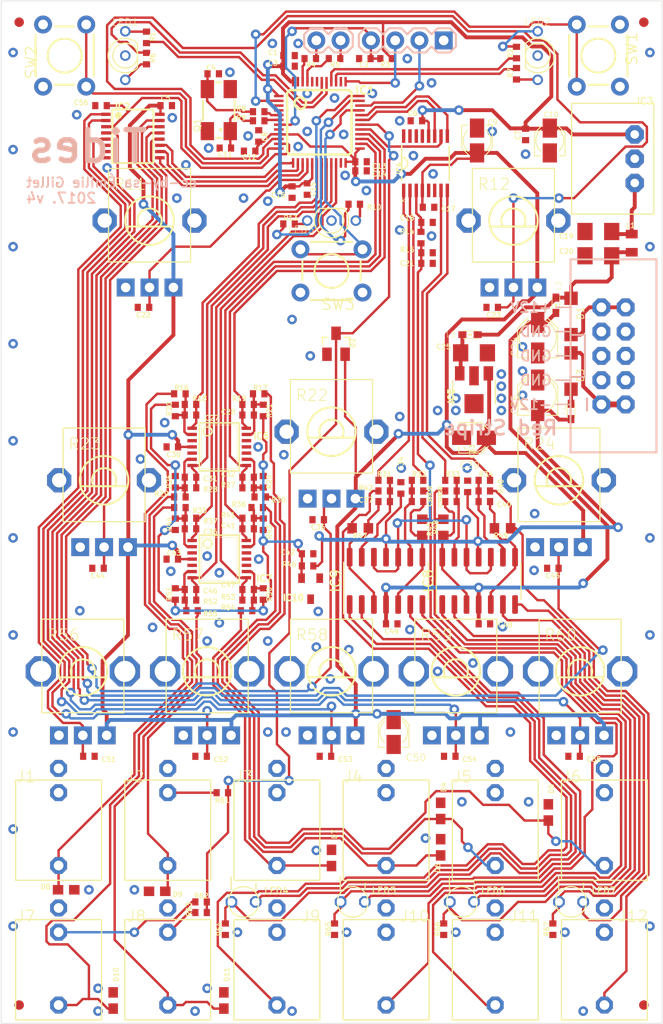
<source format=kicad_pcb>
(kicad_pcb (version 20211014) (generator pcbnew)
  (layers (0 "F.Cu" signal) (31 "B.Cu" signal) (34 "B.Paste" user) (35 "F.Paste" user) (36 "B.SilkS" user "B.Silkscreen") (37 "F.SilkS" user "F.Silkscreen") (38 "B.Mask" user) (39 "F.Mask" user) (44 "Edge.Cuts" user))
  (net 0 "")
  (net 1 "GND")
  (net 2 "+3V3_A")
  (net 3 "/tides_2/RESET")
  (net 4 "Net-(C4-Pad2)")
  (net 5 "VEE")
  (net 6 "VCC")
  (net 7 "+3V3")
  (net 8 "Net-(C11-Pad2)")
  (net 9 "/tides_5/VREF")
  (net 10 "Net-(C19-Pad1)")
  (net 11 "ADC_TRIG")
  (net 12 "Net-(C20-Pad1)")
  (net 13 "/tides_5/VREF_BIAS")
  (net 14 "Net-(C25-Pad1)")
  (net 15 "Net-(C27-Pad1)")
  (net 16 "Net-(C28-Pad1)")
  (net 17 "Net-(C31-Pad1)")
  (net 18 "Net-(C32-Pad1)")
  (net 19 "/tides_3/SMOOTHNESS_POT")
  (net 20 "Net-(C36-Pad1)")
  (net 21 "Net-(C37-Pad2)")
  (net 22 "Net-(C37-Pad1)")
  (net 23 "NORMALIZATION_PROBE")
  (net 24 "AREF_-10")
  (net 25 "Net-(C38-Pad2)")
  (net 26 "Net-(C38-Pad1)")
  (net 27 "Net-(C39-Pad2)")
  (net 28 "ADC_V_OCT")
  (net 29 "ADC_FM")
  (net 30 "Net-(C39-Pad1)")
  (net 31 "Net-(C40-Pad2)")
  (net 32 "Net-(C40-Pad1)")
  (net 33 "Net-(C41-Pad1)")
  (net 34 "/tides_3/SLOPE_POT")
  (net 35 "/tides_3/SHIFT_POT")
  (net 36 "Net-(C46-Pad1)")
  (net 37 "Net-(C47-Pad1)")
  (net 38 "/tides_3/SLOPE_ATT")
  (net 39 "/tides_3/FREQUENCY_ATT")
  (net 40 "/tides_3/SMOOTHNESS_ATT")
  (net 41 "/tides_3/SHAPE_ATT")
  (net 42 "/tides_3/SHIFT_ATT")
  (net 43 "Net-(D1-PadA)")
  (net 44 "Net-(D3-PadA)")
  (net 45 "ADC_SHAPE")
  (net 46 "ADC_SMOOTHNESS")
  (net 47 "ADC_CLOCK")
  (net 48 "ADC_SHIFT")
  (net 49 "ADC_SLOPE")
  (net 50 "Net-(D3-PadC)")
  (net 51 "Net-(D4-Pad2)")
  (net 52 "Net-(D5-Pad2)")
  (net 53 "Net-(D6-Pad2)")
  (net 54 "Net-(D7-Pad2)")
  (net 55 "DAC_SCK")
  (net 56 "DAC_MOSI")
  (net 57 "DAC_SS")
  (net 58 "Net-(D8-Pad2)")
  (net 59 "Net-(D9-Pad2)")
  (net 60 "Net-(D10-Pad2)")
  (net 61 "Net-(D11-Pad2)")
  (net 62 "SW_RANGE")
  (net 63 "/tides_2/RX")
  (net 64 "/tides_2/TX")
  (net 65 "LED_RANGE_G")
  (net 66 "LED_RANGE_R")
  (net 69 "/tides_2/SWCLK")
  (net 70 "/tides_2/SWDIO")
  (net 71 "LED_MODE_R")
  (net 72 "LED_MODE_G")
  (net 73 "LED_SHIFT_R")
  (net 74 "LED_SHIFT_G")
  (net 75 "SW_MODE")
  (net 76 "SW_SHIFT")
  (net 77 "Net-(IC1-Pad6)")
  (net 78 "Net-(IC1-Pad5)")
  (net 81 "/tides_5/DAC_4")
  (net 82 "/tides_5/DAC_3")
  (net 83 "FREQUENCY_POT")
  (net 84 "SHAPE_POT")
  (net 85 "/tides_5/DAC_2")
  (net 86 "MUX_ADDR_0")
  (net 87 "MUX_ADDR_1")
  (net 88 "MUX_ADDR_2")
  (net 89 "MUXED_POTS")
  (net 90 "/tides_5/DAC_1")
  (net 91 "Net-(IC8-Pad1)")
  (net 92 "Net-(IC8-Pad2)")
  (net 93 "Net-(IC8-Pad6)")
  (net 94 "Net-(IC8-Pad7)")
  (net 95 "Net-(IC9-Pad1)")
  (net 96 "Net-(IC9-Pad2)")
  (net 97 "Net-(IC9-Pad6)")
  (net 98 "Net-(IC9-Pad7)")
  (net 99 "Net-(J2-PadP2)")
  (net 100 "Net-(J7-PadP2)")
  (net 101 "Net-(J8-PadP2)")
  (net 102 "Net-(J9-PadP3)")
  (net 104 "Net-(J10-PadP3)")
  (net 106 "Net-(J11-PadP3)")
  (net 108 "Net-(J12-PadP3)")
  (net 110 "Net-(JP7-Pad2)")
  (net 111 "Net-(JP7-Pad1)")
  (net 112 "Net-(LED1-Pad1)")
  (net 113 "Net-(LED1-Pad3)")
  (net 114 "Net-(LED2-Pad1)")
  (net 115 "Net-(LED2-Pad3)")
  (net 116 "Net-(LED3-Pad1)")
  (net 117 "Net-(LED3-Pad3)")
  (footprint "tides:L2012C" (layer "F.Cu") (at 179.9236 76.90485 90)
    (fp_text reference "L1")
    (fp_text value "33u")
  )
  (footprint "tides:LED3MM" (layer "F.Cu") (at 162.1436 145.80235 180)
    (fp_text reference "LED6")
    (fp_text value "3BC-F")
  )
  (footprint "tides:R0402" (layer "F.Cu") (at 160.2386 148.65985 -90)
    (fp_text reference "R66")
    (fp_text value "1.0k")
  )
  (footprint "tides:R0402" (layer "F.Cu") (at 158.4923 77.85735 180)
    (fp_text reference "R15")
    (fp_text value "100k")
  )
  (footprint "tides:C0402" (layer "F.Cu") (at 131.8223 98.17735 180)
    (fp_text reference "C30")
    (fp_text value "100n")
  )
  (footprint "tides:C0402" (layer "F.Cu") (at 157.4999 103.899999)
    (fp_text reference "C38")
    (fp_text value "47p")
  )
  (footprint "tides:LED-BICOLOR-THROUGHHOLE-2.54" (layer "F.Cu") (at 170.0811 57.21985 -90)
    (fp_text reference "LED2")
    (fp_text value "W115WSURKMGKW" hide)
  )
  (footprint "tides:C1206" (layer "F.Cu") (at 176.4311 75.63485 180)
    (fp_text reference "C19")
    (fp_text value "22u")
  )
  (footprint "tides:R0402" (layer "F.Cu") (at 167.8586 56.90235 90)
    (fp_text reference "R2")
    (fp_text value "1.5k")
  )
  (footprint "tides:R0402" (layer "F.Cu") (at 140.8709 64.04615 180)
    (fp_text reference "R9")
    (fp_text value "100")
  )
  (footprint "tides:R0402" (layer "F.Cu") (at 140.871 92.62125)
    (fp_text reference "R17")
    (fp_text value "100k")
  )
  (footprint "tides:R0402" (layer "F.Cu") (at 161 102.7887)
    (fp_text reference "R39")
    (fp_text value "130k")
  )
  (footprint "tides:C0402" (layer "F.Cu") (at 137.3784 66.90355)
    (fp_text reference "C11")
    (fp_text value "20p")
  )
  (footprint "tides:PANASONIC_B" (layer "F.Cu") (at 170.0811 86.74735 90)
    (fp_text reference "C24")
    (fp_text value "22u")
  )
  (footprint "tides:LED3MM" (layer "F.Cu") (at 173.5736 145.80235 180)
    (fp_text reference "LED7")
    (fp_text value "3BC-F")
  )
  (footprint "tides:ALPS_POT_VERTICAL" (layer "F.Cu") (at 148.4911 121.67235 180)
    (fp_text reference "R58")
    (fp_text value "10kB")
  )
  (footprint "tides:R0402" (layer "F.Cu") (at 132.6161 104.52745 180)
    (fp_text reference "R35")
    (fp_text value "100k")
  )
  (footprint "tides:R0402" (layer "F.Cu") (at 139.7598 105.63865)
    (fp_text reference "R41")
    (fp_text value "20k")
  )
  (footprint "tides:C0402" (layer "F.Cu") (at 161 103.9 180)
    (fp_text reference "C39")
    (fp_text value "47p")
  )
  (footprint "tides:ALPS_POT_VERTICAL_PS" (layer "F.Cu") (at 148.4911 96.58985 180)
    (fp_text reference "R22")
    (fp_text value "10kB")
  )
  (footprint "tides:C0402" (layer "F.Cu") (at 131.1875 62.45845)
    (fp_text reference "C5")
    (fp_text value "100n")
  )
  (footprint "tides:0603" (layer "F.Cu") (at 163.0961 86.42985)
    (fp_text reference "L3")
    (fp_text value "WE-CBF_0603")
  )
  (footprint "tides:C0402" (layer "F.Cu") (at 139.7598 101.35235 180)
    (fp_text reference "C32")
    (fp_text value "1.0n")
  )
  (footprint "tides:C0402" (layer "F.Cu") (at 128.8061 83.57235 180)
    (fp_text reference "C22")
    (fp_text value "100n")
  )
  (footprint "tides:FIDUCIAL-1X2" (layer "F.Cu") (at 115.7886 156.59735)
    (fp_text reference "JP3" hide)
    (fp_text value "FIDUCIAL1X2" hide)
  )
  (footprint "tides:C0402" (layer "F.Cu") (at 171.6686 110.87735 180)
    (fp_text reference "C45")
    (fp_text value "100n")
  )
  (footprint "tides:FIDUCIAL-1X2" (layer "F.Cu") (at 181.1935 156.59735)
    (fp_text reference "JP4" hide)
    (fp_text value "FIDUCIAL1X2" hide)
  )
  (footprint "tides:C0402" (layer "F.Cu") (at 147.8561 130.56235 180)
    (fp_text reference "C53")
    (fp_text value "100n")
  )
  (footprint "tides:R0402" (layer "F.Cu") (at 141.3473 94.36725 -90)
    (fp_text reference "R21")
    (fp_text value "120k")
  )
  (footprint "tides:C0402" (layer "F.Cu") (at 145.9887 109.3677)
    (fp_text reference "C42")
    (fp_text value "1u")
  )
  (footprint "tides:C0402" (layer "F.Cu") (at 144.0461 57.21985)
    (fp_text reference "C1")
    (fp_text value "1u")
  )
  (footprint "tides:ALPS_POT_VERTICAL" (layer "F.Cu") (at 135.4736 121.67235 180)
    (fp_text reference "R57")
    (fp_text value "10kB")
  )
  (footprint "tides:R0402" (layer "F.Cu") (at 148.8086 148.65985 -90)
    (fp_text reference "R65")
    (fp_text value "1.0k")
  )
  (footprint "tides:C0402" (layer "F.Cu") (at 133.7273 113.09995)
    (fp_text reference "C46")
    (fp_text value "1.0n")
  )
  (footprint "tides:C0402" (layer "F.Cu") (at 162.7462 102.3125 -90)
    (fp_text reference "C33")
    (fp_text value "100n")
  )
  (footprint "tides:TSSOP14_065" (layer "F.Cu") (at 136.7436 109.92485 -90)
    (fp_text reference "IC7")
    (fp_text value "MCP6004")
  )
  (footprint "tides:TACTILE-PTH" (layer "F.Cu") (at 148.4911 79.76235 180)
    (fp_text reference "SW3")
    (fp_text value "TAC_SWITCHPTH" hide)
  )
  (footprint "tides:C0402" (layer "F.Cu") (at 173.8911 130.56235 180)
    (fp_text reference "C55")
    (fp_text value "100n")
  )
  (footprint "tides:C0402" (layer "F.Cu") (at 139.76 113.09995 180)
    (fp_text reference "C47")
    (fp_text value "1.0n")
  )
  (footprint "tides:C0402" (layer "F.Cu") (at 139.76 106.74995 180)
    (fp_text reference "C41")
    (fp_text value "1.0n")
  )
  (footprint "tides:R0402" (layer "F.Cu") (at 157.499999 101.677501)
    (fp_text reference "R32")
    (fp_text value "20k")
  )
  (footprint "tides:R0402" (layer "F.Cu") (at 133.7275 102.46355 180)
    (fp_text reference "R28")
    (fp_text value "130k")
  )
  (footprint "tides:C0402" (layer "F.Cu") (at 165.3185 83.57235 180)
    (fp_text reference "C23")
    (fp_text value "100n")
  )
  (footprint "tides:R0402" (layer "F.Cu") (at 132.14 101.82865 90)
    (fp_text reference "R26")
    (fp_text value "390k")
  )
  (footprint "tides:R0402" (layer "F.Cu") (at 132.1396 113.57625 -90)
    (fp_text reference "R51")
    (fp_text value "120k")
  )
  (footprint "tides:R0402" (layer "F.Cu") (at 137.0611 134.37235)
    (fp_text reference "R61")
    (fp_text value "10k")
  )
  (footprint "tides:WQP_PJ_301M6" (layer "F.Cu") (at 131.3461 152.15235 180)
    (fp_text reference "J8")
    (fp_text value "PJ301_THONKICONN6" hide)
  )
  (footprint "tides:R0402" (layer "F.Cu") (at 144.0463 74.84105)
    (fp_text reference "R13")
    (fp_text value "2.4k")
  )
  (footprint "tides:C0402" (layer "F.Cu") (at 133.7275 94.84365)
    (fp_text reference "C27")
    (fp_text value "100p")
  )
  (footprint "tides:R0402" (layer "F.Cu") (at 157.4999 102.788701 180)
    (fp_text reference "R38")
    (fp_text value "130k")
  )
  (footprint "tides:PANASONIC_B" (layer "F.Cu") (at 170.0811 92.77985 90)
    (fp_text reference "C26")
    (fp_text value "22u")
  )
  (footprint "tides:CTS406" (layer "F.Cu") (at 136.6934 62.92985 90)
    (fp_text reference "Q1")
    (fp_text value "8MHz")
  )
  (footprint "tides:C0402" (layer "F.Cu") (at 168.8111 65.47485 -90)
    (fp_text reference "C7")
    (fp_text value "100n")
  )
  (footprint "tides:R0402" (layer "F.Cu") (at 129.1236 57.53735 -90)
    (fp_text reference "R6")
    (fp_text value "1.5k")
  )
  (footprint "tides:0603" (layer "F.Cu") (at 148.4911 141.19865 -90)
    (fp_text reference "D7")
    (fp_text value "TVS" hide)
  )
  (footprint "tides:C0402" (layer "F.Cu") (at 145.9511 71.18995 -90)
    (fp_text reference "C15")
    (fp_text value "100n")
  )
  (footprint "tides:WQP_PJ_301M6" (layer "F.Cu") (at 142.7761 152.15235 180)
    (fp_text reference "J9")
    (fp_text value "PJ301_THONKICONN6" hide)
  )
  (footprint "tides:C0402" (layer "F.Cu") (at 151.5835 69.28485)
    (fp_text reference "C14")
    (fp_text value "100n")
  )
  (footprint "tides:R0603" (layer "F.Cu") (at 166.4 106.7 180)
    (fp_text reference "R49")
    (fp_text value "1.0k")
  )
  (footprint "tides:0603" (layer "F.Cu") (at 171.1923 136.43615 -90)
    (fp_text reference "D5")
    (fp_text value "TVS" hide)
  )
  (footprint "tides:R0402" (layer "F.Cu") (at 134.8387 145.80235)
    (fp_text reference "R62")
    (fp_text value "10k")
  )
  (footprint "tides:R0402" (layer "F.Cu") (at 148.8085 57.53725 180)
    (fp_text reference "R5")
    (fp_text value "100")
  )
  (footprint "tides:R0402" (layer "F.Cu") (at 141.0297 103.41615)
    (fp_text reference "R30")
    (fp_text value "100k")
  )
  (footprint "tides:R0402" (layer "F.Cu") (at 154.0074 102.7888)
    (fp_text reference "R42")
    (fp_text value "130k")
  )
  (footprint "tides:C0402" (layer "F.Cu") (at 124.3612 62.45855 180)
    (fp_text reference "C56")
    (fp_text value "1.0n")
  )
  (footprint "tides:R0402" (layer "F.Cu") (at 132.1398 106.27395 -90)
    (fp_text reference "R44")
    (fp_text value "390k")
  )
  (footprint "tides:0603" (layer "F.Cu") (at 120.7098 144.53235 180)
    (fp_text reference "D8")
    (fp_text value "TVS" hide)
  )
  (footprint "tides:SOD123" (layer "F.Cu") (at 173.5736 84.52485 -90)
    (fp_text reference "D1")
    (fp_text value "1N5819HW")
  )
  (footprint "tides:R0603" (layer "F.Cu") (at 151.5 106.7)
    (fp_text reference "R47")
    (fp_text value "1.0k")
  )
  (footprint "tides:C0402" (layer "F.Cu") (at 158.6512 73.09475)
    (fp_text reference "C17")
    (fp_text value "100n")
  )
  (footprint "tides:C0402" (layer "F.Cu") (at 160.8736 130.56235 180)
    (fp_text reference "C54")
    (fp_text value "100n")
  )
  (footprint "tides:WQP_PJ_301M6" (layer "F.Cu") (at 177.0661 152.15235 180)
    (fp_text reference "J12")
    (fp_text value "PJ301_THONKICONN6" hide)
  )
  (footprint "Package_SO:SOIC-14_3.9x8.7mm_P1.27mm" (layer "F.Cu") (at 163.9 112.2 90)
    (fp_text reference "IC8")
    (fp_text value "TLV4172")
  )
  (footprint "tides:SOT89" (layer "F.Cu") (at 163.4136 92.46235 180)
    (fp_text reference "IC5")
    (fp_text value "LD2981ABU33")
  )
  (footprint "tides:WQP_PJ_301M6" (layer "F.Cu") (at 142.7761 137.54735 180)
    (fp_text reference "J3")
    (fp_text value "PJ301_THONKICONN6" hide)
  )
  (footprint "tides:PANASONIC_A" (layer "F.Cu") (at 154.9999 128.02235 90)
    (fp_text reference "C50")
    (fp_text value "10u")
  )
  (footprint "tides:WQP_PJ_301M6" (layer "F.Cu") (at 165.6361 152.15235 180)
    (fp_text reference "J11")
    (fp_text value "PJ301_THONKICONN6" hide)
  )
  (footprint "tides:C0402" (layer "F.Cu") (at 154.0075 103.9 180)
    (fp_text reference "C37")
    (fp_text value "47p")
  )
  (footprint "tides:C0402" (layer "F.Cu") (at 134.8386 130.56235 180)
    (fp_text reference "C52")
    (fp_text value "100n")
  )
  (footprint "tides:WQP_PJ_301M6" (layer "F.Cu") (at 131.3461 137.54735 180)
    (fp_text reference "J2")
    (fp_text value "PJ301_THONKICONN6" hide)
  )
  (footprint "tides:0603" (layer "F.Cu") (at 159.9211 136.27735 -90)
    (fp_text reference "D4")
    (fp_text value "TVS" hide)
  )
  (footprint "tides:C0402" (layer "F.Cu") (at 151.5835 68.33265)
    (fp_text reference "C13")
    (fp_text value "1u")
  )
  (footprint "tides:LQFP48" (layer "F.Cu") (at 147.221 64.20485 -90)
    (fp_text reference "IC1")
    (fp_text value "STM32F373CCT6")
  )
  (footprint "tides:C1206" (layer "F.Cu") (at 176.4311 78.17485 180)
    (fp_text reference "C20")
    (fp_text value "22u")
  )
  (footprint "tides:C0402" (layer "F.Cu") (at 140.8712 65.63345 90)
    (fp_text reference "C8")
    (fp_text value "100n")
  )
  (footprint "tides:C0402" (layer "F.Cu") (at 158.4924 74.68235)
    (fp_text reference "C18")
    (fp_text value "1u")
  )
  (footprint "tides:R0402" (layer "F.Cu") (at 132.1399 94.36725 90)
    (fp_text reference "R20")
    (fp_text value "120k")
  )
  (footprint "tides:R0402" (layer "F.Cu") (at 139.6013 115.32235 180)
    (fp_text reference "R54")
    (fp_text value "100k")
  )
  (footprint "tides:C0402" (layer "F.Cu") (at 136.1084 59.12485 180)
    (fp_text reference "C4")
    (fp_text value "20p")
  )
  (footprint "tides:FIDUCIAL-1X2" (layer "F.Cu") (at 115.7886 53.72735)
    (fp_text reference "JP1" hide)
    (fp_text value "FIDUCIAL1X2" hide)
  )
  (footprint "tides:R0402" (layer "F.Cu") (at 157.8574 76.26975 90)
    (fp_text reference "R14")
    (fp_text value "130k")
  )
  (footprint "tides:WQP_PJ_301M6" (layer "F.Cu") (at 119.9161 137.54735 180)
    (fp_text reference "J1")
    (fp_text value "PJ301_THONKICONN6" hide)
  )
  (footprint "tides:R0402" (layer "F.Cu") (at 139.7599 102.46345)
    (fp_text reference "R27")
    (fp_text value "20k")
  )
  (footprint "tides:R0402" (layer "F.Cu") (at 164.4924 102.7887 180)
    (fp_text reference "R40")
    (fp_text value "130k")
  )
  (footprint "tides:C0402" (layer "F.Cu") (at 155.7537 102.4713 -90)
    (fp_text reference "C34")
    (fp_text value "100n")
  )
  (footprint "tides:WQP_PJ_301M6" (layer "F.Cu") (at 154.2061 152.15235 180)
    (fp_text reference "J10")
    (fp_text value "PJ301_THONKICONN6" hide)
  )
  (footprint "tides:PANASONIC_A" (layer "F.Cu") (at 171.3511 66.10985 90)
    (fp_text reference "C10")
    (fp_text value "10u")
  )
  (footprint "tides:WQP_PJ_301M6" (layer "F.Cu") (at 165.6361 137.54735 180)
    (fp_text reference "J5")
    (fp_text value "PJ301_THONKICONN6" hide)
  )
  (footprint "tides:ALPS_POT_VERTICAL" (layer "F.Cu") (at 174.5261 121.67235 180)
    (fp_text reference "R60")
    (fp_text value "10kB")
  )
  (footprint "Package_SO:SOIC-14_3.9x8.7mm_P1.27mm" (layer "F.Cu") (at 154.2 112.2 90)
    (fp_text reference "IC9")
    (fp_text value "TLV4172")
  )
  (footprint "tides:C0402" (layer "F.Cu") (at 124.0436 110.87735 180)
    (fp_text reference "C44")
    (fp_text value "100n")
  )
  (footprint "tides:R0603" (layer "F.Cu") (at 158 106.6 -90)
    (fp_text reference "R45")
    (fp_text value "1.0k")
  )
  (footprint "tides:R0402" (layer "F.Cu") (at 140.7124 104.52745)
    (fp_text reference "R36")
    (fp_text value "100k")
  )
  (footprint "tides:0603" (layer "F.Cu") (at 159.9211 140.08735 -90)
    (fp_text reference "D6")
    (fp_text value "TVS" hide)
  )
  (footprint "tides:R0402" (layer "F.Cu") (at 141.3475 101.82845 90)
    (fp_text reference "R25")
    (fp_text value "120k")
  )
  (footprint "tides:C0402" (layer "F.Cu") (at 164.5 116.7)
    (fp_text reference "C48")
    (fp_text value "100n")
  )
  (footprint "tides:R0402" (layer "F.Cu") (at 132.6161 92.62115 180)
    (fp_text reference "R16")
    (fp_text value "100k")
  )
  (footprint "tides:C0402" (layer "F.Cu") (at 164.4925 103.9)
    (fp_text reference "C40")
    (fp_text value "47p")
  )
  (footprint "tides:DBZ_R-PDSO-G3" (layer "F.Cu") (at 146.3063 113.019 180)
    (fp_text reference "IC10")
    (fp_text value "LM4040B10")
  )
  (footprint "tides:TACTILE-PTH" (layer "F.Cu") (at 120.5511 57.21985 90)
    (fp_text reference "SW2")
    (fp_text value "TAC_SWITCHPTH" hide)
  )
  (footprint "tides:R0402" (layer "F.Cu") (at 145.9888 110.6374 180)
    (fp_text reference "R46")
    (fp_text value "1.5k")
  )
  (footprint "tides:R0402" (layer "F.Cu") (at 167.8586 59.12485 -90)
    (fp_text reference "R7")
    (fp_text value "2.4k")
  )
  (footprint "tides:LED-BICOLOR-THROUGHHOLE-2.54" (layer "F.Cu") (at 148.4911 74.49185 180)
    (fp_text reference "LED3")
    (fp_text value "W115WSURKMGKW" hide)
  )
  (footprint "tides:SOT23" (layer "F.Cu") (at 148.9677 87.38215)
    (fp_text reference "D2")
    (fp_text value "BAT54S")
  )
  (footprint "tides:PANASONIC_A" (layer "F.Cu") (at 163.4136 97.22485)
    (fp_text reference "C29")
    (fp_text value "10u")
  )
  (footprint "tides:R0402" (layer "F.Cu") (at 146.2686 57.53725 180)
    (fp_text reference "R4")
    (fp_text value "100")
  )
  (footprint "tides:C0402" (layer "F.Cu") (at 133.7273 106.74985)
    (fp_text reference "C36")
    (fp_text value "100p")
  )
  (footprint "tides:R0603" (layer "F.Cu") (at 160.2 106.6 -90)
    (fp_text reference "R48")
    (fp_text value "1.0k")
  )
  (footprint "tides:ALPS_POT_VERTICAL" (layer "F.Cu") (at 161.5086 121.67235 180)
    (fp_text reference "R59")
    (fp_text value "10kB")
  )
  (footprint "tides:LED3MM" (layer "F.Cu") (at 150.7136 145.80235 180)
    (fp_text reference "LED5")
    (fp_text value "3BC-F")
  )
  (footprint "tides:WQP_PJ_301M6" (layer "F.Cu") (at 119.9161 152.15235 180)
    (fp_text reference "J7")
    (fp_text value "PJ301_THONKICONN6" hide)
  )
  (footprint "tides:LED-BICOLOR-THROUGHHOLE-2.54" (layer "F.Cu") (at 126.9011 57.21985 90)
    (fp_text reference "LED1")
    (fp_text value "W115WSURKMGKW" hide)
  )
  (footprint "tides:C0402" (layer "F.Cu") (at 123.0911 130.56235)
    (fp_text reference "C51")
    (fp_text value "100n")
  )
  (footprint "tides:TACTILE-PTH" (layer "F.Cu") (at 176.4312 57.21975 -90)
    (fp_text reference "SW1")
    (fp_text value "TAC_SWITCHPTH" hide)
  )
  (footprint "tides:R0402" (layer "F.Cu") (at 132.6162 103.41605 180)
    (fp_text reference "R29")
    (fp_text value "100k")
  )
  (footprint "tides:R0402" (layer "F.Cu") (at 141.3473 106.27345 -90)
    (fp_text reference "R43")
    (fp_text value "120k")
  )
  (footprint "tides:C0402" (layer "F.Cu") (at 139.7599 94.84375 180)
    (fp_text reference "C28")
    (fp_text value "1.0n")
  )
  (footprint "tides:FIDUCIAL-1X2" (layer "F.Cu") (at 181.1936 53.72745)
    (fp_text reference "JP2" hide)
    (fp_text value "FIDUCIAL1X2" hide)
  )
  (footprint "tides:R0402" (layer "F.Cu") (at 133.7274 105.63855 180)
    (fp_text reference "R37")
    (fp_text value "130k")
  )
  (footprint "tides:ALPS_POT_VERTICAL_PS" (layer "F.Cu") (at 129.4411 74.49185 180)
    (fp_text reference "R11")
    (fp_text value "10kB")
  )
  (footprint "tides:SOD123" (layer "F.Cu") (at 173.5736 90.23985 -90)
    (fp_text reference "D3")
    (fp_text value "1N5819HW")
  )
  (footprint "tides:R0402" (layer "F.Cu") (at 171.6686 148.65985 -90)
    (fp_text reference "R67")
    (fp_text value "1.0k")
  )
  (footprint "tides:R0402" (layer "F.Cu") (at 140.871 63.09345 180)
    (fp_text reference "R8")
    (fp_text value "100")
  )
  (footprint "tides:R0402" (layer "F.Cu") (at 164.4924 101.677501)
    (fp_text reference "R34")
    (fp_text value "20k")
  )
  (footprint "tides:ALPS_POT_VERTICAL_PS" (layer "F.Cu") (at 124.6786 101.66985 180)
    (fp_text reference "R23")
    (fp_text value "10kB")
  )
  (footprint "tides:C0402" (layer "F.Cu") (at 157.381 64.04605 180)
    (fp_text reference "C6")
    (fp_text value "100n")
  )
  (footprint "tides:0603" (layer "F.Cu") (at 125.6311 156.12115 -90)
    (fp_text reference "D10")
    (fp_text value "TVS" hide)
  )
  (footprint "tides:C0402" (layer "F.Cu") (at 151.9837 57.53695 180)
    (fp_text reference "C2")
    (fp_text value "100n")
  )
  (footprint "tides:C0402" (layer "F.Cu") (at 144.0462 58.33105)
    (fp_text reference "C3")
    (fp_text value "100n")
  )
  (footprint "tides:R0402" (layer "F.Cu") (at 154.0075 101.6775 180)
    (fp_text reference "R31")
    (fp_text value "20k")
  )
  (footprint "tides:TSSOP14_065" (layer "F.Cu") (at 136.7436 98.17735 -90)
    (fp_text reference "IC6")
    (fp_text value "MCP6004")
  )
  (footprint "tides:WQP_PJ_301M6" (layer "F.Cu") (at 154.2061 137.54735 180)
    (fp_text reference "J4")
    (fp_text value "PJ301_THONKICONN6" hide)
  )
  (footprint "tides:C0402" (layer "F.Cu") (at 131.8224 109.92485 180)
    (fp_text reference "C43")
    (fp_text value "100n")
  )
  (footprint "tides:C1206" (layer "F.Cu") (at 163.4136 88.33485)
    (fp_text reference "C25")
    (fp_text value "22u")
  )
  (footprint "tides:R0402" (layer "F.Cu") (at 137.3786 148.65975 -90)
    (fp_text reference "R64")
    (fp_text value "1.0k")
  )
  (footprint "tides:LED3MM" (layer "F.Cu") (at 139.2836 145.80235 180)
    (fp_text reference "LED4")
    (fp_text value "3BC-F")
  )
  (footprint "tides:0603" (layer "F.Cu") (at 173.5736 94.36735 90)
    (fp_text reference "L4")
    (fp_text value "WE-CBF_0603")
  )
  (footprint "tides:C0402" (layer "F.Cu") (at 158.4924 78.96835)
    (fp_text reference "C21")
    (fp_text value "1u")
  )
  (footprint "tides:C0402" (layer "F.Cu") (at 144.3636 71.50765 -90)
    (fp_text reference "C16")
    (fp_text value "1u")
  )
  (footprint "tides:R0402" (layer "F.Cu") (at 133.7275 93.73235 180)
    (fp_text reference "R18")
    (fp_text value "20k")
  )
  (footprint "tides:PANASONIC_A" (layer "F.Cu") (at 163.7311 66.10975 -90)
    (fp_text reference "C9")
    (fp_text value "10u")
  )
  (footprint "tides:C0402" (layer "F.Cu") (at 139.9189 67.22135 180)
    (fp_text reference "C12")
    (fp_text value "1u")
  )
  (footprint "tides:C0402" (layer "F.Cu") (at 147.1 105.79735 180)
    (fp_text reference "C35")
    (fp_text value "100n")
  )
  (footprint "tides:0603" (layer "F.Cu") (at 130.2349 144.69115)
    (fp_text reference "D9")
    (fp_text value "TVS" hide)
  )
  (footprint "tides:WE78" (layer "F.Cu") (at 180.2411 68.01485 90)
    (fp_text reference "IC3")
    (fp_text value "R-78E3.3-0.5")
  )
  (footprint "tides:0603" (layer "F.Cu") (at 171.9861 83.25485 90)
    (fp_text reference "L2")
    (fp_text value "WE-CBF_0603")
  )
  (footprint "tides:C0402" (layer "F.Cu") (at 154.8 116.7)
    (fp_text reference "C49")
    (fp_text value "100n")
  )
  (footprint "tides:R0402" (layer "F.Cu") (at 161 101.6775 180)
    (fp_text reference "R33")
    (fp_text value "20k")
  )
  (footprint "tides:SOP65P640X110-16N" (layer "F.Cu") (at 158.3336 68.49115 90)
    (fp_text reference "IC4")
    (fp_text value "DAC8164ICPW")
  )
  (footprint "tides:TSSOP16_065" (layer "F.Cu") (at 127.695 65.31605 -90)
    (fp_text reference "IC2")
    (fp_text value "4051PW")
  )
  (footprint "tides:R0402" (layer "F.Cu") (at 150.8725 72.77725)
    (fp_text reference "R10")
    (fp_text value "1.5k")
  )
  (footprint "tides:ALPS_POT_VERTICAL_PS" (layer "F.Cu") (at 172.3036 101.66985 180)
    (fp_text reference "R24")
    (fp_text value "10kB")
  )
  (footprint "tides:R0402" (layer "F.Cu") (at 139.7599 93.73235)
    (fp_text reference "R19")
    (fp_text value "20k")
  )
  (footprint "tides:ALPS_POT_VERTICAL" (layer "F.Cu") (at 122.4561 121.67235 180)
    (fp_text reference "R56")
    (fp_text value "10kB")
  )
  (footprint "tides:R0402" (layer "F.Cu") (at 133.7273 114.21115 180)
    (fp_text reference "R52")
    (fp_text value "20k")
  )
  (footprint "tides:R0402" (layer "F.Cu") (at 133.8861 115.32255)
    (fp_text reference "R55")
    (fp_text value "100k")
  )
  (footprint "tides:R0402" (layer "F.Cu") (at 139.76 114.21125)
    (fp_text reference "R53")
    (fp_text value "33k")
  )
  (footprint "tides:R0402" (layer "F.Cu") (at 129.1236 55.31485 90)
    (fp_text reference "R1")
    (fp_text value "2.4k")
  )
  (footprint "tides:R0402" (layer "F.Cu") (at 141.3472 113.57605 -90)
    (fp_text reference "R50")
    (fp_text value "140k")
  )
  (footprint "tides:R0402" (layer "F.Cu") (at 134.8387 146.91345)
    (fp_text reference "R63")
    (fp_text value "10k")
  )
  (footprint "tides:ALPS_POT_VERTICAL_PS" (layer "F.Cu") (at 167.5411 74.49185 180)
    (fp_text reference "R12")
    (fp_text value "10kB")
  )
  (footprint "tides:C0402" (layer "F.Cu") (at 133.7275 101.35225)
    (fp_text reference "C31")
    (fp_text value "100p")
  )
  (footprint "tides:WQP_PJ_301M6" (layer "F.Cu") (at 177.0661 137.54735 180)
    (fp_text reference "J6")
    (fp_text value "PJ301_THONKICONN6" hide)
  )
  (footprint "tides:R0402" (layer "F.Cu") (at 154.2061 57.53715 180)
    (fp_text reference "R3")
    (fp_text value "10k")
  )
  (footprint "tides:0603" (layer "F.Cu") (at 137.2198 156.12115 -90)
    (fp_text reference "D11")
    (fp_text value "TVS" hide)
  )
  (footprint "tides:1X02" (layer "B.Cu") (at 146.9036 55.63235)
    (fp_text reference "JP7" hide)
    (fp_text value "M02PTH")
  )
  (footprint "tides:1X04" (layer "B.Cu") (at 160.2386 55.63235 180)
    (fp_text reference "JP6" hide)
    (fp_text value "M04PTH")
  )
  (footprint "tides:2X5-SHROUDED" (layer "B.Cu") (at 178.0186 88.65235)
    (fp_text reference "JP5" hide)
    (fp_text value "M05X2SHD" hide)
  )
  (gr_line (start 173.5736 83.57235) (end 171.9861 83.57235) (layer "B.SilkS") (width 0.1524))
  (gr_line (start 173.5736 88.65235) (end 171.9861 88.65235) (layer "B.SilkS") (width 0.1524))
  (gr_line (start 173.5736 91.19235) (end 171.9861 91.19235) (layer "B.SilkS") (width 0.1524))
  (gr_line (start 173.5736 93.73235) (end 171.9861 93.73235) (layer "B.SilkS") (width 0.1524))
  (gr_line (start 173.5736 86.11235) (end 171.9861 86.11235) (layer "B.SilkS") (width 0.1524))
  (gr_line (start 183.0986 158.50235) (end 113.9036 158.50235) (layer "Edge.Cuts") (width 0.05))
  (gr_line (start 113.9036 51.50485) (end 183.0986 51.50485) (layer "Edge.Cuts") (width 0.05))
  (gr_line (start 183.0986 51.50485) (end 183.0986 158.50235) (layer "Edge.Cuts") (width 0.05))
  (gr_line (start 113.9036 158.50235) (end 113.9036 51.50485) (layer "Edge.Cuts") (width 0.05))
  (gr_text "+12V" (at 171.6686 84.20735) (layer "B.SilkS") (effects (font (size 1.0795 1.0795) (thickness 0.1905)) (justify left bottom mirror)))
  (gr_text "2017. v4" (at 116.4237 71.50725) (layer "B.SilkS") (effects (font (size 1.0795 1.0795) (thickness 0.1905)) (justify right top mirror)))
  (gr_text "GND" (at 171.6686 89.28735) (layer "B.SilkS") (effects (font (size 1.0795 1.0795) (thickness 0.1905)) (justify left bottom mirror)))
  (gr_text "Tides" (at 116.4237 64.83975) (layer "B.SilkS") (effects (font (size 3.2385 3.2385) (thickness 0.5715)) (justify right top mirror)))
  (gr_text "-12V" (at 171.6686 94.36735) (layer "B.SilkS") (effects (font (size 1.0795 1.0795) (thickness 0.1905)) (justify left bottom mirror)))
  (gr_text "GND" (at 171.6686 86.74735) (layer "B.SilkS") (effects (font (size 1.0795 1.0795) (thickness 0.1905)) (justify left bottom mirror)))
  (gr_text "GND" (at 171.6686 91.82735) (layer "B.SilkS") (effects (font (size 1.0795 1.0795) (thickness 0.1905)) (justify left bottom mirror)))
  (gr_text "Red Stripe" (at 172.3037 97.06615) (layer "B.SilkS") (effects (font (size 1.5113 1.5113) (thickness 0.2667)) (justify left bottom mirror)))
  (gr_text "cc-by-sa Émilie Gillet" (at 116.4237 69.91975) (layer "B.SilkS") (effects (font (size 1.01473 1.01473) (thickness 0.17907)) (justify right top mirror)))
  (via (at 146.9036 140.40485) (size 1.008) (drill 0.5) (layers "F.Cu" "B.Cu") (net 1))
  (via (at 141.8236 128.02235) (size 1.008) (drill 0.5) (layers "F.Cu" "B.Cu") (net 1))
  (via (at 166.2711 90.55735) (size 1.008) (drill 0.5) (layers "F.Cu" "B.Cu") (net 1))
  (via (at 143.7286 128.02235) (size 1.008) (drill 0.5) (layers "F.Cu" "B.Cu") (net 1))
  (via (at 162.1436 135.32485) (size 1.008) (drill 0.5) (layers "F.Cu" "B.Cu") (net 1))
  (via (at 166.2711 94.36735) (size 1.008) (drill 0.5) (layers "F.Cu" "B.Cu") (net 1))
  (via (at 133.251 68.64985) (size 1.008) (drill 0.5) (layers "F.Cu" "B.Cu") (net 1))
  (via (at 144.3636 84.84235) (size 1.008) (drill 0.5) (layers "F.Cu" "B.Cu") (net 1))
  (via (at 168.4936 90.23985) (size 1.008) (drill 0.5) (layers "F.Cu" "B.Cu") (net 1))
  (via (at 135.4736 118.49735) (size 1.008) (drill 0.5) (layers "F.Cu" "B.Cu") (net 1))
  (via (at 181.8286 56.90235) (size 1.008) (drill 0.5) (layers "F.Cu" "B.Cu") (net 1))
  (via (at 140.8711 109.92485) (size 1.008) (drill 0.5) (layers "F.Cu" "B.Cu") (net 1))
  (via (at 149.9197 69.76115) (size 1.008) (drill 0.5) (layers "F.Cu" "B.Cu") (net 1))
  (via (at 124.0436 154.85105) (size 1.008) (drill 0.5) (layers "F.Cu" "B.Cu") (net 1))
  (via (at 159.1273 69.60225) (size 1.008) (drill 0.5) (layers "F.Cu" "B.Cu") (net 1))
  (via (at 122.1386 115.32235) (size 1.008) (drill 0.5) (layers "F.Cu" "B.Cu") (net 1))
  (via (at 155.6349 75.47605) (size 1.008) (drill 0.5) (layers "F.Cu" "B.Cu") (net 1))
  (via (at 115.1536 138.18235) (size 1.008) (drill 0.5) (layers "F.Cu" "B.Cu") (net 1))
  (via (at 162.7 100.4) (size 1.008) (drill 0.5) (layers "F.Cu" "B.Cu") (net 1))
  (via (at 168.4936 92.77985) (size 1.008) (drill 0.5) (layers "F.Cu" "B.Cu") (net 1))
  (via (at 150.0786 148.97735) (size 1.008) (drill 0.5) (layers "F.Cu" "B.Cu") (net 1))
  (via (at 181.8286 107.70235) (size 1.008) (drill 0.5) (layers "F.Cu" "B.Cu") (net 1))
  (via (at 174.8436 157.23235) (size 1.008) (drill 0.5) (layers "F.Cu" "B.Cu") (net 1))
  (via (at 155.8 100.4) (size 1.008) (drill 0.5) (layers "F.Cu" "B.Cu") (net 1))
  (via (at 124.0436 157.23235) (size 1.008) (drill 0.5) (layers "F.Cu" "B.Cu") (net 1))
  (via (at 158.9686 76.11105) (size 1.008) (drill 0.5) (layers "F.Cu" "B.Cu") (net 1))
  (via (at 131.0286 95.63735) (size 1.008) (drill 0.5) (layers "F.Cu" "B.Cu") (net 1))
  (via (at 115.1536 128.02235) (size 1.008) (drill 0.5) (layers "F.Cu" "B.Cu") (net 1))
  (via (at 169.7 111.1) (size 1.008) (drill 0.5) (layers "F.Cu" "B.Cu") (net 1))
  (via (at 115.1536 97.54235) (size 1.008) (drill 0.5) (layers "F.Cu" "B.Cu") (net 1))
  (via (at 140.8076 98.17735) (size 1.008) (drill 0.5) (layers "F.Cu" "B.Cu") (net 1))
  (via (at 165.3183 65.15725) (size 1.008) (drill 0.5) (layers "F.Cu" "B.Cu") (net 1))
  (via (at 155.6347 64.04605) (size 1.008) (drill 0.5) (layers "F.Cu" "B.Cu") (net 1))
  (via (at 152.1422 71.34865) (size 1.008) (drill 0.5) (layers "F.Cu" "B.Cu") (net 1))
  (via (at 181.8286 77.22235) (size 1.008) (drill 0.5) (layers "F.Cu" "B.Cu") (net 1))
  (via (at 181.8286 117.86235) (size 1.008) (drill 0.5) (layers "F.Cu" "B.Cu") (net 1))
  (via (at 144.9986 55.94985) (size 1.008) (drill 0.5) (layers "F.Cu" "B.Cu") (net 1))
  (via (at 139.2835 72.14215) (size 1.008) (drill 0.5) (layers "F.Cu" "B.Cu") (net 1))
  (via (at 161.5086 93.09735) (size 1.008) (drill 0.5) (layers "F.Cu" "B.Cu") (net 1))
  (via (at 167.2236 128.02235) (size 1.008) (drill 0.5) (layers "F.Cu" "B.Cu") (net 1))
  (via (at 166.2711 91.82735) (size 1.008) (drill 0.5) (layers "F.Cu" "B.Cu") (net 1))
  (via (at 156.4285 57.53735) (size 1.008) (drill 0.5) (layers "F.Cu" "B.Cu") (net 1))
  (via (at 141.8234 72.45975) (size 1.008) (drill 0.5) (layers "F.Cu" "B.Cu") (net 1))
  (via (at 169.7636 105.16235) (size 1.008) (drill 0.5) (layers "F.Cu" "B.Cu") (net 1))
  (via (at 115.1536 117.86235) (size 1.008) (drill 0.5) (layers "F.Cu" "B.Cu") (net 1))
  (via (at 132.2985 72.14225) (size 1.008) (drill 0.5) (layers "F.Cu" "B.Cu") (net 1))
  (via (at 144.3636 157.23235) (size 1.008) (drill 0.5) (layers "F.Cu" "B.Cu") (net 1))
  (via (at 115.1536 77.22235) (size 1.008) (drill 0.5) (layers "F.Cu" "B.Cu") (net 1))
  (via (at 136.7436 111.35365) (size 1.008) (drill 0.5) (layers "F.Cu" "B.Cu") (net 1))
  (via (at 142.2999 55.94985) (size 1.008) (drill 0.5) (layers "F.Cu" "B.Cu") (net 1))
  (via (at 145.951 65.15735) (size 1.008) (drill 0.5) (layers "F.Cu" "B.Cu") (net 1))
  (via (at 123.0911 144.53235) (size 1.008) (drill 0.5) (layers "F.Cu" "B.Cu") (net 1))
  (via (at 139.7597 65.63355) (size 1.008) (drill 0.5) (layers "F.Cu" "B.Cu") (net 1))
  (via (at 124.9961 68.96735) (size 1.008) (drill 0.5) (layers "F.Cu" "B.Cu") (net 1))
  (via (at 159.6036 121.67235) (size 1.008) (drill 0.5) (layers "F.Cu" "B.Cu") (net 1))
  (via (at 138.6486 148.97735) (size 1.008) (drill 0.5) (layers "F.Cu" "B.Cu") (net 1))
  (via (at 129.7586 117.06865) (size 1.008) (drill 0.5) (layers "F.Cu" "B.Cu") (net 1))
  (via (at 147.1 115.4) (size 1.008) (drill 0.5) (layers "F.Cu" "B.Cu") (net 1))
  (via (at 146.9036 119.13235) (size 1.008) (drill 0.5) (layers "F.Cu" "B.Cu") (net 1))
  (via (at 143.5 99) (size 1.008) (drill 0.5) (layers "F.Cu" "B.Cu") (net 1))
  (via (at 181.8286 148.34235) (size 1.008) (drill 0.5) (layers "F.Cu" "B.Cu") (net 1))
  (via (at 128.4886 99.44735) (size 1.008) (drill 0.5) (layers "F.Cu" "B.Cu") (net 1))
  (via (at 135.4736 154.85115) (size 1.008) (drill 0.5) (layers "F.Cu" "B.Cu") (net 1))
  (via (at 148.36513 122.46513) (size 1.008) (drill 0.5) (layers "F.Cu" "B.Cu") (net 1))
  (via (at 155.6349 95.00235) (size 1.008) (drill 0.5) (layers "F.Cu" "B.Cu") (net 1))
  (via (at 131.6637 111.19485) (size 1.008) (drill 0.5) (layers "F.Cu" "B.Cu") (net 1))
  (via (at 135.4736 109.60735) (size 1.008) (drill 0.5) (layers "F.Cu" "B.Cu") (net 1))
  (via (at 131.8221 63.72855) (size 1.008) (drill 0.5) (layers "F.Cu" "B.Cu") (net 1))
  (via (at 137.8547 58.96605) (size 1.008) (drill 0.5) (layers "F.Cu" "B.Cu") (net 1))
  (via (at 172.9386 148.97735) (size 1.008) (drill 0.5) (layers "F.Cu" "B.Cu") (net 1))
  (via (at 169.1285 135.32495) (size 1.008) (drill 0.5) (layers "F.Cu" "B.Cu") (net 1))
  (via (at 144.9985 66.74485) (size 1.008) (drill 0.5) (layers "F.Cu" "B.Cu") (net 1))
  (via (at 168.8108 67.53845) (size 1.008) (drill 0.5) (layers "F.Cu" "B.Cu") (net 1))
  (via (at 127.8536 144.53235) (size 1.008) (drill 0.5) (layers "F.Cu" "B.Cu") (net 1))
  (via (at 134.2036 157.23235) (size 1.008) (drill 0.5) (layers "F.Cu" "B.Cu") (net 1))
  (via (at 115.1536 67.06235) (size 1.008) (drill 0.5) (layers "F.Cu" "B.Cu") (net 1))
  (via (at 166.2711 93.09735) (size 1.008) (drill 0.5) (layers "F.Cu" "B.Cu") (net 1))
  (via (at 115.1536 148.34235) (size 1.008) (drill 0.5) (layers "F.Cu" "B.Cu") (net 1))
  (via (at 157.0636 67.69735) (size 1.008) (drill 0.5) (layers "F.Cu" "B.Cu") (net 1))
  (via (at 152.7773 61.18855) (size 1.008) (drill 0.5) (layers "F.Cu" "B.Cu") (net 1))
  (via (at 141.8237 118.49745) (size 1.008) (drill 0.5) (layers "F.Cu" "B.Cu") (net 1))
  (via (at 148.8085 61.66475) (size 1.008) (drill 0.5) (layers "F.Cu" "B.Cu") (net 1))
  (via (at 166.4 117) (size 1.008) (drill 0.5) (layers "F.Cu" "B.Cu") (net 1))
  (via (at 158.3336 139.13485) (size 1.008) (drill 0.5) (layers "F.Cu" "B.Cu") (net 1))
  (via (at 159.6036 94.36735) (size 1.008) (drill 0.5) (layers "F.Cu" "B.Cu") (net 1))
  (via (at 136.7436 116.59235) (size 1.008) (drill 0.5) (layers "F.Cu" "B.Cu") (net 1))
  (via (at 146.2686 88.65235) (size 1.008) (drill 0.5) (layers "F.Cu" "B.Cu") (net 1))
  (via (at 145.951 61.18855) (size 1.008) (drill 0.5) (layers "F.Cu" "B.Cu") (net 1))
  (via (at 168.4936 87.69985) (size 1.008) (drill 0.5) (layers "F.Cu" "B.Cu") (net 1))
  (via (at 156.7 117.3) (size 1.008) (drill 0.5) (layers "F.Cu" "B.Cu") (net 1))
  (via (at 115.1536 87.38235) (size 1.008) (drill 0.5) (layers "F.Cu" "B.Cu") (net 1))
  (via (at 161.5086 94.36735) (size 1.008) (drill 0.5) (layers "F.Cu" "B.Cu") (net 1))
  (via (at 150.3 119.4) (size 1.008) (drill 0.5) (layers "F.Cu" "B.Cu") (net 1))
  (via (at 115.1536 107.70235) (size 1.008) (drill 0.5) (layers "F.Cu" "B.Cu") (net 1))
  (via (at 161.5086 148.97735) (size 1.008) (drill 0.5) (layers "F.Cu" "B.Cu") (net 1))
  (via (at 135.6322 66.90355) (size 1.008) (drill 0.5) (layers "F.Cu" "B.Cu") (net 1))
  (via (at 163.3 120.8) (size 1.008) (drill 0.5) (layers "F.Cu" "B.Cu") (net 1))
  (via (at 121.8208 63.41105) (size 1.008) (drill 0.5) (layers "F.Cu" "B.Cu") (net 1))
  (via (at 158.9685 60.07735) (size 1.008) (drill 0.5) (layers "F.Cu" "B.Cu") (net 1))
  (via (at 149.761 65.47485) (size 1.008) (drill 0.5) (layers "F.Cu" "B.Cu") (net 1))
  (via (at 115.1536 56.90235) (size 1.008) (drill 0.5) (layers "F.Cu" "B.Cu") (net 1))
  (segment (start 160.5561 86.42985) (end 162.1436 84.84235) (width 0.4064) (layer "F.Cu") (net 2))
  (segment (start 142.971 65.45485) (end 142.1611 65.45485) (width 0.254) (layer "F.Cu") (net 2))
  (segment (start 160.8736 68.01485) (end 158.3336 68.01485) (width 0.4064) (layer "F.Cu") (net 2))
  (segment (start 124.9561 128.37235) (end 124.9561 126.07725) (width 0.4064) (layer "F.Cu") (net 2))
  (segment (start 127.1786 108.66985) (end 127.2186 108.62985) (width 0.4064) (layer "F.Cu") (net 2))
  (segment (start 127.3773 64.52235) (end 129.4412 62.45845) (width 0.4064) (layer "F.Cu") (net 2))
  (segment (start 132.4223 97.50725) (end 132.4223 98.17735) (width 0.4064) (layer "F.Cu") (net 2))
  (segment (start 151.0311 123.0311) (end 149.1 121.1) (width 0.4064) (layer "F.Cu") (net 2))
  (segment (start 164.7136 97.88985) (end 165.6361 98.81235) (width 0.4064) (layer "F.Cu") (net 2))
  (segment (start 158.0161 69.44365) (end 158.0161 71.32325) (width 0.254) (layer "F.Cu") (net 2))
  (segment (start 150.9911 103.58985) (end 151.0311 103.54985) (width 0.4064) (layer "F.Cu") (net 2))
  (segment (start 165.0011 91.50985) (end 165.0011 90.48135) (width 0.4064) (layer "F.Cu") (net 2))
  (segment (start 163.7311 68.01485) (end 162.7786 68.01485) (width 0.254) (layer "F.Cu") (net 2))
  (segment (start 132.4223 98.17735) (end 133.8988 98.17735) (width 0.254) (layer "F.Cu") (net 2))
  (segment (start 165.8248 67.40975) (end 163.7311 67.40975) (width 0.4064) (layer "F.Cu") (net 2))
  (segment (start 131.9411 86.46985) (end 131.9411 81.49185) (width 0.4064) (layer "F.Cu") (net 2))
  (segment (start 168.4936 82.93735) (end 169.1286 82.93735) (width 0.4064) (layer "F.Cu") (net 2))
  (segment (start 163.7311 98.81235) (end 161.1911 98.81235) (width 0.4064) (layer "F.Cu") (net 2))
  (segment (start 150.9835 68.12595) (end 149.6024 66.74485) (width 0.254) (layer "F.Cu") (net 2))
  (segment (start 128.8062 70.39625) (end 127.3773 68.96735) (width 0.4064) (layer "F.Cu") (net 2))
  (segment (start 169.1286 82.93735) (end 170.0411 82.02485) (width 0.4064) (layer "F.Cu") (net 2))
  (segment (start 146.2686 66.74485) (end 144.9986 65.47485) (width 0.254) (layer "F.Cu") (net 2))
  (segment (start 130.5875 63.29855) (end 130.52 63.36605) (width 0.254) (layer "F.Cu") (net 2))
  (segment (start 165.6361 98.81235) (end 168.8111 98.81235) (width 0.4064) (layer "F.Cu") (net 2))
  (segment (start 130.5875 62.45845) (end 130.5875 63.29855) (width 0.254) (layer "F.Cu") (net 2))
  (segment (start 151.0311 103.54985) (end 151.0311 103.09855) (width 0.4064) (layer "F.Cu") (net 2))
  (segment (start 149.1 121.1) (end 149.1 106.5) (width 0.4064) (layer "F.Cu") (net 2))
  (segment (start 150.9835 68.33265) (end 150.9835 67.44235) (width 0.254) (layer "F.Cu") (net 2))
  (segment (start 161.6674 68.01485) (end 161.0324 68.64985) (width 0.254) (layer "F.Cu") (net 2))
  (segment (start 131.8224 96.90735) (end 132.4223 97.50725) (width 0.4064) (layer "F.Cu") (net 2))
  (segment (start 163.7311 67.40975) (end 161.4787 67.40975) (width 0.4064) (layer "F.Cu") (net 2))
  (segment (start 150.9835 70.34845) (end 150.9835 69.28485) (width 0.4064) (layer "F.Cu") (net 2))
  (segment (start 149.9199 88.48435) (end 149.9177 88.48215) (width 0.254) (layer "F.Cu") (net 2))
  (segment (start 170.0411 82.02485) (end 170.0411 81.49185) (width 0.4064) (layer "F.Cu") (net 2))
  (segment (start 140.7124 66.74485) (end 140.7124 67.02785) (width 0.254) (layer "F.Cu") (net 2))
  (segment (start 132.4224 109.09605) (end 132.4224 109.92485) (width 0.4064) (layer "F.Cu") (net 2))
  (segment (start 161.4787 67.40975) (end 160.8736 68.01485) (width 0.4064) (layer "F.Cu") (net 2))
  (segment (start 150.9911 104.6089) (end 150.9911 103.58985) (width 0.4064) (layer "F.Cu") (net 2))
  (segment (start 164.7136 97.22485) (end 164.7136 95.92485) (width 0.4064) (layer "F.Cu") (net 2))
  (segment (start 142.991 65.47485) (end 142.971 65.45485) (width 0.254) (layer "F.Cu") (net 2))
  (segment (start 129.4412 62.45845) (end 130.5875 62.45845) (width 0.4064) (layer "F.Cu") (net 2))
  (segment (start 151.0311 126.11735) (end 151.0311 123.0311) (width 0.4064) (layer "F.Cu") (net 2))
  (segment (start 158.8099 68.64985) (end 158.0161 69.44365) (width 0.254) (layer "F.Cu") (net 2))
  (segment (start 158.3336 68.01485) (end 156.7461 69.60235) (width 0.4064) (layer "F.Cu") (net 2))
  (segment (start 156.7461 69.60235) (end 155.7936 69.60235) (width 0.4064) (layer "F.Cu") (net 2))
  (segment (start 164.7136 97.82985) (end 163.7311 98.81235) (width 0.4064) (layer "F.Cu") (net 2))
  (segment (start 154.3949 126.11735) (end 154.9999 126.72235) (width 0.4064) (layer "F.Cu") (net 2))
  (segment (start 155.5 96.8) (end 155.5 96.88345) (width 0.4064) (layer "F.Cu") (net 2))
  (segment (start 127.3773 68.96735) (end 127.3773 64.52235) (width 0.4064) (layer "F.Cu") (net 2))
  (segment (start 165.0011 95.63735) (end 165.0011 95.00235) (width 0.4064) (layer "F.Cu") (net 2))
  (segment (start 151.0311 70.39605) (end 150.9835 70.34845) (width 0.4064) (layer "F.Cu") (net 2))
  (segment (start 151.0311 128.33235) (end 150.9911 128.37235) (width 0.4064) (layer "F.Cu") (net 2))
  (segment (start 151.0311 101.35235) (end 151.0311 103.09855) (width 0.4064) (layer "F.Cu") (net 2))
  (segment (start 174.8436 104.84485) (end 174.8436 108.62985) (width 0.4064) (layer "F.Cu") (net 2))
  (segment (start 124.5199 120.56105) (end 127.1786 117.90235) (width 0.4064) (layer "F.Cu") (net 2))
  (segment (start 161.1911 98.81235) (end 160.5561 98.17735) (width 0.4064) (layer "F.Cu") (net 2))
  (segment (start 168.8111 98.81235) (end 174.8436 104.84485) (width 0.4064) (layer "F.Cu") (net 2))
  (segment (start 164.7136 97.88985) (end 164.7136 97.22485) (width 0.4064) (layer "F.Cu") (net 2))
  (segment (start 127.1786 117.90235) (end 127.1786 108.66985) (width 0.4064) (layer "F.Cu") (net 2))
  (segment (start 140.8712 66.58605) (end 140.7124 66.74485) (width 0.254) (layer "F.Cu") (net 2))
  (segment (start 140.7124 67.02785) (end 140.5189 67.22135) (width 0.254) (layer "F.Cu") (net 2))
  (segment (start 165.0011 90.48135) (end 164.9126 90.48135) (width 0.4064) (layer "F.Cu") (net 2))
  (segment (start 124.9561 126.07725) (end 124.5199 125.64105) (width 0.4064) (layer "F.Cu") (net 2))
  (segment (start 142.1611 65.45485) (end 141.3825 66.23345) (width 0.254) (layer "F.Cu") (net 2))
  (segment (start 132.4224 109.92485) (end 133.8988 109.92485) (width 0.254) (layer "F.Cu") (net 2))
  (segment (start 155.5 96.88345) (end 151.0311 101.35235) (width 0.4064) (layer "F.Cu") (net 2))
  (segment (start 144.9986 65.47485) (end 142.991 65.47485) (width 0.254) (layer "F.Cu") (net 2))
  (segment (start 127.2186 96.90735) (end 127.2186 91.19235) (width 0.4064) (layer "F.Cu") (net 2))
  (segment (start 164.7136 95.92485) (end 165.0011 95.63735) (width 0.4064) (layer "F.Cu") (net 2))
  (segment (start 151.0311 126.11735) (end 151.0311 128.33235) (width 0.4064) (layer "F.Cu") (net 2))
  (segment (start 150.9835 67.44235) (end 151.471 66.95485) (width 0.254) (layer "F.Cu") (net 2))
  (segment (start 160.5561 98.17735) (end 160.5561 96.90735) (width 0.4064) (layer "F.Cu") (net 2))
  (segment (start 158.0161 71.32325) (end 158.0034 71.33595) (width 0.254) (layer "F.Cu") (net 2))
  (segment (start 149.6024 66.74485) (end 146.2686 66.74485) (width 0.254) (layer "F.Cu") (net 2))
  (segment (start 174.8436 108.62985) (end 174.8036 108.66985) (width 0.4064) (layer "F.Cu") (net 2))
  (segment (start 163.7311 67.40975) (end 163.7311 68.01485) (width 0.254) (layer "F.Cu") (net 2))
  (segment (start 153.2536 126.11735) (end 154.3949 126.11735) (width 0.4064) (layer "F.Cu") (net 2))
  (segment (start 149.9199 95.00235) (end 149.9199 88.48435) (width 0.254) (layer "F.Cu") (net 2))
  (segment (start 141.3825 66.23345) (end 140.8712 66.23345) (width 0.254) (layer "F.Cu") (net 2))
  (segment (start 170.0411 71.62605) (end 165.8248 67.40975) (width 0.4064) (layer "F.Cu") (net 2))
  (segment (start 124.5199 125.64105) (end 124.5199 120.56105) (width 0.4064) (layer "F.Cu") (net 2))
  (segment (start 127.2186 91.19235) (end 131.9411 86.46985) (width 0.4064) (layer "F.Cu") (net 2))
  (segment (start 131.8224 108.49605) (end 132.4224 109.09605) (width 0.4064) (layer "F.Cu") (net 2))
  (segment (start 164.7136 97.22485) (end 164.7136 97.82985) (width 0.4064) (layer "F.Cu") (net 2))
  (segment (start 150.0932 68.33265) (end 149.971 68.45485) (width 0.254) (layer "F.Cu") (net 2))
  (segment (start 158.0034 73.04695) (end 158.0512 73.09475) (width 0.254) (layer "F.Cu") (net 2))
  (segment (start 151.0311 96.11355) (end 149.9199 95.00235) (width 0.254) (layer "F.Cu") (net 2))
  (segment (start 158.0161 71.32325) (end 158.0034 71.33595) (width 0.254) (layer "F.Cu") (net 2))
  (segment (start 158.0034 71.33595) (end 158.0034 73.04695) (width 0.254) (layer "F.Cu") (net 2))
  (segment (start 166.5886 84.84235) (end 168.4936 82.93735) (width 0.4064) (layer "F.Cu") (net 2))
  (segment (start 127.2186 108.62985) (end 127.2186 96.90735) (width 0.4064) (layer "F.Cu") (net 2))
  (segment (start 165.0011 95.00235) (end 165.0011 91.50985) (width 0.4064) (layer "F.Cu") (net 2))
  (segment (start 151.0311 103.09855) (end 151.0311 96.11355) (width 0.254) (layer "F.Cu") (net 2))
  (segment (start 128.8062 72.77745) (end 128.8062 70.39625) (width 0.4064) (layer "F.Cu") (net 2))
  (segment (start 140.8712 66.23345) (end 140.8712 66.58605) (width 0.254) (layer "F.Cu") (net 2))
  (segment (start 162.7786 68.01485) (end 161.6674 68.01485) (width 0.254) (layer "F.Cu") (net 2))
  (segment (start 150.9835 68.33265) (end 150.0932 68.33265) (width 0.254) (layer "F.Cu") (net 2))
  (segment (start 150.9835 68.33265) (end 150.9835 68.12595) (width 0.254) (layer "F.Cu") (net 2))
  (segment (start 162.1436 84.84235) (end 166.5886 84.84235) (width 0.4064) (layer "F.Cu") (net 2))
  (segment (start 150.9835 69.28485) (end 150.9835 68.33265) (width 0.254) (layer "F.Cu") (net 2))
  (segment (start 149.1 106.5) (end 150.9911 104.6089) (width 0.4064) (layer "F.Cu") (net 2))
  (segment (start 160.5561 96.90735) (end 160.5561 86.42985) (width 0.4064) (layer "F.Cu") (net 2))
  (segment (start 158.0161 71.32325) (end 158.0034 71.33595) (width 0.254) (layer "F.Cu") (net 2))
  (segment (start 170.0411 81.49185) (end 170.0411 71.62605) (width 0.4064) (layer "F.Cu") (net 2))
  (segment (start 161.0324 68.64985) (end 158.8099 68.64985) (width 0.254) (layer "F.Cu") (net 2))
  (via (at 131.8224 96.90735) (size 1.008) (drill 0.5) (layers "F.Cu" "B.Cu") (net 2))
  (via (at 128.8062 72.77745) (size 1.008) (drill 0.5) (layers "F.Cu" "B.Cu") (net 2))
  (via (at 155.5 96.8) (size 1.008) (drill 0.5) (layers "F.Cu" "B.Cu") (net 2))
  (via (at 127.2186 96.90735) (size 1.008) (drill 0.5) (layers "F.Cu" "B.Cu") (net 2))
  (via (at 155.7936 69.60235) (size 1.008) (drill 0.5) (layers "F.Cu" "B.Cu") (net 2))
  (via (at 151.0311 70.39605) (size 1.008) (drill 0.5) (layers "F.Cu" "B.Cu") (net 2))
  (via (at 131.8224 108.49605) (size 1.008) (drill 0.5) (layers "F.Cu" "B.Cu") (net 2))
  (via (at 153.2536 126.11735) (size 1.008) (drill 0.5) (layers "F.Cu" "B.Cu") (net 2))
  (via (at 160.5561 95.8561) (size 1.008) (drill 0.5) (layers "F.Cu" "B.Cu") (net 2))
  (via (at 151.0311 126.11735) (size 1.008) (drill 0.5) (layers "F.Cu" "B.Cu") (net 2))
  (segment (start 151.0311 126.11735) (end 153.2536 126.11735) (width 0.4064) (layer "B.Cu") (net 2))
  (segment (start 159.6122 96.8) (end 155.5 96.8) (width 0.4064) (layer "B.Cu") (net 2))
  (segment (start 177.0261 127.18855) (end 177.0261 128.37235) (width 0.4064) (layer "B.Cu") (net 2))
  (segment (start 160.8736 126.59355) (end 161.8261 126.59355) (width 0.4064) (layer "B.Cu") (net 2))
  (segment (start 124.9561 127.10985) (end 125.3136 126.75235) (width 0.4064) (layer "B.Cu") (net 2))
  (segment (start 162.1436 126.27605) (end 164.0486 126.27605) (width 0.4064) (layer "B.Cu") (net 2))
  (segment (start 131.8224 96.90735) (end 131.9411 96.78865) (width 0.4064) (layer "B.Cu") (net 2))
  (segment (start 138.0136 126.75235) (end 138.0136 128.33235) (width 0.4064) (layer "B.Cu") (net 2))
  (segment (start 154.9999 70.39605) (end 151.0311 70.39605) (width 0.4064) (layer "B.Cu") (net 2))
  (segment (start 138.6485 126.27605) (end 150.8724 126.27605) (width 0.4064) (layer "B.Cu") (net 2))
  (segment (start 131.9411 75.91235) (end 128.8062 72.77745) (width 0.4064) (layer "B.Cu") (net 2))
  (segment (start 127.6798 108.66985) (end 127.8536 108.49605) (width 0.4064) (layer "B.Cu") (net 2))
  (segment (start 127.2186 96.90735) (end 131.8224 96.90735) (width 0.4064) (layer "B.Cu") (net 2))
  (segment (start 138.6485 126.27605) (end 138.6485 126.27615) (width 0.4064) (layer "B.Cu") (net 2))
  (segment (start 160.5561 95.8561) (end 159.6122 96.8) (width 0.4064) (layer "B.Cu") (net 2))
  (segment (start 131.9411 81.49185) (end 131.9411 75.91235) (width 0.4064) (layer "B.Cu") (net 2))
  (segment (start 131.8224 108.49605) (end 131.8223 108.49615) (width 0.4064) (layer "B.Cu") (net 2))
  (segment (start 164.0486 126.27605) (end 164.0486 128.33235) (width 0.4064) (layer "B.Cu") (net 2))
  (segment (start 160.3974 126.11735) (end 160.8736 126.59355) (width 0.4064) (layer "B.Cu") (net 2))
  (segment (start 127.8536 108.49605) (end 131.8224 108.49605) (width 0.4064) (layer "B.Cu") (net 2))
  (segment (start 138.0136 128.33235) (end 137.9736 128.37235) (width 0.4064) (layer "B.Cu") (net 2))
  (segment (start 124.9561 128.37235) (end 124.9561 127.10985) (width 0.4064) (layer "B.Cu") (net 2))
  (segment (start 161.8261 126.59355) (end 162.1436 126.27605) (width 0.4064) (layer "B.Cu") (net 2))
  (segment (start 155.7936 69.60235) (end 154.9999 70.39605) (width 0.4064) (layer "B.Cu") (net 2))
  (segment (start 153.2536 126.11735) (end 160.3974 126.11735) (width 0.4064) (layer "B.Cu") (net 2))
  (segment (start 164.0486 128.33235) (end 164.0086 128.37235) (width 0.4064) (layer "B.Cu") (net 2))
  (segment (start 164.0486 126.27605) (end 176.1136 126.27605) (width 0.4064) (layer "B.Cu") (net 2))
  (segment (start 150.8724 126.27605) (end 151.0311 126.11735) (width 0.4064) (layer "B.Cu") (net 2))
  (segment (start 138.0136 126.75235) (end 138.4899 126.27605) (width 0.4064) (layer "B.Cu") (net 2))
  (segment (start 176.1136 126.27605) (end 177.0261 127.18855) (width 0.4064) (layer "B.Cu") (net 2))
  (segment (start 125.3136 126.75235) (end 138.0136 126.75235) (width 0.4064) (layer "B.Cu") (net 2))
  (segment (start 138.4899 126.27605) (end 138.6485 126.27605) (width 0.4064) (layer "B.Cu") (net 2))
  (segment (start 127.1786 108.66985) (end 127.6798 108.66985) (width 0.4064) (layer "B.Cu") (net 2))
  (segment (start 144.6811 54.36235) (end 151.8249 54.36235) (width 0.254) (layer "F.Cu") (net 3))
  (segment (start 144.2723 64.45485) (end 144.6811 64.04605) (width 0.254) (layer "F.Cu") (net 3))
  (segment (start 152.6186 55.63235) (end 152.6186 57.50205) (width 0.254) (layer "F.Cu") (net 3))
  (segment (start 144.3636 54.67985) (end 144.6811 54.36235) (width 0.254) (layer "F.Cu") (net 3))
  (segment (start 151.8249 54.36235) (end 152.6186 55.15605) (width 0.254) (layer "F.Cu") (net 3))
  (segment (start 152.6186 57.50205) (end 152.5837 57.53695) (width 0.254) (layer "F.Cu") (net 3))
  (segment (start 142.971 64.45485) (end 144.2723 64.45485) (width 0.254) (layer "F.Cu") (net 3))
  (segment (start 152.5837 57.53695) (end 152.5839 57.53715) (width 0.254) (layer "F.Cu") (net 3))
  (segment (start 152.6186 55.15605) (end 152.6186 55.63235) (width 0.254) (layer "F.Cu") (net 3))
  (segment (start 152.5839 57.53715) (end 153.6061 57.53715) (width 0.254) (layer "F.Cu") (net 3))
  (via (at 144.6811 64.04605) (size 1.008) (drill 0.5) (layers "F.Cu" "B.Cu") (net 3))
  (via (at 144.3636 54.67985) (size 1.008) (drill 0.5) (layers "F.Cu" "B.Cu") (net 3))
  (segment (start 143.7286 58.48985) (end 143.7286 55.31485) (width 0.254) (layer "B.Cu") (net 3))
  (segment (start 144.6811 64.04605) (end 144.6811 59.44235) (width 0.254) (layer "B.Cu") (net 3))
  (segment (start 144.6811 59.44235) (end 143.7286 58.48985) (width 0.254) (layer "B.Cu") (net 3))
  (segment (start 143.7286 55.31485) (end 144.3636 54.67985) (width 0.254) (layer "B.Cu") (net 3))
  (segment (start 135.4934 60.72985) (end 135.5084 60.71485) (width 0.254) (layer "F.Cu") (net 4))
  (segment (start 139.1247 63.09345) (end 140.271 63.09345) (width 0.254) (layer "F.Cu") (net 4))
  (segment (start 135.4736 60.74965) (end 135.4934 60.72985) (width 0.254) (layer "F.Cu") (net 4))
  (segment (start 136.4261 62.93485) (end 138.9661 62.93485) (width 0.254) (layer "F.Cu") (net 4))
  (segment (start 135.5084 60.71485) (end 135.5084 59.12485) (width 0.254) (layer "F.Cu") (net 4))
  (segment (start 138.9661 62.93485) (end 139.1247 63.09345) (width 0.254) (layer "F.Cu") (net 4))
  (segment (start 135.4736 61.98235) (end 135.4736 60.74965) (width 0.254) (layer "F.Cu") (net 4))
  (segment (start 136.4261 62.93485) (end 135.4736 61.98235) (width 0.254) (layer "F.Cu") (net 4))
  (segment (start 163.827453 108.048365) (end 163.827453 109.652453) (width 0.254) (layer "F.Cu") (net 5))
  (segment (start 173.5086 95.33235) (end 173.5736 95.26735) (width 0.4064) (layer "F.Cu") (net 5))
  (segment (start 178.0186 106.11485) (end 178.0186 106.11475) (width 0.4064) (layer "F.Cu") (net 5))
  (segment (start 170.0811 94.37985) (end 171.3636 94.37985) (width 0.4064) (layer "F.Cu") (net 5))
  (segment (start 155.7537 104.456958) (end 154.2 106.010658) (width 0.254) (layer "F.Cu") (net 5))
  (segment (start 178.0186 106.11475) (end 170.0811 98.17725) (width 0.4064) (layer "F.Cu") (net 5))
  (segment (start 155.7537 103.0713) (end 155.7537 104.456958) (width 0.254) (layer "F.Cu") (net 5))
  (segment (start 147.0626 110.6374) (end 146.5888 110.6374) (width 0.254) (layer "F.Cu") (net 5))
  (segment (start 163.827453 105.638111) (end 162.7462 104.556858) (width 0.254) (layer "F.Cu") (net 5))
  (segment (start 163.827453 109.652453) (end 163.9 109.725) (width 0.254) (layer "F.Cu") (net 5))
  (segment (start 170.0811 98.17725) (end 170.0811 94.37985) (width 0.4064) (layer "F.Cu") (net 5))
  (segment (start 162.7462 104.556858) (end 162.7462 102.9125) (width 0.254) (layer "F.Cu") (net 5))
  (segment (start 171.3636 94.37985) (end 172.3036 95.31985) (width 0.4064) (layer "F.Cu") (net 5))
  (segment (start 147.5 107.8) (end 147.5 110.2) (width 0.254) (layer "F.Cu") (net 5))
  (segment (start 147.5 110.2) (end 147.0626 110.6374) (width 0.254) (layer "F.Cu") (net 5))
  (segment (start 163.827453 108.048365) (end 163.827453 105.638111) (width 0.254) (layer "F.Cu") (net 5))
  (segment (start 172.3036 95.31985) (end 173.4961 95.31985) (width 0.4064) (layer "F.Cu") (net 5))
  (segment (start 170.0811 94.37985) (end 170.1461 94.31485) (width 0.4064) (layer "F.Cu") (net 5))
  (segment (start 178.4948 106.59105) (end 178.0186 106.11485) (width 0.4064) (layer "F.Cu") (net 5))
  (segment (start 147.2 107.5) (end 147.5 107.8) (width 0.254) (layer "F.Cu") (net 5))
  (segment (start 154.2 106.010658) (end 154.2 109.725) (width 0.254) (layer "F.Cu") (net 5))
  (segment (start 173.4961 95.31985) (end 173.5086 95.33235) (width 0.4064) (layer "F.Cu") (net 5))
  (via (at 178.4948 106.59105) (size 1.008) (drill 0.5) (layers "F.Cu" "B.Cu") (net 5))
  (via (at 163.827453 108.048365) (size 1.008) (drill 0.5) (layers "F.Cu" "B.Cu") (net 5))
  (via (at 154.2 107.8) (size 1.008) (drill 0.5) (layers "F.Cu" "B.Cu") (net 5))
  (via (at 147.2 107.5) (size 1.008) (drill 0.5) (layers "F.Cu" "B.Cu") (net 5))
  (segment (start 154.1 107.9) (end 154.2 107.8) (width 0.4064) (layer "B.Cu") (net 5))
  (segment (start 154.2 107.8) (end 154.5 108.1) (width 0.4064) (layer "B.Cu") (net 5))
  (segment (start 168.40895 106.59105) (end 178.4948 106.59105) (width 0.4064) (layer "B.Cu") (net 5))
  (segment (start 147.2 107.5) (end 147.6 107.9) (width 0.4064) (layer "B.Cu") (net 5))
  (segment (start 154.5 108.1) (end 166.9 108.1) (width 0.4064) (layer "B.Cu") (net 5))
  (segment (start 166.9 108.1) (end 168.40895 106.59105) (width 0.4064) (layer "B.Cu") (net 5))
  (segment (start 147.6 107.9) (end 154.1 107.9) (width 0.4064) (layer "B.Cu") (net 5))
  (segment (start 154.189783 112.89436) (end 154.189783 114.664783) (width 0.4064) (layer "F.Cu") (net 6))
  (segment (start 170.0936 85.15985) (end 170.9811 85.15985) (width 0.4064) (layer "F.Cu") (net 6))
  (segment (start 169.1411 85.14735) (end 170.0811 85.14735) (width 0.4064) (layer "F.Cu") (net 6))
  (segment (start 177.3836 109.92485) (end 177.3836 106.43235) (width 0.4064) (layer "F.Cu") (net 6))
  (segment (start 163.9 112.9) (end 163.9 114.675) (width 0.4064) (layer "F.Cu") (net 6))
  (segment (start 154.2 114.675) (end 154.2 116.7) (width 0.4064) (layer "F.Cu") (net 6))
  (segment (start 154.189783 114.664783) (end 154.2 114.675) (width 0.4064) (layer "F.Cu") (net 6))
  (segment (start 167.2236 87.06485) (end 169.1411 85.14735) (width 0.4064) (layer "F.Cu") (net 6))
  (segment (start 177.3836 106.43235) (end 167.2236 96.27235) (width 0.4064) (layer "F.Cu") (net 6))
  (segment (start 167.2236 96.27235) (end 167.2236 87.06485) (width 0.4064) (layer "F.Cu") (net 6))
  (segment (start 174.8436 112.46485) (end 177.3836 109.92485) (width 0.4064) (layer "F.Cu") (net 6))
  (segment (start 170.9811 85.15985) (end 171.9861 84.15485) (width 0.4064) (layer "F.Cu") (net 6))
  (segment (start 163.9 114.675) (end 163.9 116.7) (width 0.4064) (layer "F.Cu") (net 6))
  (segment (start 170.0811 85.14735) (end 170.0936 85.15985) (width 0.4064) (layer "F.Cu") (net 6))
  (via (at 174.8436 112.46485) (size 1.008) (drill 0.5) (layers "F.Cu" "B.Cu") (net 6))
  (via (at 163.9 112.9) (size 1.008) (drill 0.5) (layers "F.Cu" "B.Cu") (net 6))
  (via (at 154.189783 112.89436) (size 1.008) (drill 0.5) (layers "F.Cu" "B.Cu") (net 6))
  (segment (start 174.40845 112.9) (end 174.8436 112.46485) (width 0.4064) (layer "B.Cu") (net 6))
  (segment (start 163.9 112.9) (end 174.40845 112.9) (width 0.4064) (layer "B.Cu") (net 6))
  (segment (start 154.195423 112.9) (end 154.189783 112.89436) (width 0.4064) (layer "B.Cu") (net 6))
  (segment (start 163.9 112.9) (end 154.195423 112.9) (width 0.4064) (layer "B.Cu") (net 6))
  (segment (start 143.4111 57.18485) (end 143.4111 54.36235) (width 0.4064) (layer "F.Cu") (net 7))
  (segment (start 168.8111 64.87485) (end 168.7761 64.83985) (width 0.4064) (layer "F.Cu") (net 7))
  (segment (start 141.9824 58.33105) (end 143.4462 58.33105) (width 0.4064) (layer "F.Cu") (net 7))
  (segment (start 158.0161 62.93485) (end 158.0161 64.01095) (width 0.254) (layer "F.Cu") (net 7))
  (segment (start 145.4397 70.58995) (end 145.9511 70.58995) (width 0.254) (layer "F.Cu") (net 7))
  (segment (start 143.4111 54.36235) (end 144.0461 53.72735) (width 0.4064) (layer "F.Cu") (net 7))
  (segment (start 143.4461 58.33095) (end 143.4461 57.21985) (width 0.4064) (layer "F.Cu") (net 7))
  (segment (start 169.4461 56.26735) (end 170.5573 56.26735) (width 0.4064) (layer "F.Cu") (net 7))
  (segment (start 168.8111 64.87485) (end 171.2861 64.87485) (width 0.4064) (layer "F.Cu") (net 7))
  (segment (start 171.3811 64.83985) (end 173.0973 64.83985) (width 0.4064) (layer "F.Cu") (net 7))
  (segment (start 153.8886 56.61965) (end 154.8061 57.53715) (width 0.254) (layer "F.Cu") (net 7))
  (segment (start 145.9511 70.58995) (end 146.471 70.07005) (width 0.254) (layer "F.Cu") (net 7))
  (segment (start 143.4461 57.21985) (end 143.4111 57.18485) (width 0.4064) (layer "F.Cu") (net 7))
  (segment (start 141.8236 60.71235) (end 142.2285 60.71235) (width 0.254) (layer "F.Cu") (net 7))
  (segment (start 173.7323 65.47485) (end 180.2411 65.47485) (width 0.4064) (layer "F.Cu") (net 7))
  (segment (start 143.4111 59.12485) (end 144.2411 59.95485) (width 0.4064) (layer "F.Cu") (net 7))
  (segment (start 167.2236 64.83985) (end 165.3186 62.93485) (width 0.4064) (layer "F.Cu") (net 7))
  (segment (start 144.3636 70.90765) (end 144.3283 70.87235) (width 0.254) (layer "F.Cu") (net 7))
  (segment (start 158.0161 64.01095) (end 157.981 64.04605) (width 0.254) (layer "F.Cu") (net 7))
  (segment (start 157.981 64.04605) (end 158.4924 64.04605) (width 0.254) (layer "F.Cu") (net 7))
  (segment (start 173.0973 64.83985) (end 173.7323 65.47485) (width 0.4064) (layer "F.Cu") (net 7))
  (segment (start 171.2861 64.87485) (end 171.3511 64.80985) (width 0.4064) (layer "F.Cu") (net 7))
  (segment (start 162.6199 55.31485) (end 168.4937 55.31485) (width 0.4064) (layer "F.Cu") (net 7))
  (segment (start 144.0461 53.72735) (end 153.8886 53.72735) (width 0.4064) (layer "F.Cu") (net 7))
  (segment (start 170.5573 56.26735) (end 171.5099 57.21985) (width 0.4064) (layer "F.Cu") (net 7))
  (segment (start 168.7761 64.83985) (end 167.2236 64.83985) (width 0.4064) (layer "F.Cu") (net 7))
  (segment (start 161.0324 53.72735) (end 162.6199 55.31485) (width 0.4064) (layer "F.Cu") (net 7))
  (segment (start 143.4462 58.33105) (end 143.4461 58.33095) (width 0.4064) (layer "F.Cu") (net 7))
  (segment (start 158.4924 64.04605) (end 158.6638 64.21745) (width 0.254) (layer "F.Cu") (net 7))
  (segment (start 146.471 70.07005) (end 146.471 68.45485) (width 0.254) (layer "F.Cu") (net 7))
  (segment (start 168.8111 64.20485) (end 168.8111 64.87485) (width 0.4064) (layer "F.Cu") (net 7))
  (segment (start 142.2285 60.71235) (end 142.971 61.45485) (width 0.254) (layer "F.Cu") (net 7))
  (segment (start 153.8886 53.72735) (end 153.8886 56.26735) (width 0.254) (layer "F.Cu") (net 7))
  (segment (start 143.4111 58.36615) (end 143.4111 59.12485) (width 0.4064) (layer "F.Cu") (net 7))
  (segment (start 143.0936 71.50735) (end 143.6933 70.90765) (width 0.4064) (layer "F.Cu") (net 7))
  (segment (start 168.4937 55.31485) (end 169.4461 56.26735) (width 0.4064) (layer "F.Cu") (net 7))
  (segment (start 143.6933 70.90765) (end 144.3636 70.90765) (width 0.4064) (layer "F.Cu") (net 7))
  (segment (start 144.2411 59.95485) (end 144.471 59.95485) (width 0.254) (layer "F.Cu") (net 7))
  (segment (start 158.6638 64.21745) (end 158.6638 65.64635) (width 0.254) (layer "F.Cu") (net 7))
  (segment (start 153.8886 56.26735) (end 153.8886 56.61965) (width 0.254) (layer "F.Cu") (net 7))
  (segment (start 171.5099 61.50605) (end 168.8111 64.20485) (width 0.4064) (layer "F.Cu") (net 7))
  (segment (start 171.3511 64.80985) (end 171.3811 64.83985) (width 0.4064) (layer "F.Cu") (net 7))
  (segment (start 165.3186 62.93485) (end 161.8261 62.93485) (width 0.4064) (layer "F.Cu") (net 7))
  (segment (start 143.4462 58.33105) (end 143.4111 58.36615) (width 0.4064) (layer "F.Cu") (net 7))
  (segment (start 153.8886 53.72735) (end 161.0324 53.72735) (width 0.4064) (layer "F.Cu") (net 7))
  (segment (start 141.8236 58.17235) (end 141.9824 58.33105) (width 0.4064) (layer "F.Cu") (net 7))
  (segment (start 144.3636 70.90765) (end 145.122 70.90765) (width 0.254) (layer "F.Cu") (net 7))
  (segment (start 145.122 70.90765) (end 145.4397 70.58995) (width 0.254) (layer "F.Cu") (net 7))
  (segment (start 171.5099 57.21985) (end 171.5099 61.50605) (width 0.4064) (layer "F.Cu") (net 7))
  (via (at 143.0936 71.50735) (size 1.008) (drill 0.5) (layers "F.Cu" "B.Cu") (net 7))
  (via (at 161.8261 62.93485) (size 1.008) (drill 0.5) (layers "F.Cu" "B.Cu") (net 7))
  (via (at 158.0161 62.93485) (size 1.008) (drill 0.5) (layers "F.Cu" "B.Cu") (net 7))
  (via (at 141.8236 58.17235) (size 1.008) (drill 0.5) (layers "F.Cu" "B.Cu") (net 7))
  (via (at 141.8236 60.71235) (size 1.008) (drill 0.5) (layers "F.Cu" "B.Cu") (net 7))
  (segment (start 143.0936 71.50735) (end 143.0936 63.25235) (width 0.4064) (layer "B.Cu") (net 7))
  (segment (start 141.8236 60.71235) (end 141.8236 58.17235) (width 0.4064) (layer "B.Cu") (net 7))
  (segment (start 161.8261 62.93485) (end 158.0161 62.93485) (width 0.4064) (layer "B.Cu") (net 7))
  (segment (start 143.0936 63.25235) (end 141.8236 61.98235) (width 0.4064) (layer "B.Cu") (net 7))
  (segment (start 141.8236 61.98235) (end 141.8236 60.71235) (width 0.4064) (layer "B.Cu") (net 7))
  (segment (start 139.2836 64.04605) (end 140.2708 64.04605) (width 0.254) (layer "F.Cu") (net 8))
  (segment (start 140.2708 64.04605) (end 140.2709 64.04615) (width 0.254) (layer "F.Cu") (net 8))
  (segment (start 138.3311 63.41105) (end 138.6486 63.41105) (width 0.254) (layer "F.Cu") (net 8))
  (segment (start 138.6486 63.41105) (end 139.2836 64.04605) (width 0.254) (layer "F.Cu") (net 8))
  (segment (start 137.8934 63.84875) (end 138.3311 63.41105) (width 0.254) (layer "F.Cu") (net 8))
  (segment (start 137.8934 66.81855) (end 137.9784 66.90355) (width 0.254) (layer "F.Cu") (net 8))
  (segment (start 137.8934 65.12985) (end 137.8934 63.84875) (width 0.254) (layer "F.Cu") (net 8))
  (segment (start 137.8934 65.12985) (end 137.8934 66.81855) (width 0.254) (layer "F.Cu") (net 8))
  (segment (start 157.3684 73.71705) (end 157.3684 71.33595) (width 0.254) (layer "F.Cu") (net 9))
  (segment (start 157.8574 74.64735) (end 157.8574 74.20605) (width 0.254) (layer "F.Cu") (net 9))
  (segment (start 157.8924 75.63475) (end 157.8924 74.68235) (width 0.254) (layer "F.Cu") (net 9))
  (segment (start 157.8574 74.20605) (end 157.3684 73.71705) (width 0.254) (layer "F.Cu") (net 9))
  (segment (start 157.8574 75.66975) (end 157.8924 75.63475) (width 0.254) (layer "F.Cu") (net 9))
  (segment (start 157.8924 74.68235) (end 157.8574 74.64735) (width 0.254) (layer "F.Cu") (net 9))
  (segment (start 180.2411 73.09485) (end 180.2411 70.55485) (width 0.4064) (layer "F.Cu") (net 10))
  (segment (start 179.9236 73.41235) (end 180.2411 73.09485) (width 0.4064) (layer "F.Cu") (net 10))
  (segment (start 179.9236 75.90485) (end 179.9236 73.41235) (width 0.4064) (layer "F.Cu") (net 10))
  (segment (start 178.1011 75.90485) (end 179.9236 75.90485) (width 0.4064) (layer "F.Cu") (net 10))
  (segment (start 177.8311 75.63485) (end 178.1011 75.90485) (width 0.4064) (layer "F.Cu") (net 10))
  (segment (start 133.8988 100.41245) (end 134.3624 100.87605) (width 0.254) (layer "F.Cu") (net 11))
  (segment (start 134.3624 101.31735) (end 134.3275 101.35225) (width 0.254) (layer "F.Cu") (net 11))
  (segment (start 135.4736 83.25485) (end 141.3474 77.38105) (width 0.254) (layer "F.Cu") (net 11))
  (segment (start 134.6349 100.12735) (end 135.4736 99.28865) (width 0.254) (layer "F.Cu") (net 11))
  (segment (start 133.8988 100.12735) (end 133.8988 100.41245) (width 0.254) (layer "F.Cu") (net 11))
  (segment (start 142.7762 73.57105) (end 144.8399 73.57105) (width 0.254) (layer "F.Cu") (net 11))
  (segment (start 141.3474 74.99985) (end 142.7762 73.57105) (width 0.254) (layer "F.Cu") (net 11))
  (segment (start 147.471 72.20995) (end 147.471 68.45485) (width 0.254) (layer "F.Cu") (net 11))
  (segment (start 145.3161 73.09485) (end 146.5861 73.09485) (width 0.254) (layer "F.Cu") (net 11))
  (segment (start 133.8988 100.12735) (end 134.6349 100.12735) (width 0.254) (layer "F.Cu") (net 11))
  (segment (start 134.3275 101.35225) (end 134.3275 102.46355) (width 0.254) (layer "F.Cu") (net 11))
  (segment (start 144.8399 73.57105) (end 145.3161 73.09485) (width 0.254) (layer "F.Cu") (net 11))
  (segment (start 135.4736 99.28865) (end 135.4736 83.25485) (width 0.254) (layer "F.Cu") (net 11))
  (segment (start 134.3624 100.87605) (end 134.3624 101.31735) (width 0.254) (layer "F.Cu") (net 11))
  (segment (start 146.5861 73.09485) (end 147.471 72.20995) (width 0.254) (layer "F.Cu") (net 11))
  (segment (start 141.3474 77.38105) (end 141.3474 74.99985) (width 0.254) (layer "F.Cu") (net 11))
  (segment (start 174.0499 80.87355) (end 177.3836 80.87355) (width 0.4064) (layer "F.Cu") (net 12))
  (segment (start 165.9536 86.42985) (end 168.8111 83.57235) (width 0.4064) (layer "F.Cu") (net 12))
  (segment (start 178.2011 77.80485) (end 179.9236 77.80485) (width 0.4064) (layer "F.Cu") (net 12))
  (segment (start 168.8111 83.57235) (end 171.0336 83.57235) (width 0.4064) (layer "F.Cu") (net 12))
  (segment (start 173.5036 82.55485) (end 173.5736 82.62485) (width 0.4064) (layer "F.Cu") (net 12))
  (segment (start 171.0336 83.57235) (end 172.0511 82.55485) (width 0.4064) (layer "F.Cu") (net 12))
  (segment (start 177.8311 78.17485) (end 178.2011 77.80485) (width 0.4064) (layer "F.Cu") (net 12))
  (segment (start 172.0511 82.55485) (end 171.9861 82.55485) (width 0.4064) (layer "F.Cu") (net 12))
  (segment (start 163.7961 86.42985) (end 165.9536 86.42985) (width 0.4064) (layer "F.Cu") (net 12))
  (segment (start 172.0511 82.55485) (end 173.5036 82.55485) (width 0.4064) (layer "F.Cu") (net 12))
  (segment (start 177.3836 80.87355) (end 177.8311 80.42605) (width 0.4064) (layer "F.Cu") (net 12))
  (segment (start 177.8311 80.42605) (end 177.8311 78.17485) (width 0.4064) (layer "F.Cu") (net 12))
  (segment (start 172.0511 82.55485) (end 171.9861 82.55485) (width 0.4064) (layer "F.Cu") (net 12))
  (segment (start 173.5736 81.34985) (end 174.0499 80.87355) (width 0.4064) (layer "F.Cu") (net 12))
  (segment (start 173.5736 82.62485) (end 173.5736 81.34985) (width 0.4064) (layer "F.Cu") (net 12))
  (segment (start 157.5399 79.92105) (end 157.8924 79.56855) (width 0.254) (layer "F.Cu") (net 13))
  (segment (start 157.5399 98.9399) (end 157.5399 79.92105) (width 0.254) (layer "F.Cu") (net 13))
  (segment (start 164.8 111.4) (end 165.17 111.03) (width 0.25) (layer "F.Cu") (net 13))
  (segment (start 162.63 111.03) (end 163 111.4) (width 0.25) (layer "F.Cu") (net 13))
  (segment (start 162.63 105.8217) (end 162.63 109.725) (width 0.25) (layer "F.Cu") (net 13))
  (segment (start 155.47 109.725) (end 155.47 110.93) (width 0.25) (layer "F.Cu") (net 13))
  (segment (start 157.8923 78.96825) (end 157.8923 77.85735) (width 0.254) (layer "F.Cu") (net 13))
  (segment (start 153.3 111.2) (end 152.93 110.83) (width 0.25) (layer "F.Cu") (net 13))
  (segment (start 157.8924 78.96835) (end 157.8923 78.96825) (width 0.254) (layer "F.Cu") (net 13))
  (segment (start 155.3917 106.1429) (end 155.47 106.2212) (width 0.25) (layer "F.Cu") (net 13))
  (segment (start 157.8923 76.90465) (end 157.8574 76.86975) (width 0.254) (layer "F.Cu") (net 13))
  (segment (start 165.17 111.03) (end 165.17 109.725) (width 0.25) (layer "F.Cu") (net 13))
  (segment (start 155.47 110.93) (end 155.2 111.2) (width 0.25) (layer "F.Cu") (net 13))
  (segment (start 158.7 100.1) (end 157.5399 98.9399) (width 0.254) (layer "F.Cu") (net 13))
  (segment (start 162.63 109.725) (end 162.63 111.03) (width 0.25) (layer "F.Cu") (net 13))
  (segment (start 155.47 106.2212) (end 155.47 109.725) (width 0.25) (layer "F.Cu") (net 13))
  (segment (start 162.6083 105.8) (end 162.63 105.8217) (width 0.25) (layer "F.Cu") (net 13))
  (segment (start 157.8923 77.85735) (end 157.8923 76.90465) (width 0.254) (layer "F.Cu") (net 13))
  (segment (start 155.2 111.2) (end 153.3 111.2) (width 0.25) (layer "F.Cu") (net 13))
  (segment (start 152.93 110.83) (end 152.93 109.725) (width 0.25) (layer "F.Cu") (net 13))
  (segment (start 163 111.4) (end 164.8 111.4) (width 0.25) (layer "F.Cu") (net 13))
  (segment (start 157.8924 79.56855) (end 157.8924 78.96835) (width 0.254) (layer "F.Cu") (net 13))
  (via (at 158.8 100.1) (size 1.008) (drill 0.5) (layers "F.Cu" "B.Cu") (net 13))
  (via (at 155.3917 106.1429) (size 1.008) (drill 0.5) (layers "F.Cu" "B.Cu") (net 13))
  (via (at 162.6083 105.8) (size 1.008) (drill 0.5) (layers "F.Cu" "B.Cu") (net 13))
  (segment (start 162.5083 105.9) (end 155.6346 105.9) (width 0.25) (layer "B.Cu") (net 13))
  (segment (start 162.6083 105.8) (end 162.5083 105.9) (width 0.25) (layer "B.Cu") (net 13))
  (segment (start 155.3917 106.1429) (end 155.5346 106.1429) (width 0.25) (layer "B.Cu") (net 13))
  (segment (start 155.6346 105.9) (end 155.3917 106.1429) (width 0.25) (layer "B.Cu") (net 13))
  (segment (start 158.8 105.9) (end 158.8 100.1) (width 0.25) (layer "B.Cu") (net 13))
  (segment (start 162.1961 88.15235) (end 162.1961 86.42985) (width 0.4064) (layer "F.Cu") (net 14))
  (segment (start 161.9146 90.48135) (end 162.0136 90.48135) (width 0.4064) (layer "F.Cu") (net 14))
  (segment (start 162.0136 88.33485) (end 162.1961 88.15235) (width 0.4064) (layer "F.Cu") (net 14))
  (segment (start 162.0136 90.48135) (end 162.0136 88.33485) (width 0.4064) (layer "F.Cu") (net 14))
  (segment (start 132.2635 94.84365) (end 132.1399 94.96725) (width 0.254) (layer "F.Cu") (net 15))
  (segment (start 133.1275 94.84365) (end 132.2635 94.84365) (width 0.254) (layer "F.Cu") (net 15))
  (segment (start 133.2161 93.64375) (end 133.2161 92.62115) (width 0.254) (layer "F.Cu") (net 15))
  (segment (start 133.8988 96.87735) (end 133.3799 96.87735) (width 0.254) (layer "F.Cu") (net 15))
  (segment (start 133.0924 94.87875) (end 133.1275 94.84365) (width 0.254) (layer "F.Cu") (net 15))
  (segment (start 133.1275 93.73235) (end 133.2161 93.64375) (width 0.254) (layer "F.Cu") (net 15))
  (segment (start 133.3799 96.87735) (end 133.0924 96.58985) (width 0.254) (layer "F.Cu") (net 15))
  (segment (start 133.1275 94.84365) (end 133.1275 93.73235) (width 0.254) (layer "F.Cu") (net 15))
  (segment (start 133.0924 96.58985) (end 133.0924 94.87875) (width 0.254) (layer "F.Cu") (net 15))
  (segment (start 140.3599 94.84375) (end 140.3599 93.73235) (width 0.254) (layer "F.Cu") (net 16))
  (segment (start 141.5061 93.60845) (end 141.3473 93.76725) (width 0.254) (layer "F.Cu") (net 16))
  (segment (start 140.3599 92.71015) (end 140.271 92.62125) (width 0.254) (layer "F.Cu") (net 16))
  (segment (start 140.1074 96.87735) (end 140.3949 96.58985) (width 0.254) (layer "F.Cu") (net 16))
  (segment (start 140.3599 93.73235) (end 141.3473 93.73235) (width 0.254) (layer "F.Cu") (net 16))
  (segment (start 141.5061 93.57355) (end 141.5061 93.60845) (width 0.254) (layer "F.Cu") (net 16))
  (segment (start 139.5884 96.87735) (end 140.1074 96.87735) (width 0.254) (layer "F.Cu") (net 16))
  (segment (start 140.3949 96.58985) (end 140.3949 94.87875) (width 0.254) (layer "F.Cu") (net 16))
  (segment (start 140.3599 93.73235) (end 140.3599 92.71015) (width 0.254) (layer "F.Cu") (net 16))
  (segment (start 141.3473 93.73235) (end 141.5061 93.57355) (width 0.254) (layer "F.Cu") (net 16))
  (segment (start 140.3949 94.87875) (end 140.3599 94.84375) (width 0.254) (layer "F.Cu") (net 16))
  (segment (start 133.1275 102.46355) (end 132.1749 102.46355) (width 0.254) (layer "F.Cu") (net 17))
  (segment (start 133.0924 101.31715) (end 133.0924 99.76485) (width 0.254) (layer "F.Cu") (net 17))
  (segment (start 133.1275 103.32735) (end 133.1275 102.46355) (width 0.254) (layer "F.Cu") (net 17))
  (segment (start 133.1275 102.46355) (end 133.1275 101.35225) (width 0.254) (layer "F.Cu") (net 17))
  (segment (start 132.1749 102.46355) (end 132.14 102.42865) (width 0.254) (layer "F.Cu") (net 17))
  (segment (start 133.1275 101.35225) (end 133.0924 101.31715) (width 0.254) (layer "F.Cu") (net 17))
  (segment (start 133.2162 103.41605) (end 133.1275 103.32735) (width 0.254) (layer "F.Cu") (net 17))
  (segment (start 133.3799 99.47735) (end 133.8988 99.47735) (width 0.254) (layer "F.Cu") (net 17))
  (segment (start 133.0924 99.76485) (end 133.3799 99.47735) (width 0.254) (layer "F.Cu") (net 17))
  (segment (start 140.4297 103.41615) (end 140.3599 103.34635) (width 0.254) (layer "F.Cu") (net 18))
  (segment (start 140.3599 102.46345) (end 140.3949 102.42845) (width 0.254) (layer "F.Cu") (net 18))
  (segment (start 140.1074 99.47735) (end 139.5884 99.47735) (width 0.254) (layer "F.Cu") (net 18))
  (segment (start 140.3598 101.35235) (end 140.3949 101.31725) (width 0.254) (layer "F.Cu") (net 18))
  (segment (start 140.3949 101.31725) (end 140.3949 99.76485) (width 0.254) (layer "F.Cu") (net 18))
  (segment (start 140.3949 102.42845) (end 141.3475 102.42845) (width 0.254) (layer "F.Cu") (net 18))
  (segment (start 140.3949 99.76485) (end 140.1074 99.47735) (width 0.254) (layer "F.Cu") (net 18))
  (segment (start 140.3598 102.46335) (end 140.3598 101.35235) (width 0.254) (layer "F.Cu") (net 18))
  (segment (start 140.3599 102.46345) (end 140.3598 102.46335) (width 0.254) (layer "F.Cu") (net 18))
  (segment (start 140.3599 103.34635) (end 140.3599 102.46345) (width 0.254) (layer "F.Cu") (net 18))
  (segment (start 122.9324 120.87865) (end 122.9324 119.92605) (width 0.254) (layer "F.Cu") (net 19))
  (segment (start 146.4273 123.25985) (end 148.4 121.28715) (width 0.254) (layer "F.Cu") (net 19))
  (segment (start 122.9324 119.92605) (end 120.7099 117.70355) (width 0.254) (layer "F.Cu") (net 19))
  (segment (start 124.8374 80.55605) (end 130.7111 74.68235) (width 0.254) (layer "F.Cu") (net 19))
  (segment (start 130.7111 69.91975) (end 129.1236 68.33225) (width 0.254) (layer "F.Cu") (net 19))
  (segment (start 148.4 107.3) (end 147.7 106.6) (width 0.254) (layer "F.Cu") (net 19))
  (segment (start 130.7111 74.68235) (end 130.7111 69.91975) (width 0.254) (layer "F.Cu") (net 19))
  (segment (start 120.7099 117.70355) (end 120.7099 107.54355) (width 0.254) (layer "F.Cu") (net 19))
  (segment (start 147.7 106.6) (end 147.7 104.38095) (width 0.254) (layer "F.Cu") (net 19))
  (segment (start 129.1236 65.79225) (end 129.5998 65.31605) (width 0.254) (layer "F.Cu") (net 19))
  (segment (start 129.5998 65.31605) (end 130.52 65.31605) (width 0.254) (layer "F.Cu") (net 19))
  (segment (start 123.4086 121.35485) (end 122.9324 120.87865) (width 0.254) (layer "F.Cu") (net 19))
  (segment (start 148.4 121.28715) (end 148.4 107.3) (width 0.254) (layer "F.Cu") (net 19))
  (segment (start 129.1236 68.33225) (end 129.1236 65.79225) (width 0.254) (layer "F.Cu") (net 19))
  (segment (start 124.8374 103.41605) (end 124.8374 80.55605) (width 0.254) (layer "F.Cu") (net 19))
  (segment (start 120.7099 107.54355) (end 124.8374 103.41605) (width 0.254) (layer "F.Cu") (net 19))
  (segment (start 147.7 104.38095) (end 148.4911 103.58985) (width 0.254) (layer "F.Cu") (net 19))
  (via (at 146.4273 123.25985) (size 1.008) (drill 0.5) (layers "F.Cu" "B.Cu") (net 19))
  (via (at 123.4086 121.35485) (size 1.008) (drill 0.5) (layers "F.Cu" "B.Cu") (net 19))
  (segment (start 136.4261 122.94235) (end 137.2198 123.73605) (width 0.254) (layer "B.Cu") (net 19))
  (segment (start 134.5211 122.94235) (end 136.4261 122.94235) (width 0.254) (layer "B.Cu") (net 19))
  (segment (start 137.2198 123.73605) (end 145.9511 123.73605) (width 0.254) (layer "B.Cu") (net 19))
  (segment (start 133.7274 123.73605) (end 134.5211 122.94235) (width 0.254) (layer "B.Cu") (net 19))
  (segment (start 124.3611 123.73605) (end 133.7274 123.73605) (width 0.254) (layer "B.Cu") (net 19))
  (segment (start 123.8849 123.25985) (end 123.8849 122.30735) (width 0.254) (layer "B.Cu") (net 19))
  (segment (start 145.9511 123.73605) (end 146.4273 123.25985) (width 0.254) (layer "B.Cu") (net 19))
  (segment (start 123.8849 123.25985) (end 124.3611 123.73605) (width 0.254) (layer "B.Cu") (net 19))
  (segment (start 123.8849 122.30735) (end 123.4086 121.83105) (width 0.254) (layer "B.Cu") (net 19))
  (segment (start 123.4086 121.83105) (end 123.4086 121.35485) (width 0.254) (layer "B.Cu") (net 19))
  (segment (start 133.1274 106.74975) (end 133.1274 105.63855) (width 0.254) (layer "F.Cu") (net 20))
  (segment (start 133.3799 108.62485) (end 133.0924 108.33735) (width 0.254) (layer "F.Cu") (net 20))
  (segment (start 133.2161 105.54985) (end 133.2161 104.52745) (width 0.254) (layer "F.Cu") (net 20))
  (segment (start 133.0924 106.78475) (end 133.1273 106.74985) (width 0.254) (layer "F.Cu") (net 20))
  (segment (start 133.1274 105.63855) (end 133.2161 105.54985) (width 0.254) (layer "F.Cu") (net 20))
  (segment (start 133.1274 105.63855) (end 133.092 105.67395) (width 0.254) (layer "F.Cu") (net 20))
  (segment (start 133.092 105.67395) (end 132.1398 105.67395) (width 0.254) (layer "F.Cu") (net 20))
  (segment (start 133.8988 108.62485) (end 133.3799 108.62485) (width 0.254) (layer "F.Cu") (net 20))
  (segment (start 133.1273 106.74985) (end 133.1274 106.74975) (width 0.254) (layer "F.Cu") (net 20))
  (segment (start 133.0924 108.33735) (end 133.0924 106.78475) (width 0.254) (layer "F.Cu") (net 20))
  (segment (start 150.39 110.89) (end 150.39 109.725) (width 0.25) (layer "F.Cu") (net 21))
  (segment (start 150.8 107.9) (end 151.6 107.9) (width 0.25) (layer "F.Cu") (net 21))
  (segment (start 151.6 107.9) (end 152.35 107.15) (width 0.25) (layer "F.Cu") (net 21))
  (segment (start 153.4075 104.7925) (end 153.4075 103.9) (width 0.254) (layer "F.Cu") (net 21))
  (segment (start 152.93 114.675) (end 152.93 113.43) (width 0.25) (layer "F.Cu") (net 21))
  (segment (start 152.35 105.85) (end 153.4075 104.7925) (width 0.254) (layer "F.Cu") (net 21))
  (segment (start 152.35 107.15) (end 152.35 106.7) (width 0.25) (layer "F.Cu") (net 21))
  (segment (start 152.93 113.43) (end 150.39 110.89) (width 0.25) (layer "F.Cu") (net 21))
  (segment (start 150.39 109.725) (end 150.39 108.31) (width 0.25) (layer "F.Cu") (net 21))
  (segment (start 152.35 106.7) (end 152.35 105.85) (width 0.254) (layer "F.Cu") (net 21))
  (segment (start 150.39 108.31) (end 150.8 107.9) (width 0.25) (layer "F.Cu") (net 21))
  (segment (start 152.4 107.9) (end 152.8096 107.9) (width 0.254) (layer "F.Cu") (net 22))
  (segment (start 152.8096 107.9) (end 153.3 107.4096) (width 0.254) (layer "F.Cu") (net 22))
  (segment (start 154.6075 104.9925) (end 154.6075 103.9) (width 0.254) (layer "F.Cu") (net 22))
  (segment (start 153.3 106.3) (end 154.6075 104.9925) (width 0.254) (layer "F.Cu") (net 22))
  (segment (start 154.6075 102.7887) (end 154.6075 101.6775) (width 0.254) (layer "F.Cu") (net 22))
  (segment (start 151.66 108.64) (end 152.4 107.9) (width 0.254) (layer "F.Cu") (net 22))
  (segment (start 154.6074 102.7888) (end 154.6075 102.7887) (width 0.254) (layer "F.Cu") (net 22))
  (segment (start 154.6075 103.9) (end 154.6074 103.8999) (width 0.254) (layer "F.Cu") (net 22))
  (segment (start 154.6074 103.8999) (end 154.6074 102.7888) (width 0.254) (layer "F.Cu") (net 22))
  (segment (start 153.3 107.4096) (end 153.3 106.3) (width 0.254) (layer "F.Cu") (net 22))
  (segment (start 151.66 109.725) (end 151.66 108.64) (width 0.254) (layer "F.Cu") (net 22))
  (segment (start 135.4387 145.80235) (end 135.4736 145.76745) (width 0.254) (layer "F.Cu") (net 23))
  (segment (start 142.7761 123.89485) (end 141.9824 123.10105) (width 0.254) (layer "F.Cu") (net 23))
  (segment (start 153.3448 64.45485) (end 151.471 64.45485) (width 0.254) (layer "F.Cu") (net 23))
  (segment (start 137.6611 133.13735) (end 137.6961 133.10235) (width 0.254) (layer "F.Cu") (net 23))
  (segment (start 154.5236 68.17355) (end 154.9999 67.69725) (width 0.254) (layer "F.Cu") (net 23))
  (segment (start 135.4736 145.76745) (end 135.4736 140.72235) (width 0.254) (layer "F.Cu") (net 23))
  (segment (start 142.7761 129.29235) (end 142.7761 123.89485) (width 0.254) (layer "F.Cu") (net 23))
  (segment (start 154.5236 82.46115) (end 154.5236 68.17355) (width 0.254) (layer "F.Cu") (net 23))
  (segment (start 148.9677 86.28215) (end 150.7026 86.28215) (width 0.254) (layer "F.Cu") (net 23))
  (segment (start 148.9677 95.79575) (end 148.9677 86.28215) (width 0.254) (layer "F.Cu") (net 23))
  (segment (start 144.0461 130.56235) (end 142.7761 129.29235) (width 0.254) (layer "F.Cu") (net 23))
  (segment (start 144.1 100.66345) (end 148.9677 95.79575) (width 0.254) (layer "F.Cu") (net 23))
  (segment (start 135.4387 146.91345) (end 135.4387 145.80235) (width 0.254) (layer "F.Cu") (net 23))
  (segment (start 144.0461 133.10235) (end 144.0461 130.56235) (width 0.254) (layer "F.Cu") (net 23))
  (segment (start 141.9824 119.76735) (end 144.1 117.64975) (width 0.254) (layer "F.Cu") (net 23))
  (segment (start 154.5236 65.63355) (end 153.3448 64.45485) (width 0.254) (layer "F.Cu") (net 23))
  (segment (start 144.1 117.64975) (end 144.1 100.66345) (width 0.254) (layer "F.Cu") (net 23))
  (segment (start 137.6611 134.37235) (end 137.6611 133.13735) (width 0.254) (layer "F.Cu") (net 23))
  (segment (start 150.7026 86.28215) (end 154.5236 82.46115) (width 0.254) (layer "F.Cu") (net 23))
  (segment (start 141.9824 123.10105) (end 141.9824 119.76735) (width 0.254) (layer "F.Cu") (net 23))
  (segment (start 135.4736 140.72235) (end 137.6611 138.53485) (width 0.254) (layer "F.Cu") (net 23))
  (segment (start 137.6611 138.53485) (end 137.6611 134.37235) (width 0.254) (layer "F.Cu") (net 23))
  (via (at 154.9999 67.69725) (size 1.008) (drill 0.5) (layers "F.Cu" "B.Cu") (net 23))
  (via (at 137.6961 133.10235) (size 1.008) (drill 0.5) (layers "F.Cu" "B.Cu") (net 23))
  (via (at 144.0461 133.10235) (size 1.008) (drill 0.5) (layers "F.Cu" "B.Cu") (net 23))
  (via (at 154.5236 65.63355) (size 1.008) (drill 0.5) (layers "F.Cu" "B.Cu") (net 23))
  (segment (start 154.5236 67.22105) (end 154.5236 65.63355) (width 0.254) (layer "B.Cu") (net 23))
  (segment (start 137.6961 133.10235) (end 144.0461 133.10235) (width 0.254) (layer "B.Cu") (net 23))
  (segment (start 154.9999 67.69725) (end 154.5236 67.22105) (width 0.254) (layer "B.Cu") (net 23))
  (segment (start 132.1399 100.08235) (end 131.3462 100.08235) (width 0.254) (layer "F.Cu") (net 24))
  (segment (start 141.8586 114.17605) (end 142.1411 113.89355) (width 0.254) (layer "F.Cu") (net 24))
  (segment (start 132.1048 114.21105) (end 132.1396 114.17625) (width 0.254) (layer "F.Cu") (net 24))
  (segment (start 141.3473 94.96725) (end 141.3475 94.96745) (width 0.254) (layer "F.Cu") (net 24))
  (segment (start 141.6649 97.70115) (end 141.3473 97.38355) (width 0.254) (layer "F.Cu") (net 24))
  (segment (start 132.1396 115.32205) (end 132.1399 115.32235) (width 0.254) (layer "F.Cu") (net 24))
  (segment (start 131.3462 114.21105) (end 132.1048 114.21105) (width 0.254) (layer "F.Cu") (net 24))
  (segment (start 141.3474 108.01985) (end 141.3474 106.87355) (width 0.254) (layer "F.Cu") (net 24))
  (segment (start 131.3462 100.08235) (end 129.5999 98.33605) (width 0.254) (layer "F.Cu") (net 24))
  (segment (start 145.3563 110.6699) (end 145.3563 111.919) (width 0.254) (layer "F.Cu") (net 24))
  (segment (start 129.5999 98.33605) (end 129.5999 94.20855) (width 0.254) (layer "F.Cu") (net 24))
  (segment (start 145.3887 110.6373) (end 145.3888 110.6374) (width 0.254) (layer "F.Cu") (net 24))
  (segment (start 145.3888 110.6374) (end 145.3563 110.6699) (width 0.254) (layer "F.Cu") (net 24))
  (segment (start 141.3473 106.87345) (end 141.3475 106.87365) (width 0.254) (layer "F.Cu") (net 24))
  (segment (start 130.3936 113.25845) (end 130.3936 107.54355) (width 0.254) (layer "F.Cu") (net 24))
  (segment (start 131.0286 106.90855) (end 132.1052 106.90855) (width 0.254) (layer "F.Cu") (net 24))
  (segment (start 141.3474 109.13105) (end 141.3474 108.01985) (width 0.254) (layer "F.Cu") (net 24))
  (segment (start 145.3887 109.3677) (end 145.3887 110.6373) (width 0.254) (layer "F.Cu") (net 24))
  (segment (start 132.1052 106.90855) (end 132.1398 106.87395) (width 0.254) (layer "F.Cu") (net 24))
  (segment (start 129.5999 94.20855) (end 130.0412 93.76725) (width 0.254) (layer "F.Cu") (net 24))
  (segment (start 141.3474 98.97105) (end 141.6649 98.65355) (width 0.254) (layer "F.Cu") (net 24))
  (segment (start 141.3474 115.32235) (end 141.3474 114.17625) (width 0.254) (layer "F.Cu") (net 24))
  (segment (start 132.1048 114.21105) (end 132.1399 114.24615) (width 0.254) (layer "F.Cu") (net 24))
  (segment (start 132.1399 100.08235) (end 132.14 100.08245) (width 0.254) (layer "F.Cu") (net 24))
  (segment (start 141.6649 98.65355) (end 141.6649 97.70115) (width 0.254) (layer "F.Cu") (net 24))
  (segment (start 141.3474 101.22835) (end 141.3475 101.22845) (width 0.254) (layer "F.Cu") (net 24))
  (segment (start 141.3474 114.17625) (end 141.3472 114.17605) (width 0.254) (layer "F.Cu") (net 24))
  (segment (start 141.8237 109.60735) (end 141.3474 109.13105) (width 0.254) (layer "F.Cu") (net 24))
  (segment (start 132.1396 114.17625) (end 132.1396 115.32205) (width 0.254) (layer "F.Cu") (net 24))
  (segment (start 141.3474 100.08235) (end 141.3474 101.22835) (width 0.254) (layer "F.Cu") (net 24))
  (segment (start 130.3936 113.25845) (end 131.3462 114.21105) (width 0.254) (layer "F.Cu") (net 24))
  (segment (start 141.3472 114.17605) (end 141.8586 114.17605) (width 0.254) (layer "F.Cu") (net 24))
  (segment (start 145 108.3) (end 145 108.979) (width 0.254) (layer "F.Cu") (net 24))
  (segment (start 141.3474 100.08235) (end 141.3474 98.97105) (width 0.254) (layer "F.Cu") (net 24))
  (segment (start 145 108.979) (end 145.3887 109.3677) (width 0.254) (layer "F.Cu") (net 24))
  (segment (start 141.3474 106.87355) (end 141.3473 106.87345) (width 0.254) (layer "F.Cu") (net 24))
  (segment (start 142.1411 113.89355) (end 142.1411 112.14725) (width 0.254) (layer "F.Cu") (net 24))
  (segment (start 132.14 100.08245) (end 132.14 101.22865) (width 0.254) (layer "F.Cu") (net 24))
  (segment (start 130.3936 107.54355) (end 131.0286 106.90855) (width 0.254) (layer "F.Cu") (net 24))
  (segment (start 141.3473 97.38355) (end 141.3473 94.96725) (width 0.254) (layer "F.Cu") (net 24))
  (segment (start 141.8237 111.82985) (end 141.8237 109.60735) (width 0.254) (layer "F.Cu") (net 24))
  (segment (start 130.0412 93.76725) (end 132.1399 93.76725) (width 0.254) (layer "F.Cu") (net 24))
  (segment (start 142.1411 112.14725) (end 141.8237 111.82985) (width 0.254) (layer "F.Cu") (net 24))
  (via (at 131.0286 106.90855) (size 1.008) (drill 0.5) (layers "F.Cu" "B.Cu") (net 24))
  (via (at 141.3474 108.01985) (size 1.008) (drill 0.5) (layers "F.Cu" "B.Cu") (net 24))
  (via (at 141.3474 100.08235) (size 1.008) (drill 0.5) (layers "F.Cu" "B.Cu") (net 24))
  (via (at 132.1399 115.32235) (size 1.008) (drill 0.5) (layers "F.Cu" "B.Cu") (net 24))
  (via (at 132.1399 100.08235) (size 1.008) (drill 0.5) (layers "F.Cu" "B.Cu") (net 24))
  (via (at 141.3474 115.32235) (size 1.008) (drill 0.5) (layers "F.Cu" "B.Cu") (net 24))
  (via (at 145 108.3) (size 1.008) (drill 0.5) (layers "F.Cu" "B.Cu") (net 24))
  (segment (start 141.3474 100.08235) (end 141.3473 100.08245) (width 0.254) (layer "B.Cu") (net 24))
  (segment (start 131.0286 106.90855) (end 132.1399 105.79725) (width 0.254) (layer "B.Cu") (net 24))
  (segment (start 141.42505 108.0975) (end 141.3474 108.01985) (width 0.254) (layer "B.Cu") (net 24))
  (segment (start 144.7975 108.0975) (end 141.42505 108.0975) (width 0.254) (layer "B.Cu") (net 24))
  (segment (start 132.1399 105.79725) (end 132.1399 100.08235) (width 0.254) (layer "B.Cu") (net 24))
  (segment (start 132.1399 115.32235) (end 141.3474 115.32235) (width 0.254) (layer "B.Cu") (net 24))
  (segment (start 145 108.3) (end 144.7975 108.0975) (width 0.254) (layer "B.Cu") (net 24))
  (segment (start 141.3474 108.01985) (end 141.3474 100.08235) (width 0.254) (layer "B.Cu") (net 24))
  (segment (start 141.3474 115.32235) (end 141.3474 115.32245) (width 0.254) (layer "B.Cu") (net 24))
  (segment (start 158.01 109.725) (end 158 109.715) (width 0.25) (layer "F.Cu") (net 25))
  (segment (start 158.0999 103.899999) (end 158.0999 104.4001) (width 0.254) (layer "F.Cu") (net 25))
  (segment (start 158.01 109.725) (end 158.01 110.99) (width 0.25) (layer "F.Cu") (net 25))
  (segment (start 158.0999 104.4001) (end 157.7 104.8) (width 0.254) (layer "F.Cu") (net 25))
  (segment (start 156.8 105.1) (end 156.8 107) (width 0.254) (layer "F.Cu") (net 25))
  (segment (start 157.1 104.8) (end 156.8 105.1) (width 0.254) (layer "F.Cu") (net 25))
  (segment (start 155.47 113.53) (end 155.47 114.675) (width 0.25) (layer "F.Cu") (net 25))
  (segment (start 158 109.715) (end 158 107.15) (width 0.25) (layer "F.Cu") (net 25))
  (segment (start 158.01 110.99) (end 155.47 113.53) (width 0.25) (layer "F.Cu") (net 25))
  (segment (start 157.7 104.8) (end 157.1 104.8) (width 0.254) (layer "F.Cu") (net 25))
  (segment (start 158.2462 104.046299) (end 158.0999 103.899999) (width 0.254) (layer "F.Cu") (net 25))
  (segment (start 157.25 107.45) (end 158 107.45) (width 0.254) (layer "F.Cu") (net 25))
  (segment (start 156.8 107) (end 157.25 107.45) (width 0.254) (layer "F.Cu") (net 25))
  (segment (start 156.2 108) (end 156.2 104.599899) (width 0.254) (layer "F.Cu") (net 26))
  (segment (start 156.8999 104.0001) (end 156.8999 102.788701) (width 0.254) (layer "F.Cu") (net 26))
  (segment (start 156.900001 102.7886) (end 156.9 101.6775) (width 0.254) (layer "F.Cu") (net 26))
  (segment (start 156.2 104.599899) (end 156.8999 103.899999) (width 0.254) (layer "F.Cu") (net 26))
  (segment (start 156.74 108.54) (end 156.2 108) (width 0.254) (layer "F.Cu") (net 26))
  (segment (start 156.74 109.725) (end 156.74 108.54) (width 0.254) (layer "F.Cu") (net 26))
  (segment (start 156.8999 102.788701) (end 156.900001 102.7886) (width 0.254) (layer "F.Cu") (net 26))
  (segment (start 161.123884 104.9452) (end 160.8452 104.9452) (width 0.254) (layer "F.Cu") (net 27))
  (segment (start 160.09 110.99) (end 162.63 113.53) (width 0.25) (layer "F.Cu") (net 27))
  (segment (start 160.09 107.56) (end 160.2 107.45) (width 0.25) (layer "F.Cu") (net 27))
  (segment (start 160.8452 104.9452) (end 160.4 104.5) (width 0.254) (layer "F.Cu") (net 27))
  (segment (start 160.09 109.725) (end 160.09 107.56) (width 0.25) (layer "F.Cu") (net 27))
  (segment (start 161.3 105.121316) (end 161.123884 104.9452) (width 0.254) (layer "F.Cu") (net 27))
  (segment (start 160.95 107.45) (end 161.3 107.1) (width 0.254) (layer "F.Cu") (net 27))
  (segment (start 162.63 113.53) (end 162.63 114.675) (width 0.25) (layer "F.Cu") (net 27))
  (segment (start 160.2 107.45) (end 160.95 107.45) (width 0.254) (layer "F.Cu") (net 27))
  (segment (start 161.3 107.1) (end 161.3 105.121316) (width 0.254) (layer "F.Cu") (net 27))
  (segment (start 160.4 104.5) (end 160.4 103.9) (width 0.254) (layer "F.Cu") (net 27))
  (segment (start 160.09 109.725) (end 160.09 110.99) (width 0.25) (layer "F.Cu") (net 27))
  (segment (start 136.9024 110.08355) (end 136.9024 83.73105) (width 0.254) (layer "F.Cu") (net 28))
  (segment (start 144.5224 76.11105) (end 146.5861 76.11105) (width 0.254) (layer "F.Cu") (net 28))
  (segment (start 148.971 72.61495) (end 148.971 68.45485) (width 0.254) (layer "F.Cu") (net 28))
  (segment (start 139.5884 112.16005) (end 139.5884 111.87485) (width 0.254) (layer "F.Cu") (net 28))
  (segment (start 139.16 113.09995) (end 139.16 112.58845) (width 0.254) (layer "F.Cu") (net 28))
  (segment (start 139.16 113.09995) (end 139.16 114.21125) (width 0.254) (layer "F.Cu") (net 28))
  (segment (start 139.16 112.58845) (end 139.5884 112.16005) (width 0.254) (layer "F.Cu") (net 28))
  (segment (start 147.5386 75.15855) (end 147.5386 74.04735) (width 0.254) (layer "F.Cu") (net 28))
  (segment (start 139.5884 111.87485) (end 138.6936 111.87485) (width 0.254) (layer "F.Cu") (net 28))
  (segment (start 138.6936 111.87485) (end 136.9024 110.08355) (width 0.254) (layer "F.Cu") (net 28))
  (segment (start 147.5386 74.04735) (end 148.971 72.61495) (width 0.254) (layer "F.Cu") (net 28))
  (segment (start 146.5861 76.11105) (end 147.5386 75.15855) (width 0.254) (layer "F.Cu") (net 28))
  (segment (start 136.9024 83.73105) (end 144.5224 76.11105) (width 0.254) (layer "F.Cu") (net 28))
  (segment (start 133.8988 112.15995) (end 134.3624 112.62355) (width 0.254) (layer "F.Cu") (net 29))
  (segment (start 146.4274 75.63485) (end 147.0624 74.99985) (width 0.254) (layer "F.Cu") (net 29))
  (segment (start 144.3636 75.63485) (end 146.4274 75.63485) (width 0.254) (layer "F.Cu") (net 29))
  (segment (start 134.3273 113.09995) (end 134.3273 114.21115) (width 0.254) (layer "F.Cu") (net 29))
  (segment (start 133.8988 111.87485) (end 134.7936 111.87485) (width 0.254) (layer "F.Cu") (net 29))
  (segment (start 136.4261 83.57235) (end 144.3636 75.63485) (width 0.254) (layer "F.Cu") (net 29))
  (segment (start 147.0624 74.99985) (end 147.0624 73.88855) (width 0.254) (layer "F.Cu") (net 29))
  (segment (start 147.0624 73.88855) (end 148.471 72.47995) (width 0.254) (layer "F.Cu") (net 29))
  (segment (start 134.3624 112.62355) (end 134.3624 113.06485) (width 0.254) (layer "F.Cu") (net 29))
  (segment (start 134.3624 113.06485) (end 134.3273 113.09995) (width 0.254) (layer "F.Cu") (net 29))
  (segment (start 133.8988 111.87485) (end 133.8988 112.15995) (width 0.254) (layer "F.Cu") (net 29))
  (segment (start 134.7936 111.87485) (end 136.4261 110.24235) (width 0.254) (layer "F.Cu") (net 29))
  (segment (start 136.4261 110.24235) (end 136.4261 83.57235) (width 0.254) (layer "F.Cu") (net 29))
  (segment (start 148.471 72.47995) (end 148.471 68.45485) (width 0.254) (layer "F.Cu") (net 29))
  (segment (start 161.6 103.9) (end 161.6 102.7887) (width 0.254) (layer "F.Cu") (net 30))
  (segment (start 161.6 102.7887) (end 161.6 101.6775) (width 0.254) (layer "F.Cu") (net 30))
  (segment (start 161.8 107.6) (end 161.8 104.1) (width 0.254) (layer "F.Cu") (net 30))
  (segment (start 161.36 109.725) (end 161.36 108.04) (width 0.254) (layer "F.Cu") (net 30))
  (segment (start 161.36 108.04) (end 161.8 107.6) (width 0.254) (layer "F.Cu") (net 30))
  (segment (start 161.8 104.1) (end 161.6 103.9) (width 0.254) (layer "F.Cu") (net 30))
  (segment (start 165.17 113.43) (end 165.17 114.675) (width 0.254) (layer "F.Cu") (net 31))
  (segment (start 165.55 106.7) (end 165.55 105.15) (width 0.254) (layer "F.Cu") (net 31))
  (segment (start 167 107.9) (end 167.71 108.61) (width 0.254) (layer "F.Cu") (net 31))
  (segment (start 167.71 108.61) (end 167.71 109.725) (width 0.254) (layer "F.Cu") (net 31))
  (segment (start 167.71 109.725) (end 167.71 110.89) (width 0.254) (layer "F.Cu") (net 31))
  (segment (start 165.55 105.15) (end 165.0925 104.6925) (width 0.254) (layer "F.Cu") (net 31))
  (segment (start 165.55 107.15) (end 166.3 107.9) (width 0.254) (layer "F.Cu") (net 31))
  (segment (start 167.71 110.89) (end 165.17 113.43) (width 0.254) (layer "F.Cu") (net 31))
  (segment (start 165.55 106.7) (end 165.55 107.15) (width 0.254) (layer "F.Cu") (net 31))
  (segment (start 166.3 107.9) (end 167 107.9) (width 0.254) (layer "F.Cu") (net 31))
  (segment (start 165.0925 104.6925) (end 165.0925 103.9) (width 0.254) (layer "F.Cu") (net 31))
  (segment (start 165 108.1) (end 164.5 107.6) (width 0.254) (layer "F.Cu") (net 32))
  (segment (start 163.8924 102.7887) (end 163.8924 101.677501) (width 0.254) (layer "F.Cu") (net 32))
  (segment (start 163.8925 104.7925) (end 163.8925 103.9) (width 0.254) (layer "F.Cu") (net 32))
  (segment (start 166.44 108.74) (end 165.8 108.1) (width 0.254) (layer "F.Cu") (net 32))
  (segment (start 163.8575 103.935) (end 163.8925 103.9) (width 0.254) (layer "F.Cu") (net 32))
  (segment (start 166.44 109.725) (end 166.44 108.74) (width 0.254) (layer "F.Cu") (net 32))
  (segment (start 164.5 105.4) (end 163.8925 104.7925) (width 0.254) (layer "F.Cu") (net 32))
  (segment (start 163.8925 103.9) (end 163.8924 103.8999) (width 0.254) (layer "F.Cu") (net 32))
  (segment (start 163.8924 103.8999) (end 163.8924 102.7887) (width 0.254) (layer "F.Cu") (net 32))
  (segment (start 165.8 108.1) (end 165 108.1) (width 0.254) (layer "F.Cu") (net 32))
  (segment (start 164.5 107.6) (end 164.5 105.4) (width 0.254) (layer "F.Cu") (net 32))
  (segment (start 140.36 106.74995) (end 140.36 105.63885) (width 0.254) (layer "F.Cu") (net 33))
  (segment (start 140.3598 105.63865) (end 140.4299 105.56855) (width 0.254) (layer "F.Cu") (net 33))
  (segment (start 140.36 105.63885) (end 140.3598 105.63865) (width 0.254) (layer "F.Cu") (net 33))
  (segment (start 140.3598 104.77485) (end 140.1124 104.52745) (width 0.254) (layer "F.Cu") (net 33))
  (segment (start 139.5884 108.62485) (end 140.1074 108.62485) (width 0.254) (layer "F.Cu") (net 33))
  (segment (start 141.3125 105.63865) (end 141.3473 105.67345) (width 0.254) (layer "F.Cu") (net 33))
  (segment (start 140.3949 108.33735) (end 140.3949 106.78485) (width 0.254) (layer "F.Cu") (net 33))
  (segment (start 140.3598 105.63865) (end 141.3125 105.63865) (width 0.254) (layer "F.Cu") (net 33))
  (segment (start 140.3949 106.78485) (end 140.36 106.74995) (width 0.254) (layer "F.Cu") (net 33))
  (segment (start 140.1074 108.62485) (end 140.3949 108.33735) (width 0.254) (layer "F.Cu") (net 33))
  (segment (start 140.3598 105.63865) (end 140.3598 104.77485) (width 0.254) (layer "F.Cu") (net 33))
  (segment (start 129.5998 66.26855) (end 129.9023 65.96605) (width 0.254) (layer "F.Cu") (net 34))
  (segment (start 129.5998 68.17345) (end 129.5998 66.26855) (width 0.254) (layer "F.Cu") (net 34))
  (segment (start 131.1874 74.84095) (end 131.1874 69.76095) (width 0.254) (layer "F.Cu") (net 34))
  (segment (start 125.3136 80.71475) (end 131.1874 74.84095) (width 0.254) (layer "F.Cu") (net 34))
  (segment (start 124.6786 104.20985) (end 125.3136 103.57485) (width 0.254) (layer "F.Cu") (net 34))
  (segment (start 131.1874 69.76095) (end 129.5998 68.17345) (width 0.254) (layer "F.Cu") (net 34))
  (segment (start 125.3136 103.57485) (end 125.3136 80.71475) (width 0.254) (layer "F.Cu") (net 34))
  (segment (start 124.6786 110.84235) (end 124.6786 108.66985) (width 0.254) (layer "F.Cu") (net 34))
  (segment (start 129.9023 65.96605) (end 130.52 65.96605) (width 0.254) (layer "F.Cu") (net 34))
  (segment (start 124.6436 110.87735) (end 124.6786 110.84235) (width 0.254) (layer "F.Cu") (net 34))
  (segment (start 124.6786 108.66985) (end 124.6786 104.20985) (width 0.254) (layer "F.Cu") (net 34))
  (segment (start 172.2686 115.12855) (end 172.2686 110.87735) (width 0.254) (layer "F.Cu") (net 35))
  (segment (start 130.2349 70.07855) (end 128.6474 68.49105) (width 0.254) (layer "F.Cu") (net 35))
  (segment (start 124.3611 80.39725) (end 130.2349 74.52345) (width 0.254) (layer "F.Cu") (net 35))
  (segment (start 124.3611 103.25735) (end 124.3611 80.39725) (width 0.254) (layer "F.Cu") (net 35))
  (segment (start 130.2349 74.52345) (end 130.2349 70.07855) (width 0.254) (layer "F.Cu") (net 35))
  (segment (start 120.2336 107.38485) (end 124.3611 103.25735) (width 0.254) (layer "F.Cu") (net 35))
  (segment (start 128.6473 68.49105) (end 128.6473 65.31605) (width 0.254) (layer "F.Cu") (net 35))
  (segment (start 122.4561 122.46605) (end 122.4561 120.08485) (width 0.254) (layer "F.Cu") (net 35))
  (segment (start 122.9324 122.94235) (end 122.4561 122.46605) (width 0.254) (layer "F.Cu") (net 35))
  (segment (start 128.6474 68.49105) (end 128.6473 68.49105) (width 0.254) (layer "F.Cu") (net 35))
  (segment (start 176.9074 119.44985) (end 176.5899 119.44985) (width 0.254) (layer "F.Cu") (net 35))
  (segment (start 128.6473 65.31605) (end 129.2973 64.66605) (width 0.254) (layer "F.Cu") (net 35))
  (segment (start 129.2973 64.66605) (end 130.52 64.66605) (width 0.254) (layer "F.Cu") (net 35))
  (segment (start 120.2336 117.86235) (end 120.2336 107.38485) (width 0.254) (layer "F.Cu") (net 35))
  (segment (start 172.2686 110.87735) (end 172.2686 108.70485) (width 0.254) (layer "F.Cu") (net 35))
  (segment (start 176.5899 119.44985) (end 172.2686 115.12855) (width 0.254) (layer "F.Cu") (net 35))
  (segment (start 172.2686 108.70485) (end 172.3036 108.66985) (width 0.254) (layer "F.Cu") (net 35))
  (segment (start 122.4561 120.08485) (end 120.2336 117.86235) (width 0.254) (layer "F.Cu") (net 35))
  (via (at 176.9074 119.44985) (size 1.008) (drill 0.5) (layers "F.Cu" "B.Cu") (net 35))
  (via (at 122.9324 122.94235) (size 1.008) (drill 0.5) (layers "F.Cu" "B.Cu") (net 35))
  (segment (start 137.0612 124.21235) (end 146.9036 124.21235) (width 0.254) (layer "B.Cu") (net 35))
  (segment (start 147.6974 123.41855) (end 149.2849 123.41855) (width 0.254) (layer "B.Cu") (net 35))
  (segment (start 171.9861 124.21235) (end 176.7485 119.44985) (width 0.254) (layer "B.Cu") (net 35))
  (segment (start 149.2849 123.41855) (end 150.0787 124.21235) (width 0.254) (layer "B.Cu") (net 35))
  (segment (start 133.8861 124.21235) (end 134.6799 123.41855) (width 0.254) (layer "B.Cu") (net 35))
  (segment (start 176.7485 119.44985) (end 176.9074 119.44985) (width 0.254) (layer "B.Cu") (net 35))
  (segment (start 136.2674 123.41855) (end 137.0612 124.21235) (width 0.254) (layer "B.Cu") (net 35))
  (segment (start 134.6799 123.41855) (end 136.2674 123.41855) (width 0.254) (layer "B.Cu") (net 35))
  (segment (start 123.4086 124.21235) (end 133.8861 124.21235) (width 0.254) (layer "B.Cu") (net 35))
  (segment (start 123.4086 124.21235) (end 122.9324 123.73605) (width 0.254) (layer "B.Cu") (net 35))
  (segment (start 122.9324 123.73605) (end 122.9324 122.94235) (width 0.254) (layer "B.Cu") (net 35))
  (segment (start 146.9036 124.21235) (end 147.6974 123.41855) (width 0.254) (layer "B.Cu") (net 35))
  (segment (start 150.0787 124.21235) (end 171.9861 124.21235) (width 0.254) (layer "B.Cu") (net 35))
  (segment (start 132.2633 113.09995) (end 132.1396 112.97625) (width 0.254) (layer "F.Cu") (net 36))
  (segment (start 133.0924 113.06505) (end 133.0924 111.51235) (width 0.254) (layer "F.Cu") (net 36))
  (segment (start 133.1273 114.21115) (end 133.1273 113.09995) (width 0.254) (layer "F.Cu") (net 36))
  (segment (start 133.1273 113.09995) (end 133.0924 113.06505) (width 0.254) (layer "F.Cu") (net 36))
  (segment (start 133.0924 111.51235) (end 133.3799 111.22485) (width 0.254) (layer "F.Cu") (net 36))
  (segment (start 133.3799 111.22485) (end 133.8988 111.22485) (width 0.254) (layer "F.Cu") (net 36))
  (segment (start 133.2861 115.32255) (end 133.2861 114.36995) (width 0.254) (layer "F.Cu") (net 36))
  (segment (start 133.2861 114.36995) (end 133.1273 114.21115) (width 0.254) (layer "F.Cu") (net 36))
  (segment (start 133.1273 113.09995) (end 132.2633 113.09995) (width 0.254) (layer "F.Cu") (net 36))
  (segment (start 140.3949 111.51235) (end 140.1074 111.22485) (width 0.254) (layer "F.Cu") (net 37))
  (segment (start 140.36 114.21125) (end 140.2013 114.36995) (width 0.254) (layer "F.Cu") (net 37))
  (segment (start 140.2013 114.36995) (end 140.2013 115.32235) (width 0.254) (layer "F.Cu") (net 37))
  (segment (start 140.1074 111.22485) (end 139.5884 111.22485) (width 0.254) (layer "F.Cu") (net 37))
  (segment (start 140.36 113.09995) (end 140.36 114.21125) (width 0.254) (layer "F.Cu") (net 37))
  (segment (start 140.3949 113.06505) (end 140.36 113.09995) (width 0.254) (layer "F.Cu") (net 37))
  (segment (start 140.4839 112.97605) (end 140.3949 113.06505) (width 0.254) (layer "F.Cu") (net 37))
  (segment (start 140.3949 113.06505) (end 140.3949 111.51235) (width 0.254) (layer "F.Cu") (net 37))
  (segment (start 141.3472 112.97605) (end 140.4839 112.97605) (width 0.254) (layer "F.Cu") (net 37))
  (segment (start 122.4561 128.37235) (end 122.4561 127.38735) (width 0.254) (layer "F.Cu") (net 38))
  (segment (start 118.8049 123.73605) (end 120.0749 122.46605) (width 0.254) (layer "F.Cu") (net 38))
  (segment (start 122.6148 69.12605) (end 122.6148 64.04605) (width 0.254) (layer "F.Cu") (net 38))
  (segment (start 121.9799 79.60365) (end 126.4249 75.15875) (width 0.254) (layer "F.Cu") (net 38))
  (segment (start 122.6148 64.04605) (end 123.2948 63.36605) (width 0.254) (layer "F.Cu") (net 38))
  (segment (start 123.2948 63.36605) (end 124.87 63.36605) (width 0.254) (layer "F.Cu") (net 38))
  (segment (start 117.8524 106.59105) (end 121.9799 102.46355) (width 0.254) (layer "F.Cu") (net 38))
  (segment (start 118.8049 125.48235) (end 118.8049 123.73605) (width 0.254) (layer "F.Cu") (net 38))
  (segment (start 117.8524 118.65605) (end 117.8524 106.59105) (width 0.254) (layer "F.Cu") (net 38))
  (segment (start 120.3923 127.06985) (end 118.8049 125.48235) (width 0.254) (layer "F.Cu") (net 38))
  (segment (start 122.4911 130.56235) (end 122.4561 130.52735) (width 0.254) (layer "F.Cu") (net 38))
  (segment (start 126.4249 75.15875) (end 126.4249 72.93615) (width 0.254) (layer "F.Cu") (net 38))
  (segment (start 121.9799 102.46355) (end 121.9799 79.60365) (width 0.254) (layer "F.Cu") (net 38))
  (segment (start 122.4561 130.52735) (end 122.4561 128.37235) (width 0.254) (layer "F.Cu") (net 38))
  (segment (start 126.4249 72.93615) (end 122.6148 69.12605) (width 0.254) (layer "F.Cu") (net 38))
  (segment (start 122.1385 127.06985) (end 120.3923 127.06985) (width 0.254) (layer "F.Cu") (net 38))
  (segment (start 122.4561 127.38735) (end 122.1385 127.06985) (width 0.254) (layer "F.Cu") (net 38))
  (segment (start 120.0749 120.87855) (end 117.8524 118.65605) (width 0.254) (layer "F.Cu") (net 38))
  (segment (start 120.0749 122.46605) (end 120.0749 120.87855) (width 0.254) (layer "F.Cu") (net 38))
  (segment (start 123.4386 64.01605) (end 124.87 64.01605) (width 0.254) (layer "F.Cu") (net 39))
  (segment (start 135.4736 130.52735) (end 135.4386 130.56235) (width 0.254) (layer "F.Cu") (net 39))
  (segment (start 123.0911 68.96735) (end 123.0911 64.36355) (width 0.254) (layer "F.Cu") (net 39))
  (segment (start 118.3286 106.74985) (end 122.4561 102.62235) (width 0.254) (layer "F.Cu") (net 39))
  (segment (start 122.4561 79.76235) (end 126.9012 75.31735) (width 0.254) (layer "F.Cu") (net 39))
  (segment (start 120.7098 126.11735) (end 120.0748 126.11735) (width 0.254) (layer "F.Cu") (net 39))
  (segment (start 120.5511 120.71985) (end 118.3286 118.49735) (width 0.254) (layer "F.Cu") (net 39))
  (segment (start 120.0748 126.11735) (end 119.2811 125.32355) (width 0.254) (layer "F.Cu") (net 39))
  (segment (start 126.9012 72.77745) (end 123.0911 68.96735) (width 0.254) (layer "F.Cu") (net 39))
  (segment (start 135.4736 128.37235) (end 135.4736 130.52735) (width 0.254) (layer "F.Cu") (net 39))
  (segment (start 119.2811 123.89485) (end 120.5511 122.62485) (width 0.254) (layer "F.Cu") (net 39))
  (segment (start 119.2811 125.32355) (end 119.2811 123.89485) (width 0.254) (layer "F.Cu") (net 39))
  (segment (start 135.4736 125.79975) (end 135.4736 128.37235) (width 0.254) (layer "F.Cu") (net 39))
  (segment (start 123.0911 64.36355) (end 123.4386 64.01605) (width 0.254) (layer "F.Cu") (net 39))
  (segment (start 120.5511 122.62485) (end 120.5511 120.71985) (width 0.254) (layer "F.Cu") (net 39))
  (segment (start 126.9012 75.31735) (end 126.9012 72.77745) (width 0.254) (layer "F.Cu") (net 39))
  (segment (start 122.4561 102.62235) (end 122.4561 79.76235) (width 0.254) (layer "F.Cu") (net 39))
  (segment (start 118.3286 118.49735) (end 118.3286 106.74985) (width 0.254) (layer "F.Cu") (net 39))
  (via (at 120.7098 126.11735) (size 1.008) (drill 0.5) (layers "F.Cu" "B.Cu") (net 39))
  (via (at 135.4736 125.79975) (size 1.008) (drill 0.5) (layers "F.Cu" "B.Cu") (net 39))
  (segment (start 123.5674 126.59355) (end 124.0436 126.11735) (width 0.254) (layer "B.Cu") (net 39))
  (segment (start 135.1561 126.11735) (end 135.4736 125.79975) (width 0.254) (layer "B.Cu") (net 39))
  (segment (start 124.0436 126.11735) (end 135.1561 126.11735) (width 0.254) (layer "B.Cu") (net 39))
  (segment (start 120.7098 126.11735) (end 121.1861 126.59355) (width 0.254) (layer "B.Cu") (net 39))
  (segment (start 121.1861 126.59355) (end 123.5674 126.59355) (width 0.254) (layer "B.Cu") (net 39))
  (segment (start 120.2337 124.84735) (end 120.2337 123.57725) (width 0.254) (layer "F.Cu") (net 40))
  (segment (start 148.4911 130.52735) (end 148.4561 130.56235) (width 0.254) (layer "F.Cu") (net 40))
  (segment (start 121.0274 120.56105) (end 118.8049 118.33855) (width 0.254) (layer "F.Cu") (net 40))
  (segment (start 118.8049 106.90865) (end 122.9324 102.78115) (width 0.254) (layer "F.Cu") (net 40))
  (segment (start 127.3774 75.47615) (end 127.3774 72.61855) (width 0.254) (layer "F.Cu") (net 40))
  (segment (start 148.4911 125.32365) (end 148.4911 128.37235) (width 0.254) (layer "F.Cu") (net 40))
  (segment (start 123.5673 68.80845) (end 123.5673 66.26855) (width 0.254) (layer "F.Cu") (net 40))
  (segment (start 123.5673 66.26855) (end 123.8698 65.96605) (width 0.254) (layer "F.Cu") (net 40))
  (segment (start 118.8049 118.33855) (end 118.8049 106.90865) (width 0.254) (layer "F.Cu") (net 40))
  (segment (start 120.2337 123.57725) (end 121.0274 122.78355) (width 0.254) (layer "F.Cu") (net 40))
  (segment (start 122.9324 102.78115) (end 122.9324 79.92115) (width 0.254) (layer "F.Cu") (net 40))
  (segment (start 123.8698 65.96605) (end 124.87 65.96605) (width 0.254) (layer "F.Cu") (net 40))
  (segment (start 127.3774 72.61855) (end 123.5673 68.80845) (width 0.254) (layer "F.Cu") (net 40))
  (segment (start 148.4911 128.37235) (end 148.4911 130.52735) (width 0.254) (layer "F.Cu") (net 40))
  (segment (start 121.0274 122.78355) (end 121.0274 120.56105) (width 0.254) (layer "F.Cu") (net 40))
  (segment (start 122.9324 79.92115) (end 127.3774 75.47615) (width 0.254) (layer "F.Cu") (net 40))
  (via (at 120.2337 124.84735) (size 1.008) (drill 0.5) (layers "F.Cu" "B.Cu") (net 40))
  (via (at 148.4911 125.32365) (size 1.008) (drill 0.5) (layers "F.Cu" "B.Cu") (net 40))
  (segment (start 121.9799 126.11735) (end 123.4086 126.11735) (width 0.254) (layer "B.Cu") (net 40))
  (segment (start 134.3623 125.64105) (end 135.156 124.84735) (width 0.254) (layer "B.Cu") (net 40))
  (segment (start 148.1736 125.64105) (end 148.4911 125.32365) (width 0.254) (layer "B.Cu") (net 40))
  (segment (start 136.5848 125.64105) (end 148.1736 125.64105) (width 0.254) (layer "B.Cu") (net 40))
  (segment (start 120.2337 124.84735) (end 120.7099 124.84735) (width 0.254) (layer "B.Cu") (net 40))
  (segment (start 120.7099 124.84735) (end 121.9799 126.11735) (width 0.254) (layer "B.Cu") (net 40))
  (segment (start 123.8849 125.64105) (end 134.3623 125.64105) (width 0.254) (layer "B.Cu") (net 40))
  (segment (start 135.156 124.84735) (end 135.7911 124.84735) (width 0.254) (layer "B.Cu") (net 40))
  (segment (start 135.7911 124.84735) (end 136.5848 125.64105) (width 0.254) (layer "B.Cu") (net 40))
  (segment (start 123.4086 126.11735) (end 123.8849 125.64105) (width 0.254) (layer "B.Cu") (net 40))
  (segment (start 123.4086 102.93985) (end 123.4086 80.07985) (width 0.254) (layer "F.Cu") (net 41))
  (segment (start 161.5086 130.52735) (end 161.4736 130.56235) (width 0.254) (layer "F.Cu") (net 41))
  (segment (start 127.8536 75.63475) (end 127.8536 72.45985) (width 0.254) (layer "F.Cu") (net 41))
  (segment (start 125.7898 65.31605) (end 124.87 65.31605) (width 0.254) (layer "F.Cu") (net 41))
  (segment (start 161.5086 128.37235) (end 161.5086 130.52735) (width 0.254) (layer "F.Cu") (net 41))
  (segment (start 121.5036 123.57725) (end 121.5036 120.40235) (width 0.254) (layer "F.Cu") (net 41))
  (segment (start 161.3499 125.64105) (end 161.5086 125.79975) (width 0.254) (layer "F.Cu") (net 41))
  (segment (start 119.2811 118.17985) (end 119.2811 107.06735) (width 0.254) (layer "F.Cu") (net 41))
  (segment (start 123.4086 80.07985) (end 127.8536 75.63475) (width 0.254) (layer "F.Cu") (net 41))
  (segment (start 126.1073 70.71355) (end 126.1073 65.63355) (width 0.254) (layer "F.Cu") (net 41))
  (segment (start 126.1073 65.63355) (end 125.7898 65.31605) (width 0.254) (layer "F.Cu") (net 41))
  (segment (start 119.2811 107.06735) (end 123.4086 102.93985) (width 0.254) (layer "F.Cu") (net 41))
  (segment (start 121.1861 123.89475) (end 121.5036 123.57725) (width 0.254) (layer "F.Cu") (net 41))
  (segment (start 161.5086 125.79975) (end 161.5086 128.37235) (width 0.254) (layer "F.Cu") (net 41))
  (segment (start 127.8536 72.45985) (end 126.1073 70.71355) (width 0.254) (layer "F.Cu") (net 41))
  (segment (start 121.5036 120.40235) (end 119.2811 118.17985) (width 0.254) (layer "F.Cu") (net 41))
  (via (at 121.1861 123.89475) (size 1.008) (drill 0.5) (layers "F.Cu" "B.Cu") (net 41))
  (via (at 161.3499 125.64105) (size 1.008) (drill 0.5) (layers "F.Cu" "B.Cu") (net 41))
  (segment (start 121.1861 124.68855) (end 122.1386 125.64105) (width 0.254) (layer "B.Cu") (net 41))
  (segment (start 134.9974 124.37105) (end 135.9499 124.37105) (width 0.254) (layer "B.Cu") (net 41))
  (segment (start 135.9499 124.37105) (end 136.7437 125.16485) (width 0.254) (layer "B.Cu") (net 41))
  (segment (start 161.3498 125.64105) (end 161.3499 125.64105) (width 0.254) (layer "B.Cu") (net 41))
  (segment (start 148.0149 124.37105) (end 148.9673 124.37105) (width 0.254) (layer "B.Cu") (net 41))
  (segment (start 122.1386 125.64105) (end 123.2499 125.64105) (width 0.254) (layer "B.Cu") (net 41))
  (segment (start 134.2036 125.16485) (end 134.9974 124.37105) (width 0.254) (layer "B.Cu") (net 41))
  (segment (start 160.8736 125.16485) (end 161.3498 125.64105) (width 0.254) (layer "B.Cu") (net 41))
  (segment (start 148.9673 124.37105) (end 149.7611 125.16485) (width 0.254) (layer "B.Cu") (net 41))
  (segment (start 136.7437 125.16485) (end 147.2211 125.16485) (width 0.254) (layer "B.Cu") (net 41))
  (segment (start 147.2211 125.16485) (end 148.0149 124.37105) (width 0.254) (layer "B.Cu") (net 41))
  (segment (start 149.7611 125.16485) (end 160.8736 125.16485) (width 0.254) (layer "B.Cu") (net 41))
  (segment (start 121.1861 123.89475) (end 121.1861 124.68855) (width 0.254) (layer "B.Cu") (net 41))
  (segment (start 123.7261 125.16485) (end 134.2036 125.16485) (width 0.254) (layer "B.Cu") (net 41))
  (segment (start 123.2499 125.64105) (end 123.7261 125.16485) (width 0.254) (layer "B.Cu") (net 41))
  (segment (start 129.1535 64.01605) (end 130.52 64.01605) (width 0.254) (layer "F.Cu") (net 42))
  (segment (start 122.1386 123.57735) (end 121.9799 123.41865) (width 0.254) (layer "F.Cu") (net 42))
  (segment (start 123.8849 80.23855) (end 129.7586 74.36485) (width 0.254) (layer "F.Cu") (net 42))
  (segment (start 119.7574 107.22605) (end 123.8849 103.09855) (width 0.254) (layer "F.Cu") (net 42))
  (segment (start 128.1711 68.64985) (end 128.1711 64.99855) (width 0.254) (layer "F.Cu") (net 42))
  (segment (start 174.5261 126.59365) (end 174.5261 128.37235) (width 0.254) (layer "F.Cu") (net 42))
  (segment (start 129.7586 70.23735) (end 128.1711 68.64985) (width 0.254) (layer "F.Cu") (net 42))
  (segment (start 128.1711 64.99855) (end 128.171 64.99845) (width 0.254) (layer "F.Cu") (net 42))
  (segment (start 122.6149 124.68855) (end 122.1386 124.21225) (width 0.254) (layer "F.Cu") (net 42))
  (segment (start 128.171 64.99845) (end 129.1535 64.01605) (width 0.254) (layer "F.Cu") (net 42))
  (segment (start 172.7798 124.84735) (end 174.5261 126.59365) (width 0.254) (layer "F.Cu") (net 42))
  (segment (start 174.5261 128.37235) (end 174.5261 130.52735) (width 0.254) (layer "F.Cu") (net 42))
  (segment (start 174.5261 130.52735) (end 174.4911 130.56235) (width 0.254) (layer "F.Cu") (net 42))
  (segment (start 121.9799 123.41865) (end 121.9799 120.24355) (width 0.254) (layer "F.Cu") (net 42))
  (segment (start 119.7574 118.02105) (end 119.7574 107.22605) (width 0.254) (layer "F.Cu") (net 42))
  (segment (start 129.7586 74.36485) (end 129.7586 70.23735) (width 0.254) (layer "F.Cu") (net 42))
  (segment (start 122.1386 124.21225) (end 122.1386 123.57735) (width 0.254) (layer "F.Cu") (net 42))
  (segment (start 121.9799 120.24355) (end 119.7574 118.02105) (width 0.254) (layer "F.Cu") (net 42))
  (segment (start 123.8849 103.09855) (end 123.8849 80.23855) (width 0.254) (layer "F.Cu") (net 42))
  (via (at 172.7798 124.84735) (size 1.008) (drill 0.5) (layers "F.Cu" "B.Cu") (net 42))
  (via (at 122.6149 124.68855) (size 1.008) (drill 0.5) (layers "F.Cu" "B.Cu") (net 42))
  (segment (start 122.6149 124.68855) (end 134.0449 124.68855) (width 0.254) (layer "B.Cu") (net 42))
  (segment (start 147.0624 124.68855) (end 147.8561 123.89485) (width 0.254) (layer "B.Cu") (net 42))
  (segment (start 136.9023 124.68855) (end 147.0624 124.68855) (width 0.254) (layer "B.Cu") (net 42))
  (segment (start 134.0449 124.68855) (end 134.8386 123.89485) (width 0.254) (layer "B.Cu") (net 42))
  (segment (start 172.621 124.68855) (end 172.7798 124.84735) (width 0.254) (layer "B.Cu") (net 42))
  (segment (start 134.8386 123.89485) (end 136.1086 123.89485) (width 0.254) (layer "B.Cu") (net 42))
  (segment (start 136.1086 123.89485) (end 136.9023 124.68855) (width 0.254) (layer "B.Cu") (net 42))
  (segment (start 149.9199 124.68855) (end 172.621 124.68855) (width 0.254) (layer "B.Cu") (net 42))
  (segment (start 149.1262 123.89485) (end 149.9199 124.68855) (width 0.254) (layer "B.Cu") (net 42))
  (segment (start 147.8561 123.89485) (end 149.1262 123.89485) (width 0.254) (layer "B.Cu") (net 42))
  (segment (start 173.5786 86.42985) (end 174.5261 86.42985) (width 0.4064) (layer "F.Cu") (net 43))
  (segment (start 174.5261 86.42985) (end 174.8436 86.11235) (width 0.4064) (layer "F.Cu") (net 43))
  (segment (start 174.8436 84.20735) (end 175.4786 83.57235) (width 0.4064) (layer "F.Cu") (net 43))
  (segment (start 174.8436 86.11235) (end 174.8436 84.20735) (width 0.4064) (layer "F.Cu") (net 43))
  (segment (start 176.7486 83.57235) (end 179.2886 83.57235) (width 0.4064) (layer "F.Cu") (net 43))
  (segment (start 175.4786 83.57235) (end 176.7486 83.57235) (width 0.4064) (layer "F.Cu") (net 43))
  (segment (start 173.5736 86.42485) (end 173.5786 86.42985) (width 0.4064) (layer "F.Cu") (net 43))
  (segment (start 173.5736 93.66735) (end 173.5736 92.13985) (width 0.4064) (layer "F.Cu") (net 44))
  (segment (start 139.5884 100.12735) (end 138.8524 100.12735) (width 0.254) (layer "F.Cu") (net 45))
  (segment (start 153.5711 67.22105) (end 152.3049 65.95485) (width 0.254) (layer "F.Cu") (net 45))
  (segment (start 138.8524 100.12735) (end 137.8549 99.12985) (width 0.254) (layer "F.Cu") (net 45))
  (segment (start 139.1598 101.35235) (end 139.1598 100.84115) (width 0.254) (layer "F.Cu") (net 45))
  (segment (start 152.3049 65.95485) (end 151.471 65.95485) (width 0.254) (layer "F.Cu") (net 45))
  (segment (start 139.1598 100.84115) (end 139.5884 100.41255) (width 0.254) (layer "F.Cu") (net 45))
  (segment (start 139.5884 100.41255) (end 139.5884 100.12735) (width 0.254) (layer "F.Cu") (net 45))
  (segment (start 137.8549 84.04855) (end 142.6174 79.28605) (width 0.254) (layer "F.Cu") (net 45))
  (segment (start 137.8549 99.12985) (end 137.8549 84.04855) (width 0.254) (layer "F.Cu") (net 45))
  (segment (start 139.1598 102.46335) (end 139.1599 102.46345) (width 0.254) (layer "F.Cu") (net 45))
  (segment (start 152.4599 79.28605) (end 153.5711 78.17485) (width 0.254) (layer "F.Cu") (net 45))
  (segment (start 139.1598 101.35235) (end 139.1598 102.46335) (width 0.254) (layer "F.Cu") (net 45))
  (segment (start 142.6174 79.28605) (end 152.4599 79.28605) (width 0.254) (layer "F.Cu") (net 45))
  (segment (start 153.5711 78.17485) (end 153.5711 67.22105) (width 0.254) (layer "F.Cu") (net 45))
  (segment (start 152.3011 78.80985) (end 153.0949 78.01605) (width 0.254) (layer "F.Cu") (net 46))
  (segment (start 139.16 106.74995) (end 139.16 105.63885) (width 0.254) (layer "F.Cu") (net 46))
  (segment (start 152.1699 66.45485) (end 151.471 66.45485) (width 0.254) (layer "F.Cu") (net 46))
  (segment (start 138.8074 105.63855) (end 137.3786 104.20975) (width 0.254) (layer "F.Cu") (net 46))
  (segment (start 139.16 107.26115) (end 139.16 106.74995) (width 0.254) (layer "F.Cu") (net 46))
  (segment (start 137.3786 83.88985) (end 142.4586 78.80985) (width 0.254) (layer "F.Cu") (net 46))
  (segment (start 139.5681 107.66925) (end 139.16 107.26115) (width 0.254) (layer "F.Cu") (net 46))
  (segment (start 139.5681 107.97485) (end 139.5681 107.66925) (width 0.254) (layer "F.Cu") (net 46))
  (segment (start 142.4586 78.80985) (end 152.3011 78.80985) (width 0.254) (layer "F.Cu") (net 46))
  (segment (start 153.0949 78.01605) (end 153.0949 67.37985) (width 0.254) (layer "F.Cu") (net 46))
  (segment (start 153.0949 67.37985) (end 152.1699 66.45485) (width 0.254) (layer "F.Cu") (net 46))
  (segment (start 139.16 105.63885) (end 139.1598 105.63865) (width 0.254) (layer "F.Cu") (net 46))
  (segment (start 139.1598 105.63865) (end 139.1597 105.63855) (width 0.254) (layer "F.Cu") (net 46))
  (segment (start 137.3786 104.20975) (end 137.3786 83.88985) (width 0.254) (layer "F.Cu") (net 46))
  (segment (start 139.1597 105.63855) (end 138.8074 105.63855) (width 0.254) (layer "F.Cu") (net 46))
  (segment (start 145.4749 73.57105) (end 146.7449 73.57105) (width 0.254) (layer "F.Cu") (net 47))
  (segment (start 134.3273 107.26115) (end 134.3273 106.74985) (width 0.254) (layer "F.Cu") (net 47))
  (segment (start 134.6799 105.63855) (end 135.9499 104.36845) (width 0.254) (layer "F.Cu") (net 47))
  (segment (start 141.8236 77.53985) (end 141.8236 75.15865) (width 0.254) (layer "F.Cu") (net 47))
  (segment (start 135.9499 104.36845) (end 135.9499 83.41355) (width 0.254) (layer "F.Cu") (net 47))
  (segment (start 147.971 72.34495) (end 147.971 68.45485) (width 0.254) (layer "F.Cu") (net 47))
  (segment (start 134.3274 105.63855) (end 134.6799 105.63855) (width 0.254) (layer "F.Cu") (net 47))
  (segment (start 142.9349 74.04735) (end 144.9986 74.04735) (width 0.254) (layer "F.Cu") (net 47))
  (segment (start 144.9986 74.04735) (end 145.4749 73.57105) (width 0.254) (layer "F.Cu") (net 47))
  (segment (start 146.7449 73.57105) (end 147.971 72.34495) (width 0.254) (layer "F.Cu") (net 47))
  (segment (start 133.8988 107.68965) (end 134.3273 107.26115) (width 0.254) (layer "F.Cu") (net 47))
  (segment (start 135.9499 83.41355) (end 141.8236 77.53985) (width 0.254) (layer "F.Cu") (net 47))
  (segment (start 141.8236 75.15865) (end 142.9349 74.04735) (width 0.254) (layer "F.Cu") (net 47))
  (segment (start 134.3274 106.74975) (end 134.3274 105.63855) (width 0.254) (layer "F.Cu") (net 47))
  (segment (start 133.8988 107.97485) (end 133.8988 107.68965) (width 0.254) (layer "F.Cu") (net 47))
  (segment (start 134.3273 106.74985) (end 134.3274 106.74975) (width 0.254) (layer "F.Cu") (net 47))
  (segment (start 139.1599 94.84375) (end 139.1599 93.73235) (width 0.254) (layer "F.Cu") (net 48))
  (segment (start 152.4399 65.45485) (end 151.471 65.45485) (width 0.254) (layer "F.Cu") (net 48))
  (segment (start 152.6186 79.76235) (end 154.0474 78.33355) (width 0.254) (layer "F.Cu") (net 48))
  (segment (start 154.0474 78.33355) (end 154.0474 67.06235) (width 0.254) (layer "F.Cu") (net 48))
  (segment (start 139.5681 96.08055) (end 139.5681 96.22735) (width 0.254) (layer "F.Cu") (net 48))
  (segment (start 154.0474 67.06235) (end 152.4399 65.45485) (width 0.254) (layer "F.Cu") (net 48))
  (segment (start 138.3311 92.30365) (end 138.3311 84.20735) (width 0.254) (layer "F.Cu") (net 48))
  (segment (start 138.3311 84.20735) (end 142.7761 79.76235) (width 0.254) (layer "F.Cu") (net 48))
  (segment (start 139.1599 93.73235) (end 139.1599 93.13245) (width 0.254) (layer "F.Cu") (net 48))
  (segment (start 139.1599 95.67235) (end 139.1599 94.84375) (width 0.254) (layer "F.Cu") (net 48))
  (segment (start 139.1599 95.67235) (end 139.5681 96.08055) (width 0.254) (layer "F.Cu") (net 48))
  (segment (start 142.7761 79.76235) (end 152.6186 79.76235) (width 0.254) (layer "F.Cu") (net 48))
  (segment (start 139.1599 93.73235) (end 139.1249 93.69735) (width 0.254) (layer "F.Cu") (net 48))
  (segment (start 139.1599 93.13245) (end 138.3311 92.30365) (width 0.254) (layer "F.Cu") (net 48))
  (segment (start 134.9974 83.09595) (end 135.1561 82.93725) (width 0.254) (layer "F.Cu") (net 49))
  (segment (start 134.3275 93.73235) (end 134.3275 93.13225) (width 0.254) (layer "F.Cu") (net 49))
  (segment (start 140.8711 77.22235) (end 140.8711 74.84105) (width 0.254) (layer "F.Cu") (net 49))
  (segment (start 142.6173 73.09485) (end 144.6811 73.09485) (width 0.254) (layer "F.Cu") (net 49))
  (segment (start 134.3275 93.13225) (end 134.9974 92.46235) (width 0.254) (layer "F.Cu") (net 49))
  (segment (start 144.6811 73.09485) (end 145.1574 72.61855) (width 0.254) (layer "F.Cu") (net 49))
  (segment (start 145.1574 72.61855) (end 146.4274 72.61855) (width 0.254) (layer "F.Cu") (net 49))
  (segment (start 133.8988 96.22735) (end 133.8988 96.10095) (width 0.254) (layer "F.Cu") (net 49))
  (segment (start 134.3275 93.73235) (end 134.3624 93.69745) (width 0.254) (layer "F.Cu") (net 49))
  (segment (start 135.1561 82.93725) (end 140.8711 77.22235) (width 0.254) (layer "F.Cu") (net 49))
  (segment (start 134.3275 95.67225) (end 134.3275 94.84365) (width 0.254) (layer "F.Cu") (net 49))
  (segment (start 146.4274 72.61855) (end 146.971 72.07495) (width 0.254) (layer "F.Cu") (net 49))
  (segment (start 140.8711 74.84105) (end 142.6173 73.09485) (width 0.254) (layer "F.Cu") (net 49))
  (segment (start 146.971 72.07495) (end 146.971 68.45485) (width 0.254) (layer "F.Cu") (net 49))
  (segment (start 134.3275 94.84365) (end 134.3275 93.73235) (width 0.254) (layer "F.Cu") (net 49))
  (segment (start 133.8988 96.10095) (end 134.3275 95.67225) (width 0.254) (layer "F.Cu") (net 49))
  (segment (start 134.9974 92.46235) (end 134.9974 83.09595) (width 0.254) (layer "F.Cu") (net 49))
  (segment (start 174.8436 88.65235) (end 174.5311 88.33985) (width 0.4064) (layer "F.Cu") (net 50))
  (segment (start 176.7486 93.73235) (end 174.8436 91.82735) (width 0.4064) (layer "F.Cu") (net 50))
  (segment (start 176.7486 93.73235) (end 179.2886 93.73235) (width 0.6096) (layer "F.Cu") (net 50))
  (segment (start 174.5311 88.33985) (end 173.5736 88.33985) (width 0.4064) (layer "F.Cu") (net 50))
  (segment (start 174.8436 91.82735) (end 174.8436 88.65235) (width 0.4064) (layer "F.Cu") (net 50))
  (segment (start 140.3949 138.97615) (end 141.5061 140.08735) (width 0.254) (layer "F.Cu") (net 51))
  (segment (start 141.8237 116.75105) (end 143.0936 115.48105) (width 0.254) (layer "F.Cu") (net 51))
  (segment (start 162.1436 138.18235) (end 162.1436 139.45235) (width 0.254) (layer "F.Cu") (net 51))
  (segment (start 159.9211 137.12735) (end 161.0886 137.12735) (width 0.254) (layer "F.Cu") (net 51))
  (segment (start 140.871 116.75105) (end 141.8237 116.75105) (width 0.254) (layer "F.Cu") (net 51))
  (segment (start 137.0611 122.78355) (end 137.0611 120.56105) (width 0.254) (layer "F.Cu") (net 51))
  (segment (start 140.3949 126.11735) (end 137.0611 122.78355) (width 0.254) (layer "F.Cu") (net 51))
  (segment (start 140.3949 138.97615) (end 140.3949 126.11735) (width 0.254) (layer "F.Cu") (net 51))
  (segment (start 142.6174 103.89235) (end 142.1412 103.41615) (width 0.254) (layer "F.Cu") (net 51))
  (segment (start 158.2773 137.12735) (end 159.9211 137.12735) (width 0.254) (layer "F.Cu") (net 51))
  (segment (start 154.6823 140.72235) (end 158.2773 137.12735) (width 0.254) (layer "F.Cu") (net 51))
  (segment (start 141.5061 140.08735) (end 144.2048 140.08735) (width 0.254) (layer "F.Cu") (net 51))
  (segment (start 143.0936 115.48105) (end 143.0936 106.43235) (width 0.254) (layer "F.Cu") (net 51))
  (segment (start 149.6024 138.65855) (end 151.6662 140.72235) (width 0.254) (layer "F.Cu") (net 51))
  (segment (start 161.0886 137.12735) (end 162.1436 138.18235) (width 0.254) (layer "F.Cu") (net 51))
  (segment (start 162.1436 139.45235) (end 162.7786 140.08735) (width 0.254) (layer "F.Cu") (net 51))
  (segment (start 144.2048 140.08735) (end 145.6336 138.65855) (width 0.254) (layer "F.Cu") (net 51))
  (segment (start 137.0611 120.56105) (end 140.871 116.75105) (width 0.254) (layer "F.Cu") (net 51))
  (segment (start 145.6336 138.65855) (end 149.6024 138.65855) (width 0.254) (layer "F.Cu") (net 51))
  (segment (start 143.0936 106.43235) (end 142.6174 105.95605) (width 0.254) (layer "F.Cu") (net 51))
  (segment (start 142.1412 103.41615) (end 141.6297 103.41615) (width 0.254) (layer "F.Cu") (net 51))
  (segment (start 151.6662 140.72235) (end 154.6823 140.72235) (width 0.254) (layer "F.Cu") (net 51))
  (segment (start 142.6174 105.95605) (end 142.6174 103.89235) (width 0.254) (layer "F.Cu") (net 51))
  (via (at 162.7786 140.08735) (size 1.008) (drill 0.5) (layers "F.Cu" "B.Cu") (net 51))
  (segment (start 162.7786 140.08735) (end 164.6836 141.99235) (width 0.254) (layer "B.Cu") (net 51))
  (segment (start 164.6836 141.99235) (end 165.6361 141.99235) (width 0.254) (layer "B.Cu") (net 51))
  (segment (start 171.1923 137.28615) (end 171.1923 138.65855) (width 0.254) (layer "F.Cu") (net 52))
  (segment (start 141.0299 117.22735) (end 141.9824 117.22735) (width 0.254) (layer "F.Cu") (net 52))
  (segment (start 167.0649 135.64235) (end 168.7087 137.28615) (width 0.254) (layer "F.Cu") (net 52))
  (segment (start 142.1412 99.60615) (end 142.1411 99.60615) (width 0.254) (layer "F.Cu") (net 52))
  (segment (start 171.1923 138.65855) (end 171.9861 139.45235) (width 0.254) (layer "F.Cu") (net 52))
  (segment (start 159.4449 134.21355) (end 162.9373 134.21355) (width 0.254) (layer "F.Cu") (net 52))
  (segment (start 143.0936 103.73355) (end 142.4586 103.09855) (width 0.254) (layer "F.Cu") (net 52))
  (segment (start 141.9824 117.22735) (end 143.5699 115.63975) (width 0.254) (layer "F.Cu") (net 52))
  (segment (start 141.8238 92.62125) (end 141.471 92.62125) (width 0.254) (layer "F.Cu") (net 52))
  (segment (start 143.5699 106.27355) (end 143.0936 105.79735) (width 0.254) (layer "F.Cu") (net 52))
  (segment (start 168.7087 137.28615) (end 171.1923 137.28615) (width 0.254) (layer "F.Cu") (net 52))
  (segment (start 151.8249 140.24605) (end 154.5236 140.24605) (width 0.254) (layer "F.Cu") (net 52))
  (segment (start 142.1411 92.93855) (end 141.8238 92.62125) (width 0.254) (layer "F.Cu") (net 52))
  (segment (start 140.8711 138.81725) (end 141.6649 139.61105) (width 0.254) (layer "F.Cu") (net 52))
  (segment (start 142.4586 99.92355) (end 142.1412 99.60615) (width 0.254) (layer "F.Cu") (net 52))
  (segment (start 149.7612 138.18235) (end 151.8249 140.24605) (width 0.254) (layer "F.Cu") (net 52))
  (segment (start 158.3336 135.32485) (end 159.4449 134.21355) (width 0.254) (layer "F.Cu") (net 52))
  (segment (start 144.0462 139.61105) (end 145.4749 138.18235) (width 0.254) (layer "F.Cu") (net 52))
  (segment (start 137.5374 122.62485) (end 137.5374 120.71985) (width 0.254) (layer "F.Cu") (net 52))
  (segment (start 140.8711 125.95855) (end 137.5374 122.62485) (width 0.254) (layer "F.Cu") (net 52))
  (segment (start 141.6649 139.61105) (end 144.0462 139.61105) (width 0.254) (layer "F.Cu") (net 52))
  (segment (start 162.9373 134.21355) (end 164.3661 135.64235) (width 0.254) (layer "F.Cu") (net 52))
  (segment (start 164.3661 135.64235) (end 167.0649 135.64235) (width 0.254) (layer "F.Cu") (net 52))
  (segment (start 158.3336 136.43605) (end 158.3336 135.32485) (width 0.254) (layer "F.Cu") (net 52))
  (segment (start 140.8711 138.81725) (end 140.8711 125.95855) (width 0.254) (layer "F.Cu") (net 52))
  (segment (start 143.5699 115.63975) (end 143.5699 106.27355) (width 0.254) (layer "F.Cu") (net 52))
  (segment (start 145.4749 138.18235) (end 149.7612 138.18235) (width 0.254) (layer "F.Cu") (net 52))
  (segment (start 154.5236 140.24605) (end 158.3336 136.43605) (width 0.254) (layer "F.Cu") (net 52))
  (segment (start 137.5374 120.71985) (end 141.0299 117.22735) (width 0.254) (layer "F.Cu") (net 52))
  (segment (start 142.1411 99.60615) (end 142.1411 92.93855) (width 0.254) (layer "F.Cu") (net 52))
  (segment (start 143.0936 105.79735) (end 143.0936 103.73355) (width 0.254) (layer "F.Cu") (net 52))
  (segment (start 142.4586 103.09855) (end 142.4586 99.92355) (width 0.254) (layer "F.Cu") (net 52))
  (via (at 171.9861 139.45235) (size 1.008) (drill 0.5) (layers "F.Cu" "B.Cu") (net 52))
  (segment (start 176.1136 141.99235) (end 177.0661 141.99235) (width 0.254) (layer "B.Cu") (net 52))
  (segment (start 171.9861 139.45235) (end 173.5736 139.45235) (width 0.254) (layer "B.Cu") (net 52))
  (segment (start 173.5736 139.45235) (end 176.1136 141.99235) (width 0.254) (layer "B.Cu") (net 52))
  (segment (start 149.4436 139.13485) (end 152.3011 141.99235) (width 0.254) (layer "F.Cu") (net 53))
  (segment (start 141.3474 140.56355) (end 144.3636 140.56355) (width 0.254) (layer "F.Cu") (net 53))
  (segment (start 136.5849 120.40235) (end 140.7124 116.27485) (width 0.254) (layer "F.Cu") (net 53))
  (segment (start 144.3636 140.56355) (end 145.7923 139.13485) (width 0.254) (layer "F.Cu") (net 53))
  (segment (start 154.2061 141.99235) (end 157.3811 141.99235) (width 0.254) (layer "F.Cu") (net 53))
  (segment (start 139.9186 126.27605) (end 136.5849 122.94235) (width 0.254) (layer "F.Cu") (net 53))
  (segment (start 142.1411 106.11485) (end 142.1411 105.00355) (width 0.254) (layer "F.Cu") (net 53))
  (segment (start 136.5849 122.94235) (end 136.5849 120.40235) (width 0.254) (layer "F.Cu") (net 53))
  (segment (start 141.665 104.52745) (end 141.3124 104.52745) (width 0.254) (layer "F.Cu") (net 53))
  (segment (start 141.6648 116.27485) (end 142.6174 115.32235) (width 0.254) (layer "F.Cu") (net 53))
  (segment (start 152.3011 141.99235) (end 154.2061 141.99235) (width 0.254) (layer "F.Cu") (net 53))
  (segment (start 157.3811 141.99235) (end 158.4361 140.93735) (width 0.254) (layer "F.Cu") (net 53))
  (segment (start 139.9186 139.13485) (end 139.9186 126.27605) (width 0.254) (layer "F.Cu") (net 53))
  (segment (start 158.4361 140.93735) (end 159.9211 140.93735) (width 0.254) (layer "F.Cu") (net 53))
  (segment (start 142.1411 105.00355) (end 141.665 104.52745) (width 0.254) (layer "F.Cu") (net 53))
  (segment (start 142.6174 106.59115) (end 142.1411 106.11485) (width 0.254) (layer "F.Cu") (net 53))
  (segment (start 142.6174 115.32235) (end 142.6174 106.59115) (width 0.254) (layer "F.Cu") (net 53))
  (segment (start 141.3474 140.56355) (end 139.9186 139.13485) (width 0.254) (layer "F.Cu") (net 53))
  (segment (start 145.7923 139.13485) (end 149.4436 139.13485) (width 0.254) (layer "F.Cu") (net 53))
  (segment (start 140.7124 116.27485) (end 141.6648 116.27485) (width 0.254) (layer "F.Cu") (net 53))
  (segment (start 142.7761 141.99235) (end 142.1411 141.99235) (width 0.254) (layer "F.Cu") (net 54))
  (segment (start 139.0013 117.35085) (end 139.0013 115.32235) (width 0.254) (layer "F.Cu") (net 54))
  (segment (start 139.0013 115.32235) (end 139.0013 115.28715) (width 0.254) (layer "F.Cu") (net 54))
  (segment (start 142.1411 141.99235) (end 139.4423 139.29365) (width 0.254) (layer "F.Cu") (net 54))
  (segment (start 142.7761 141.99235) (end 148.4348 141.99235) (width 0.254) (layer "F.Cu") (net 54))
  (segment (start 148.4348 141.99235) (end 148.4911 142.04865) (width 0.254) (layer "F.Cu") (net 54))
  (segment (start 139.4423 126.43485) (end 136.1086 123.10105) (width 0.254) (layer "F.Cu") (net 54))
  (segment (start 139.4423 139.29365) (end 139.4423 126.43485) (width 0.254) (layer "F.Cu") (net 54))
  (segment (start 136.1086 123.10105) (end 136.1086 120.24355) (width 0.254) (layer "F.Cu") (net 54))
  (segment (start 136.1086 120.24355) (end 139.0013 117.35085) (width 0.254) (layer "F.Cu") (net 54))
  (segment (start 159.6036 66.74485) (end 159.9592 66.38925) (width 0.254) (layer "F.Cu") (net 55))
  (segment (start 154.3648 66.74485) (end 159.6036 66.74485) (width 0.254) (layer "F.Cu") (net 55))
  (segment (start 152.5748 64.95485) (end 154.3648 66.74485) (width 0.254) (layer "F.Cu") (net 55))
  (segment (start 159.9592 66.38925) (end 159.9592 65.64635) (width 0.254) (layer "F.Cu") (net 55))
  (segment (start 151.471 64.95485) (end 152.5748 64.95485) (width 0.254) (layer "F.Cu") (net 55))
  (segment (start 158.4924 61.98235) (end 159.2988 62.78875) (width 0.254) (layer "F.Cu") (net 56))
  (segment (start 159.2988 62.78875) (end 159.2988 65.64635) (width 0.254) (layer "F.Cu") (net 56))
  (segment (start 153.2536 63.09355) (end 154.8411 63.09355) (width 0.254) (layer "F.Cu") (net 56))
  (segment (start 152.3923 63.95485) (end 153.2536 63.09355) (width 0.254) (layer "F.Cu") (net 56))
  (segment (start 151.471 63.95485) (end 152.3923 63.95485) (width 0.254) (layer "F.Cu") (net 56))
  (segment (start 159.2988 65.64635) (end 159.2861 65.63365) (width 0.254) (layer "F.Cu") (net 56))
  (segment (start 154.8411 63.09355) (end 156.4286 63.09355) (width 0.254) (layer "F.Cu") (net 56))
  (segment (start 157.5398 61.98235) (end 158.4924 61.98235) (width 0.254) (layer "F.Cu") (net 56))
  (segment (start 156.4286 63.09355) (end 157.5398 61.98235) (width 0.254) (layer "F.Cu") (net 56))
  (segment (start 157.3812 61.50605) (end 158.6511 61.50605) (width 0.254) (layer "F.Cu") (net 57))
  (segment (start 153.0948 62.61735) (end 154.6824 62.61735) (width 0.254) (layer "F.Cu") (net 57))
  (segment (start 151.471 63.45485) (end 152.2573 63.45485) (width 0.254) (layer "F.Cu") (net 57))
  (segment (start 154.6824 62.61735) (end 156.2699 62.61735) (width 0.254) (layer "F.Cu") (net 57))
  (segment (start 160.6196 63.47455) (end 160.6196 65.64635) (width 0.254) (layer "F.Cu") (net 57))
  (segment (start 158.6511 61.50605) (end 160.6196 63.47455) (width 0.254) (layer "F.Cu") (net 57))
  (segment (start 156.2699 62.61735) (end 157.3812 61.50605) (width 0.254) (layer "F.Cu") (net 57))
  (segment (start 152.2573 63.45485) (end 153.0948 62.61735) (width 0.254) (layer "F.Cu") (net 57))
  (segment (start 132.2986 117.22735) (end 131.5048 117.22735) (width 0.254) (layer "F.Cu") (net 58))
  (segment (start 131.3461 102.78115) (end 131.3461 100.71725) (width 0.254) (layer "F.Cu") (net 58))
  (segment (start 130.2348 92.62115) (end 132.0161 92.62115) (width 0.254) (layer "F.Cu") (net 58))
  (segment (start 133.4099 120.72005) (end 132.9336 120.24375) (width 0.254) (layer "F.Cu") (net 58))
  (segment (start 127.8536 128.18115) (end 133.4099 122.62495) (width 0.254) (layer "F.Cu") (net 58))
  (segment (start 119.9161 140.40485) (end 127.8536 132.46735) (width 0.254) (layer "F.Cu") (net 58))
  (segment (start 128.9649 105.16235) (end 131.3461 102.78115) (width 0.254) (layer "F.Cu") (net 58))
  (segment (start 119.8598 144.53235) (end 119.9161 144.47605) (width 0.254) (layer "F.Cu") (net 58))
  (segment (start 131.5048 117.22735) (end 128.9649 114.68745) (width 0.254) (layer "F.Cu") (net 58))
  (segment (start 132.9336 120.24375) (end 132.9336 117.86225) (width 0.254) (layer "F.Cu") (net 58))
  (segment (start 119.9161 144.47605) (end 119.9161 141.99235) (width 0.254) (layer "F.Cu") (net 58))
  (segment (start 127.8536 132.46735) (end 127.8536 128.18115) (width 0.254) (layer "F.Cu") (net 58))
  (segment (start 131.3461 100.71725) (end 129.1236 98.49475) (width 0.254) (layer "F.Cu") (net 58))
  (segment (start 129.1236 98.49475) (end 129.1236 93.73235) (width 0.254) (layer "F.Cu") (net 58))
  (segment (start 132.9336 117.86225) (end 132.2986 117.22735) (width 0.254) (layer "F.Cu") (net 58))
  (segment (start 133.4099 122.62495) (end 133.4099 120.72005) (width 0.254) (layer "F.Cu") (net 58))
  (segment (start 128.9649 114.68745) (end 128.9649 105.16235) (width 0.254) (layer "F.Cu") (net 58))
  (segment (start 119.9161 141.99235) (end 119.9161 140.40485) (width 0.254) (layer "F.Cu") (net 58))
  (segment (start 129.1236 93.73235) (end 130.2348 92.62115) (width 0.254) (layer "F.Cu") (net 58))
  (segment (start 134.8386 123.10115) (end 134.8386 120.24355) (width 0.254) (layer "F.Cu") (net 59))
  (segment (start 134.3624 119.76735) (end 134.3624 115.95735) (width 0.254) (layer "F.Cu") (net 59))
  (segment (start 131.0849 144.69115) (end 131.3461 144.42995) (width 0.254) (layer "F.Cu") (net 59))
  (segment (start 134.4861 115.83365) (end 134.4861 115.32255) (width 0.254) (layer "F.Cu") (net 59))
  (segment (start 129.2824 128.65735) (end 134.8386 123.10115) (width 0.254) (layer "F.Cu") (net 59))
  (segment (start 134.3624 115.95735) (end 134.4861 115.83365) (width 0.254) (layer "F.Cu") (net 59))
  (segment (start 134.8386 120.24355) (end 134.3624 119.76735) (width 0.254) (layer "F.Cu") (net 59))
  (segment (start 131.3461 144.42995) (end 131.3461 141.99235) (width 0.254) (layer "F.Cu") (net 59))
  (segment (start 131.3461 140.72235) (end 129.2824 138.65865) (width 0.254) (layer "F.Cu") (net 59))
  (segment (start 129.2824 138.65865) (end 129.2824 128.65735) (width 0.254) (layer "F.Cu") (net 59))
  (segment (start 131.3461 141.99235) (end 131.3461 140.72235) (width 0.254) (layer "F.Cu") (net 59))
  (segment (start 131.3461 103.41605) (end 132.0162 103.41605) (width 0.254) (layer "F.Cu") (net 60))
  (segment (start 128.3299 128.33985) (end 133.8861 122.78365) (width 0.254) (layer "F.Cu") (net 60))
  (segment (start 118.6461 148.34235) (end 119.2811 147.70735) (width 0.254) (layer "F.Cu") (net 60))
  (segment (start 125.0524 156.97115) (end 125.6311 156.97115) (width 0.254) (layer "F.Cu") (net 60))
  (segment (start 121.5036 147.70735) (end 125.3136 143.89735) (width 0.254) (layer "F.Cu") (net 60))
  (segment (start 125.6311 156.97115) (end 125.2573 156.59735) (width 0.254) (layer "F.Cu") (net 60))
  (segment (start 129.4411 105.32095) (end 129.4412 105.32095) (width 0.254) (layer "F.Cu") (net 60))
  (segment (start 125.3136 135.64235) (end 128.3299 132.62605) (width 0.254) (layer "F.Cu") (net 60))
  (segment (start 124.0436 155.96235) (end 125.0524 156.97115) (width 0.254) (layer "F.Cu") (net 60))
  (segment (start 129.4412 105.32095) (end 131.3461 103.41605) (width 0.254) (layer "F.Cu") (net 60))
  (segment (start 121.8211 156.59735) (end 122.4561 155.96235) (width 0.254) (layer "F.Cu") (net 60))
  (segment (start 133.8861 120.56115) (end 133.8861 120.56105) (width 0.254) (layer "F.Cu") (net 60))
  (segment (start 131.6636 116.75105) (end 129.4411 114.52855) (width 0.254) (layer "F.Cu") (net 60))
  (segment (start 128.3299 132.62605) (end 128.3299 128.33985) (width 0.254) (layer "F.Cu") (net 60))
  (segment (start 133.4099 117.70355) (end 132.4574 116.75105) (width 0.254) (layer "F.Cu") (net 60))
  (segment (start 119.2811 147.70735) (end 121.5036 147.70735) (width 0.254) (layer "F.Cu") (net 60))
  (segment (start 118.9636 150.24735) (end 118.6461 149.92985) (width 0.254) (layer "F.Cu") (net 60))
  (segment (start 129.4411 114.52855) (end 129.4411 105.32095) (width 0.254) (layer "F.Cu") (net 60))
  (segment (start 133.4099 120.08495) (end 133.4099 117.70355) (width 0.254) (layer "F.Cu") (net 60))
  (segment (start 123.0911 155.96235) (end 124.0436 155.96235) (width 0.254) (layer "F.Cu") (net 60))
  (segment (start 120.8686 150.24735) (end 118.9636 150.24735) (width 0.254) (layer "F.Cu") (net 60))
  (segment (start 133.8861 120.56115) (end 133.4099 120.08495) (width 0.254) (layer "F.Cu") (net 60))
  (segment (start 122.4561 155.96235) (end 123.0911 155.96235) (width 0.254) (layer "F.Cu") (net 60))
  (segment (start 125.3136 143.89735) (end 125.3136 135.64235) (width 0.254) (layer "F.Cu") (net 60))
  (segment (start 123.0911 155.96235) (end 123.0911 152.46985) (width 0.254) (layer "F.Cu") (net 60))
  (segment (start 133.8861 122.78365) (end 133.8861 120.56115) (width 0.254) (layer "F.Cu") (net 60))
  (segment (start 118.6461 149.92985) (end 118.6461 148.34235) (width 0.254) (layer "F.Cu") (net 60))
  (segment (start 132.4574 116.75105) (end 131.6636 116.75105) (width 0.254) (layer "F.Cu") (net 60))
  (segment (start 123.0911 152.46985) (end 120.8686 150.24735) (width 0.254) (layer "F.Cu") (net 60))
  (segment (start 119.9161 156.59735) (end 121.8211 156.59735) (width 0.254) (layer "F.Cu") (net 60))
  (segment (start 130.8698 104.52745) (end 132.0161 104.52745) (width 0.254) (layer "F.Cu") (net 61))
  (segment (start 133.8861 117.54475) (end 132.6161 116.27485) (width 0.254) (layer "F.Cu") (net 61))
  (segment (start 125.7899 135.80105) (end 128.8061 132.78485) (width 0.254) (layer "F.Cu") (net 61))
  (segment (start 129.9174 105.47985) (end 130.8698 104.52745) (width 0.254) (layer "F.Cu") (net 61))
  (segment (start 133.2511 156.27985) (end 135.4736 156.27985) (width 0.254) (layer "F.Cu") (net 61))
  (segment (start 132.9336 156.59735) (end 133.2511 156.27985) (width 0.254) (layer "F.Cu") (net 61))
  (segment (start 131.3461 156.59735) (end 132.9336 156.59735) (width 0.254) (layer "F.Cu") (net 61))
  (segment (start 133.8861 119.92595) (end 133.8861 117.54475) (width 0.254) (layer "F.Cu") (net 61))
  (segment (start 131.8224 116.27485) (end 129.9174 114.36985) (width 0.254) (layer "F.Cu") (net 61))
  (segment (start 134.3624 122.94225) (end 134.3624 120.40225) (width 0.254) (layer "F.Cu") (net 61))
  (segment (start 131.3461 155.32735) (end 125.7899 149.77115) (width 0.254) (layer "F.Cu") (net 61))
  (segment (start 132.0161 104.52745) (end 131.6636 104.52745) (width 0.254) (layer "F.Cu") (net 61))
  (segment (start 128.8061 132.78485) (end 128.8061 128.49855) (width 0.254) (layer "F.Cu") (net 61))
  (segment (start 131.3461 156.59735) (end 131.3461 155.32735) (width 0.254) (layer "F.Cu") (net 61))
  (segment (start 132.6161 116.27485) (end 131.8224 116.27485) (width 0.254) (layer "F.Cu") (net 61))
  (segment (start 135.4736 156.27985) (end 136.1649 156.97115) (width 0.254) (layer "F.Cu") (net 61))
  (segment (start 134.3624 120.40225) (end 133.8861 119.92595) (width 0.254) (layer "F.Cu") (net 61))
  (segment (start 125.7899 149.77115) (end 125.7899 135.80105) (width 0.254) (layer "F.Cu") (net 61))
  (segment (start 129.9174 114.36985) (end 129.9174 105.47985) (width 0.254) (layer "F.Cu") (net 61))
  (segment (start 128.8061 128.49855) (end 134.3624 122.94225) (width 0.254) (layer "F.Cu") (net 61))
  (segment (start 136.1649 156.97115) (end 137.2198 156.97115) (width 0.254) (layer "F.Cu") (net 61))
  (segment (start 132.616 61.18855) (end 133.2511 61.82365) (width 0.254) (layer "F.Cu") (net 62))
  (segment (start 141.931 66.95485) (end 142.971 66.95485) (width 0.254) (layer "F.Cu") (net 62))
  (segment (start 134.9974 68.49105) (end 141.0299 68.49105) (width 0.254) (layer "F.Cu") (net 62))
  (segment (start 123.5292 61.18855) (end 132.616 61.18855) (width 0.254) (layer "F.Cu") (net 62))
  (segment (start 133.2511 61.82365) (end 133.2511 66.74475) (width 0.254) (layer "F.Cu") (net 62))
  (segment (start 122.8117 60.47105) (end 123.5292 61.18855) (width 0.254) (layer "F.Cu") (net 62))
  (segment (start 141.8235 67.69745) (end 141.8235 67.06235) (width 0.254) (layer "F.Cu") (net 62))
  (segment (start 122.8117 60.47105) (end 122.8117 53.96865) (width 0.254) (layer "F.Cu") (net 62))
  (segment (start 133.2511 66.74475) (end 134.9974 68.49105) (width 0.254) (layer "F.Cu") (net 62))
  (segment (start 141.0299 68.49105) (end 141.8235 67.69745) (width 0.254) (layer "F.Cu") (net 62))
  (segment (start 141.8235 67.06235) (end 141.931 66.95485) (width 0.254) (layer "F.Cu") (net 62))
  (segment (start 145.6336 57.57225) (end 145.6686 57.53725) (width 0.254) (layer "F.Cu") (net 63))
  (segment (start 145.6336 58.17235) (end 145.6336 57.57225) (width 0.254) (layer "F.Cu") (net 63))
  (segment (start 145.471 59.95485) (end 145.471 58.33495) (width 0.254) (layer "F.Cu") (net 63))
  (segment (start 145.471 58.33495) (end 145.6336 58.17235) (width 0.254) (layer "F.Cu") (net 63))
  (segment (start 145.971 58.78745) (end 146.4274 58.33105) (width 0.254) (layer "F.Cu") (net 64))
  (segment (start 146.4274 58.33105) (end 147.4147 58.33105) (width 0.254) (layer "F.Cu") (net 64))
  (segment (start 145.971 59.95485) (end 145.971 58.78745) (width 0.254) (layer "F.Cu") (net 64))
  (segment (start 147.4147 58.33105) (end 148.2085 57.53725) (width 0.254) (layer "F.Cu") (net 64))
  (segment (start 129.0886 56.90235) (end 129.1236 56.93735) (width 0.254) (layer "F.Cu") (net 65))
  (segment (start 129.4412 53.72735) (end 132.6162 56.90235) (width 0.254) (layer "F.Cu") (net 65))
  (segment (start 138.9661 56.90235) (end 141.3473 59.28355) (width 0.254) (layer "F.Cu") (net 65))
  (segment (start 132.6162 56.90235) (end 138.9661 56.90235) (width 0.254) (layer "F.Cu") (net 65))
  (segment (start 147.471 61.09745) (end 147.471 59.95485) (width 0.254) (layer "F.Cu") (net 65))
  (segment (start 126.2661 55.79105) (end 127.0598 55.79105) (width 0.254) (layer "F.Cu") (net 65))
  (segment (start 141.3473 59.28355) (end 142.6174 59.28355) (width 0.254) (layer "F.Cu") (net 65))
  (segment (start 125.4724 54.99735) (end 126.2661 55.79105) (width 0.254) (layer "F.Cu") (net 65))
  (segment (start 127.0598 55.79105) (end 128.1711 56.90235) (width 0.254) (layer "F.Cu") (net 65))
  (segment (start 142.6174 59.28355) (end 143.7287 60.39485) (width 0.254) (layer "F.Cu") (net 65))
  (segment (start 125.4724 54.36235) (end 126.1074 53.72735) (width 0.254) (layer "F.Cu") (net 65))
  (segment (start 126.1074 53.72735) (end 129.4412 53.72735) (width 0.254) (layer "F.Cu") (net 65))
  (segment (start 145.4748 62.14105) (end 146.4275 62.14105) (width 0.254) (layer "F.Cu") (net 65))
  (segment (start 128.1711 56.90235) (end 129.0886 56.90235) (width 0.254) (layer "F.Cu") (net 65))
  (segment (start 147.471 59.95485) (end 147.471 60.62115) (width 0.254) (layer "F.Cu") (net 65))
  (segment (start 146.4275 62.14105) (end 147.471 61.09745) (width 0.254) (layer "F.Cu") (net 65))
  (segment (start 125.4724 54.99735) (end 125.4724 54.36235) (width 0.254) (layer "F.Cu") (net 65))
  (segment (start 143.7287 60.39485) (end 143.7286 60.39485) (width 0.254) (layer "F.Cu") (net 65))
  (segment (start 143.7286 60.39485) (end 145.4748 62.14105) (width 0.254) (layer "F.Cu") (net 65))
  (segment (start 143.5699 60.87105) (end 145.3162 62.61745) (width 0.254) (layer "F.Cu") (net 66))
  (segment (start 129.2474 55.79105) (end 130.8699 55.79105) (width 0.254) (layer "F.Cu") (net 66))
  (segment (start 147.971 61.23245) (end 147.971 59.95485) (width 0.254) (layer "F.Cu") (net 66))
  (segment (start 141.1887 59.75985) (end 142.4586 59.75985) (width 0.254) (layer "F.Cu") (net 66))
  (segment (start 130.8699 55.79105) (end 132.4574 57.37855) (width 0.254) (layer "F.Cu") (net 66))
  (segment (start 132.4574 57.37855) (end 138.8074 57.37855) (width 0.254) (layer "F.Cu") (net 66))
  (segment (start 143.5698 60.87105) (end 143.5699 60.87105) (width 0.254) (layer "F.Cu") (net 66))
  (segment (start 146.586 62.61745) (end 147.971 61.23245) (width 0.254) (layer "F.Cu") (net 66))
  (segment (start 142.4586 59.75985) (end 143.5698 60.87105) (width 0.254) (layer "F.Cu") (net 66))
  (segment (start 145.3162 62.61745) (end 146.586 62.61745) (width 0.254) (layer "F.Cu") (net 66))
  (segment (start 138.8074 57.37855) (end 141.1887 59.75985) (width 0.254) (layer "F.Cu") (net 66))
  (segment (start 129.1236 55.91485) (end 129.2474 55.79105) (width 0.254) (layer "F.Cu") (net 66))
  (segment (start 149.971 59.95485) (end 150.0073 59.91855) (width 0.254) (layer "F.Cu") (net 69))
  (segment (start 151.3486 59.91855) (end 151.5074 60.07735) (width 0.254) (layer "F.Cu") (net 69))
  (segment (start 150.0073 59.91855) (end 151.3486 59.91855) (width 0.254) (layer "F.Cu") (net 69))
  (segment (start 151.5074 60.07735) (end 155.1586 60.07735) (width 0.254) (layer "F.Cu") (net 69))
  (via (at 155.1586 60.07735) (size 1.008) (drill 0.5) (layers "F.Cu" "B.Cu") (net 69))
  (segment (start 155.1586 60.07735) (end 155.1586 55.63235) (width 0.254) (layer "B.Cu") (net 69))
  (segment (start 151.471 62.45485) (end 152.6223 62.45485) (width 0.254) (layer "F.Cu") (net 70))
  (segment (start 152.6223 62.45485) (end 152.9361 62.14115) (width 0.254) (layer "F.Cu") (net 70))
  (segment (start 152.9361 62.14115) (end 155.9524 62.14115) (width 0.254) (layer "F.Cu") (net 70))
  (segment (start 155.9524 62.14115) (end 157.6986 60.39485) (width 0.254) (layer "F.Cu") (net 70))
  (via (at 157.6986 60.39485) (size 1.008) (drill 0.5) (layers "F.Cu" "B.Cu") (net 70))
  (segment (start 157.6986 60.39485) (end 157.6986 55.63235) (width 0.254) (layer "B.Cu") (net 70))
  (segment (start 143.4463 74.84105) (end 143.4463 75.28215) (width 0.254) (layer "F.Cu") (net 71))
  (segment (start 146.9036 64.04605) (end 148.0149 62.93485) (width 0.254) (layer "F.Cu") (net 71))
  (segment (start 143.4463 75.28215) (end 142.7761 75.95235) (width 0.254) (layer "F.Cu") (net 71))
  (segment (start 148.8085 62.93485) (end 150.2886 61.45485) (width 0.254) (layer "F.Cu") (net 71))
  (segment (start 148.0149 62.93485) (end 148.8085 62.93485) (width 0.254) (layer "F.Cu") (net 71))
  (segment (start 150.2886 61.45485) (end 151.471 61.45485) (width 0.254) (layer "F.Cu") (net 71))
  (via (at 142.7761 75.95235) (size 1.008) (drill 0.5) (layers "F.Cu" "B.Cu") (net 71))
  (via (at 146.9036 64.04605) (size 1.008) (drill 0.5) (layers "F.Cu" "B.Cu") (net 71))
  (segment (start 142.7761 75.95235) (end 145.9512 75.95235) (width 0.254) (layer "B.Cu") (net 71))
  (segment (start 145.9512 75.95235) (end 146.9036 74.99985) (width 0.254) (layer "B.Cu") (net 71))
  (segment (start 146.9036 74.99985) (end 146.9036 64.04605) (width 0.254) (layer "B.Cu") (net 71))
  (segment (start 150.4236 61.95485) (end 151.471 61.95485) (width 0.254) (layer "F.Cu") (net 72))
  (segment (start 148.1736 64.20485) (end 150.4236 61.95485) (width 0.254) (layer "F.Cu") (net 72))
  (segment (start 149.9199 76.11105) (end 149.9199 73.72985) (width 0.254) (layer "F.Cu") (net 72))
  (segment (start 150.2725 73.37725) (end 150.2725 72.77725) (width 0.254) (layer "F.Cu") (net 72))
  (segment (start 149.4436 76.58735) (end 149.9199 76.11105) (width 0.254) (layer "F.Cu") (net 72))
  (segment (start 149.9199 73.72985) (end 150.2725 73.37725) (width 0.254) (layer "F.Cu") (net 72))
  (via (at 148.1736 64.20485) (size 1.008) (drill 0.5) (layers "F.Cu" "B.Cu") (net 72))
  (via (at 149.4436 76.58735) (size 1.008) (drill 0.5) (layers "F.Cu" "B.Cu") (net 72))
  (segment (start 147.3799 64.99855) (end 148.1736 64.20485) (width 0.254) (layer "B.Cu") (net 72))
  (segment (start 148.9674 76.58735) (end 147.3799 74.99985) (width 0.254) (layer "B.Cu") (net 72))
  (segment (start 148.9674 76.58735) (end 149.4436 76.58735) (width 0.254) (layer "B.Cu") (net 72))
  (segment (start 147.3799 74.99985) (end 147.3799 64.99855) (width 0.254) (layer "B.Cu") (net 72))
  (segment (start 150.5548 59.12485) (end 151.8249 59.12485) (width 0.254) (layer "F.Cu") (net 73))
  (segment (start 151.8249 59.12485) (end 166.1123 59.12485) (width 0.254) (layer "F.Cu") (net 73))
  (segment (start 166.5886 58.64855) (end 167.7349 58.64855) (width 0.254) (layer "F.Cu") (net 73))
  (segment (start 167.7349 58.64855) (end 167.8586 58.52485) (width 0.254) (layer "F.Cu") (net 73))
  (segment (start 149.1261 59.12485) (end 150.5548 59.12485) (width 0.254) (layer "F.Cu") (net 73))
  (segment (start 166.1123 59.12485) (end 166.5886 58.64855) (width 0.254) (layer "F.Cu") (net 73))
  (segment (start 148.971 59.95485) (end 148.971 59.27995) (width 0.254) (layer "F.Cu") (net 73))
  (segment (start 148.971 59.27995) (end 149.1261 59.12485) (width 0.254) (layer "F.Cu") (net 73))
  (segment (start 167.2236 57.53735) (end 167.8236 57.53735) (width 0.254) (layer "F.Cu") (net 74))
  (segment (start 167.8236 57.53735) (end 167.8586 57.50235) (width 0.254) (layer "F.Cu") (net 74))
  (segment (start 167.0649 57.53735) (end 167.2236 57.53735) (width 0.254) (layer "F.Cu") (net 74))
  (segment (start 148.8087 58.64855) (end 165.9537 58.64855) (width 0.254) (layer "F.Cu") (net 74))
  (segment (start 165.9537 58.64855) (end 167.0649 57.53735) (width 0.254) (layer "F.Cu") (net 74))
  (segment (start 148.471 59.95485) (end 148.471 58.98625) (width 0.254) (layer "F.Cu") (net 74))
  (segment (start 148.471 58.98625) (end 148.8087 58.64855) (width 0.254) (layer "F.Cu") (net 74))
  (segment (start 145.2399 77.50175) (end 145.7542 78.01605) (width 0.254) (layer "F.Cu") (net 75))
  (segment (start 151.7423 77.62235) (end 151.7423 77.50175) (width 0.254) (layer "F.Cu") (net 75))
  (segment (start 148.3323 65.47485) (end 149.1061 64.70115) (width 0.254) (layer "F.Cu") (net 75))
  (segment (start 150.0585 62.95485) (end 151.471 62.95485) (width 0.254) (layer "F.Cu") (net 75))
  (segment (start 149.4436 64.36365) (end 149.4436 63.56985) (width 0.254) (layer "F.Cu") (net 75))
  (segment (start 151.3486 78.01605) (end 151.7423 77.62235) (width 0.254) (layer "F.Cu") (net 75))
  (segment (start 149.4436 63.56985) (end 150.0585 62.95485) (width 0.254) (layer "F.Cu") (net 75))
  (segment (start 149.1061 64.70115) (end 149.4436 64.36365) (width 0.254) (layer "F.Cu") (net 75))
  (segment (start 145.7542 78.01605) (end 151.3486 78.01605) (width 0.254) (layer "F.Cu") (net 75))
  (via (at 148.3323 65.47485) (size 1.008) (drill 0.5) (layers "F.Cu" "B.Cu") (net 75))
  (segment (start 151.7423 77.50175) (end 151.7423 77.13985) (width 0.254) (layer "B.Cu") (net 75))
  (segment (start 149.4436 74.04735) (end 147.8561 72.45985) (width 0.254) (layer "B.Cu") (net 75))
  (segment (start 147.8561 65.95115) (end 148.1736 65.63365) (width 0.254) (layer "B.Cu") (net 75))
  (segment (start 151.7423 77.13985) (end 149.4436 74.84115) (width 0.254) (layer "B.Cu") (net 75))
  (segment (start 148.1736 65.63365) (end 148.3323 65.47485) (width 0.254) (layer "B.Cu") (net 75))
  (segment (start 147.8561 72.45985) (end 147.8561 65.95115) (width 0.254) (layer "B.Cu") (net 75))
  (segment (start 149.4436 74.84115) (end 149.4436 74.04735) (width 0.254) (layer "B.Cu") (net 75))
  (segment (start 161.3499 52.61605) (end 162.9374 54.20355) (width 0.254) (layer "F.Cu") (net 76))
  (segment (start 169.1285 54.20355) (end 169.6047 53.72735) (width 0.254) (layer "F.Cu") (net 76))
  (segment (start 140.5811 61.95485) (end 142.971 61.95485) (width 0.254) (layer "F.Cu") (net 76))
  (segment (start 170.5573 53.72735) (end 170.7985 53.96855) (width 0.254) (layer "F.Cu") (net 76))
  (segment (start 170.7985 53.96855) (end 174.1706 53.96855) (width 0.254) (layer "F.Cu") (net 76))
  (segment (start 143.7286 52.61605) (end 161.3499 52.61605) (width 0.254) (layer "F.Cu") (net 76))
  (segment (start 141.3473 54.99735) (end 143.7286 52.61605) (width 0.254) (layer "F.Cu") (net 76))
  (segment (start 174.1706 53.96855) (end 174.1706 60.47095) (width 0.254) (layer "F.Cu") (net 76))
  (segment (start 140.5536 61.98235) (end 140.5811 61.95485) (width 0.254) (layer "F.Cu") (net 76))
  (segment (start 169.6047 53.72735) (end 170.5573 53.72735) (width 0.254) (layer "F.Cu") (net 76))
  (segment (start 140.5536 54.99735) (end 141.3473 54.99735) (width 0.254) (layer "F.Cu") (net 76))
  (segment (start 162.9374 54.20355) (end 169.1285 54.20355) (width 0.254) (layer "F.Cu") (net 76))
  (via (at 140.5536 54.99735) (size 1.008) (drill 0.5) (layers "F.Cu" "B.Cu") (net 76))
  (via (at 140.5536 61.98235) (size 1.008) (drill 0.5) (layers "F.Cu" "B.Cu") (net 76))
  (segment (start 140.5536 61.98235) (end 140.5536 54.99735) (width 0.254) (layer "B.Cu") (net 76))
  (segment (start 174.1706 53.96855) (end 174.1706 54.55915) (width 0.254) (layer "B.Cu") (net 76))
  (segment (start 141.4709 64.04615) (end 141.5622 63.95485) (width 0.254) (layer "F.Cu") (net 77))
  (segment (start 141.5622 63.95485) (end 142.971 63.95485) (width 0.254) (layer "F.Cu") (net 77))
  (segment (start 142.1849 63.45485) (end 142.971 63.45485) (width 0.254) (layer "F.Cu") (net 78))
  (segment (start 141.471 63.09345) (end 141.6299 63.25235) (width 0.254) (layer "F.Cu") (net 78))
  (segment (start 141.6299 63.25235) (end 141.9824 63.25235) (width 0.254) (layer "F.Cu") (net 78))
  (segment (start 141.9824 63.25235) (end 142.1849 63.45485) (width 0.254) (layer "F.Cu") (net 78))
  (segment (start 158.4924 82.14355) (end 158.4924 96.83207) (width 0.254) (layer "F.Cu") (net 81))
  (segment (start 163.3 99.4) (end 165.0924 101.1924) (width 0.254) (layer "F.Cu") (net 81))
  (segment (start 161.06033 99.4) (end 163.3 99.4) (width 0.254) (layer "F.Cu") (net 81))
  (segment (start 160.6196 80.01635) (end 158.4924 82.14355) (width 0.254) (layer "F.Cu") (net 81))
  (segment (start 158.4924 96.83207) (end 161.06033 99.4) (width 0.254) (layer "F.Cu") (net 81))
  (segment (start 160.6196 71.33595) (end 160.6196 80.01635) (width 0.254) (layer "F.Cu") (net 81))
  (segment (start 165.0924 101.1924) (end 165.0924 101.677501) (width 0.254) (layer "F.Cu") (net 81))
  (segment (start 158.0161 81.98475) (end 159.9592 80.04165) (width 0.254) (layer "F.Cu") (net 82))
  (segment (start 160.4 101.6775) (end 160.4 99.6) (width 0.254) (layer "F.Cu") (net 82))
  (segment (start 159.9592 80.04165) (end 159.9592 71.33595) (width 0.254) (layer "F.Cu") (net 82))
  (segment (start 160.4 99.6) (end 158.0161 97.2161) (width 0.254) (layer "F.Cu") (net 82))
  (segment (start 158.0161 97.2161) (end 158.0161 81.98475) (width 0.254) (layer "F.Cu") (net 82))
  (segment (start 143.0936 70.23735) (end 145.1574 70.23735) (width 0.254) (layer "F.Cu") (net 83))
  (segment (start 145.1574 70.23735) (end 145.971 69.42375) (width 0.254) (layer "F.Cu") (net 83))
  (segment (start 141.6649 71.34855) (end 141.9824 71.34855) (width 0.254) (layer "F.Cu") (net 83))
  (segment (start 141.9824 71.34855) (end 143.0936 70.23735) (width 0.254) (layer "F.Cu") (net 83))
  (segment (start 145.971 69.42375) (end 145.971 68.45485) (width 0.254) (layer "F.Cu") (net 83))
  (segment (start 129.4411 83.53735) (end 129.4411 81.49185) (width 0.254) (layer "F.Cu") (net 83))
  (segment (start 129.4061 83.57235) (end 129.4411 83.53735) (width 0.254) (layer "F.Cu") (net 83))
  (segment (start 131.981 77.22235) (end 135.7911 77.22235) (width 0.254) (layer "F.Cu") (net 83))
  (segment (start 140.5536 72.45985) (end 141.6649 71.34855) (width 0.254) (layer "F.Cu") (net 83))
  (segment (start 129.4411 81.49185) (end 129.4411 79.76225) (width 0.254) (layer "F.Cu") (net 83))
  (segment (start 129.4411 79.76225) (end 131.981 77.22235) (width 0.254) (layer "F.Cu") (net 83))
  (segment (start 135.7911 77.22235) (end 140.5536 72.45985) (width 0.254) (layer "F.Cu") (net 83))
  (segment (start 181.0348 64.20485) (end 181.5111 64.68115) (width 0.254) (layer "F.Cu") (net 84))
  (segment (start 141.3474 66.90365) (end 142.2999 65.95105) (width 0.254) (layer "F.Cu") (net 84))
  (segment (start 167.5411 81.49185) (end 167.5411 82.93735) (width 0.254) (layer "F.Cu") (net 84))
  (segment (start 167.5411 72.14235) (end 167.5411 81.49185) (width 0.254) (layer "F.Cu") (net 84))
  (segment (start 124.9961 59.91855) (end 124.9961 54.04485) (width 0.254) (layer "F.Cu") (net 84))
  (segment (start 135.1562 68.01485) (end 140.871 68.01485) (width 0.254) (layer "F.Cu") (net 84))
  (segment (start 180.7174 64.20485) (end 181.0348 64.20485) (width 0.254) (layer "F.Cu") (net 84))
  (segment (start 132.7749 60.71235) (end 133.7274 61.66495) (width 0.254) (layer "F.Cu") (net 84))
  (segment (start 142.9672 65.95105) (end 142.971 65.95485) (width 0.254) (layer "F.Cu") (net 84))
  (segment (start 181.5111 66.26855) (end 181.0348 66.74485) (width 0.254) (layer "F.Cu") (net 84))
  (segment (start 162.7786 54.67985) (end 168.6524 54.67985) (width 0.254) (layer "F.Cu") (net 84))
  (segment (start 161.1911 53.09235) (end 162.7786 54.67985) (width 0.254) (layer "F.Cu") (net 84))
  (segment (start 169.6049 55.63235) (end 170.7161 55.63235) (width 0.254) (layer "F.Cu") (net 84))
  (segment (start 167.5411 82.93735) (end 166.9061 83.57235) (width 0.254) (layer "F.Cu") (net 84))
  (segment (start 173.8911 72.14235) (end 172.3036 72.14235) (width 0.254) (layer "F.Cu") (net 84))
  (segment (start 172.145 61.82355) (end 174.5263 64.20485) (width 0.254) (layer "F.Cu") (net 84))
  (segment (start 124.9961 54.04485) (end 125.7899 53.25105) (width 0.254) (layer "F.Cu") (net 84))
  (segment (start 166.9061 83.57235) (end 165.9185 83.57235) (width 0.254) (layer "F.Cu") (net 84))
  (segment (start 141.3474 67.53845) (end 141.3474 66.90365) (width 0.254) (layer "F.Cu") (net 84))
  (segment (start 172.145 57.06115) (end 172.145 61.82355) (width 0.254) (layer "F.Cu") (net 84))
  (segment (start 174.5263 64.20485) (end 180.7174 64.20485) (width 0.254) (layer "F.Cu") (net 84))
  (segment (start 181.5111 64.68115) (end 181.5111 66.26855) (width 0.254) (layer "F.Cu") (net 84))
  (segment (start 132.9336 56.42605) (end 140.5536 56.42605) (width 0.254) (layer "F.Cu") (net 84))
  (segment (start 133.7274 61.66495) (end 133.7274 66.58605) (width 0.254) (layer "F.Cu") (net 84))
  (segment (start 142.2999 65.95105) (end 142.9672 65.95105) (width 0.254) (layer "F.Cu") (net 84))
  (segment (start 140.871 68.01485) (end 141.3474 67.53845) (width 0.254) (layer "F.Cu") (net 84))
  (segment (start 129.7586 53.25105) (end 132.9336 56.42605) (width 0.254) (layer "F.Cu") (net 84))
  (segment (start 170.7161 55.63235) (end 172.145 57.06115) (width 0.254) (layer "F.Cu") (net 84))
  (segment (start 181.0348 66.74485) (end 179.2886 66.74485) (width 0.254) (layer "F.Cu") (net 84))
  (segment (start 125.7899 60.71235) (end 132.7749 60.71235) (width 0.254) (layer "F.Cu") (net 84))
  (segment (start 125.7899 53.25105) (end 129.7586 53.25105) (width 0.254) (layer "F.Cu") (net 84))
  (segment (start 133.7274 66.58605) (end 135.1562 68.01485) (width 0.254) (layer "F.Cu") (net 84))
  (segment (start 179.2886 66.74485) (end 173.8911 72.14235) (width 0.254) (layer "F.Cu") (net 84))
  (segment (start 140.5536 56.42605) (end 143.8873 53.09235) (width 0.254) (layer "F.Cu") (net 84))
  (segment (start 143.8873 53.09235) (end 161.1911 53.09235) (width 0.254) (layer "F.Cu") (net 84))
  (segment (start 168.6524 54.67985) (end 169.6049 55.63235) (width 0.254) (layer "F.Cu") (net 84))
  (segment (start 125.7899 60.71235) (end 124.9961 59.91855) (width 0.254) (layer "F.Cu") (net 84))
  (via (at 167.5411 72.14235) (size 1.008) (drill 0.5) (layers "F.Cu" "B.Cu") (net 84))
  (via (at 172.3036 72.14235) (size 1.008) (drill 0.5) (layers "F.Cu" "B.Cu") (net 84))
  (segment (start 172.3036 72.14235) (end 167.5411 72.14235) (width 0.254) (layer "B.Cu") (net 84))
  (segment (start 156.708 73.85045) (end 156.708 71.33595) (width 0.254) (layer "F.Cu") (net 85))
  (segment (start 157.0637 74.20605) (end 156.708 73.85045) (width 0.254) (layer "F.Cu") (net 85))
  (segment (start 158.099999 101.099999) (end 157.0637 100.0637) (width 0.254) (layer "F.Cu") (net 85))
  (segment (start 157.0637 100.0637) (end 157.0637 74.20605) (width 0.254) (layer "F.Cu") (net 85))
  (segment (start 158.099999 101.677501) (end 158.099999 101.099999) (width 0.254) (layer "F.Cu") (net 85))
  (segment (start 156.708 71.33595) (end 156.7461 71.37405) (width 0.254) (layer "F.Cu") (net 85))
  (segment (start 131.1873 66.58605) (end 130.55 66.58605) (width 0.254) (layer "F.Cu") (net 86))
  (segment (start 133.2511 69.91985) (end 131.8223 68.49105) (width 0.254) (layer "F.Cu") (net 86))
  (segment (start 144.2049 68.49105) (end 144.2411 68.45485) (width 0.254) (layer "F.Cu") (net 86))
  (segment (start 133.2511 69.91985) (end 141.5062 69.91985) (width 0.254) (layer "F.Cu") (net 86))
  (segment (start 142.935 68.49105) (end 144.2049 68.49105) (width 0.254) (layer "F.Cu") (net 86))
  (segment (start 131.8223 67.22105) (end 131.1873 66.58605) (width 0.254) (layer "F.Cu") (net 86))
  (segment (start 130.55 66.58605) (end 130.52 66.61605) (width 0.254) (layer "F.Cu") (net 86))
  (segment (start 141.5062 69.91985) (end 142.935 68.49105) (width 0.254) (layer "F.Cu") (net 86))
  (segment (start 144.2411 68.45485) (end 144.471 68.45485) (width 0.254) (layer "F.Cu") (net 86))
  (segment (start 131.8223 68.49105) (end 131.8223 67.22105) (width 0.254) (layer "F.Cu") (net 86))
  (segment (start 131.3461 68.64975) (end 133.0925 70.39605) (width 0.254) (layer "F.Cu") (net 87))
  (segment (start 130.52 67.26605) (end 131.0736 67.26605) (width 0.254) (layer "F.Cu") (net 87))
  (segment (start 142.7761 69.28485) (end 144.8399 69.28485) (width 0.254) (layer "F.Cu") (net 87))
  (segment (start 144.8399 69.28485) (end 144.971 69.15375) (width 0.254) (layer "F.Cu") (net 87))
  (segment (start 141.6649 70.39605) (end 142.7761 69.28485) (width 0.254) (layer "F.Cu") (net 87))
  (segment (start 131.3461 67.53855) (end 131.3461 68.64975) (width 0.254) (layer "F.Cu") (net 87))
  (segment (start 130.52 67.26605) (end 130.565 67.22105) (width 0.254) (layer "F.Cu") (net 87))
  (segment (start 133.0925 70.39605) (end 141.6649 70.39605) (width 0.254) (layer "F.Cu") (net 87))
  (segment (start 144.971 69.15375) (end 144.971 68.45485) (width 0.254) (layer "F.Cu") (net 87))
  (segment (start 131.0736 67.26605) (end 131.3461 67.53855) (width 0.254) (layer "F.Cu") (net 87))
  (segment (start 145.471 69.28875) (end 145.471 68.45485) (width 0.254) (layer "F.Cu") (net 88))
  (segment (start 142.9349 69.76105) (end 144.9986 69.76105) (width 0.254) (layer "F.Cu") (net 88))
  (segment (start 132.9335 70.87235) (end 141.8236 70.87235) (width 0.254) (layer "F.Cu") (net 88))
  (segment (start 141.8236 70.87235) (end 142.9349 69.76105) (width 0.254) (layer "F.Cu") (net 88))
  (segment (start 130.5523 68.49105) (end 132.9335 70.87235) (width 0.254) (layer "F.Cu") (net 88))
  (segment (start 145.4709 69.28875) (end 145.471 69.28875) (width 0.254) (layer "F.Cu") (net 88))
  (segment (start 144.9986 69.76105) (end 145.4709 69.28875) (width 0.254) (layer "F.Cu") (net 88))
  (segment (start 130.52 67.91605) (end 130.5523 67.94835) (width 0.254) (layer "F.Cu") (net 88))
  (segment (start 130.5523 67.94835) (end 130.5523 68.49105) (width 0.254) (layer "F.Cu") (net 88))
  (segment (start 145.471 68.45485) (end 145.4749 68.45875) (width 0.254) (layer "F.Cu") (net 88))
  (segment (start 127.1392 63.01415) (end 126.5836 62.45855) (width 0.254) (layer "F.Cu") (net 89))
  (segment (start 142.6174 67.53855) (end 143.7286 67.53855) (width 0.254) (layer "F.Cu") (net 89))
  (segment (start 124.87 64.66605) (end 124.885 64.68105) (width 0.254) (layer "F.Cu") (net 89))
  (segment (start 134.8387 68.96735) (end 141.1886 68.96735) (width 0.254) (layer "F.Cu") (net 89))
  (segment (start 144.0461 67.22105) (end 144.0461 66.58605) (width 0.254) (layer "F.Cu") (net 89))
  (segment (start 132.7749 61.98235) (end 132.7749 66.90355) (width 0.254) (layer "F.Cu") (net 89))
  (segment (start 132.4573 61.66475) (end 132.7749 61.98235) (width 0.254) (layer "F.Cu") (net 89))
  (segment (start 125.6461 64.66605) (end 127.298 63.01415) (width 0.254) (layer "F.Cu") (net 89))
  (segment (start 127.298 63.01415) (end 128.6474 61.66475) (width 0.254) (layer "F.Cu") (net 89))
  (segment (start 127.298 63.01415) (end 127.1392 63.01415) (width 0.254) (layer "F.Cu") (net 89))
  (segment (start 143.9149 66.45485) (end 142.971 66.45485) (width 0.254) (layer "F.Cu") (net 89))
  (segment (start 126.5836 62.45855) (end 124.9612 62.45855) (width 0.254) (layer "F.Cu") (net 89))
  (segment (start 143.7286 67.53855) (end 144.0461 67.22105) (width 0.254) (layer "F.Cu") (net 89))
  (segment (start 132.7749 66.90355) (end 134.8387 68.96735) (width 0.254) (layer "F.Cu") (net 89))
  (segment (start 124.87 64.66605) (end 125.6461 64.66605) (width 0.254) (layer "F.Cu") (net 89))
  (segment (start 128.6474 61.66475) (end 132.4573 61.66475) (width 0.254) (layer "F.Cu") (net 89))
  (segment (start 141.1886 68.96735) (end 142.6174 67.53855) (width 0.254) (layer "F.Cu") (net 89))
  (segment (start 144.0461 66.58605) (end 143.9149 66.45485) (width 0.254) (layer "F.Cu") (net 89))
  (segment (start 153.4075 101.6775) (end 153.4075 100.6925) (width 0.254) (layer "F.Cu") (net 90))
  (segment (start 156.5873 78.65095) (end 156.5873 74.36475) (width 0.254) (layer "F.Cu") (net 90))
  (segment (start 156.5874 78.65105) (end 156.5873 78.65095) (width 0.254) (layer "F.Cu") (net 90))
  (segment (start 153.4075 100.6925) (end 156.5874 97.5126) (width 0.254) (layer "F.Cu") (net 90))
  (segment (start 156.0476 73.82505) (end 156.0476 71.33595) (width 0.254) (layer "F.Cu") (net 90))
  (segment (start 156.5874 97.5126) (end 156.5874 78.65105) (width 0.254) (layer "F.Cu") (net 90))
  (segment (start 156.5873 74.36475) (end 156.0476 73.82505) (width 0.254) (layer "F.Cu") (net 90))
  (segment (start 160.09 115.79) (end 160.09 114.675) (width 0.254) (layer "F.Cu") (net 91))
  (segment (start 172.3036 143.73855) (end 175.7961 143.73855) (width 0.254) (layer "F.Cu") (net 91))
  (segment (start 172.36965 118.4046) (end 162.7046 118.4046) (width 0.254) (layer "F.Cu") (net 91))
  (segment (start 179.7649 142.30985) (end 179.7649 126.75235) (width 0.254) (layer "F.Cu") (net 91))
  (segment (start 179.7649 126.75235) (end 178.6536 125.64105) (width 0.254) (layer "F.Cu") (net 91))
  (segment (start 178.6536 125.64105) (end 176.7485 125.64105) (width 0.254) (layer "F.Cu") (net 91))
  (segment (start 175.7961 143.73855) (end 176.2724 144.21485) (width 0.254) (layer "F.Cu") (net 91))
  (segment (start 177.8599 144.21485) (end 179.7649 142.30985) (width 0.254) (layer "F.Cu") (net 91))
  (segment (start 176.7485 125.64105) (end 176.5898 125.48235) (width 0.254) (layer "F.Cu") (net 91))
  (segment (start 162.7046 118.4046) (end 160.09 115.79) (width 0.254) (layer "F.Cu") (net 91))
  (segment (start 163.4136 145.80235) (end 164.0487 145.16735) (width 0.254) (layer "F.Cu") (net 91))
  (segment (start 170.8749 145.16735) (end 172.3036 143.73855) (width 0.254) (layer "F.Cu") (net 91))
  (segment (start 164.0487 145.16735) (end 170.8749 145.16735) (width 0.254) (layer "F.Cu") (net 91))
  (segment (start 176.2724 144.21485) (end 177.8599 144.21485) (width 0.254) (layer "F.Cu") (net 91))
  (segment (start 174.0499 122.94235) (end 174.0499 120.08485) (width 0.254) (layer "F.Cu") (net 91))
  (segment (start 176.5898 125.48235) (end 174.0499 122.94235) (width 0.254) (layer "F.Cu") (net 91))
  (segment (start 174.0499 120.08485) (end 172.36965 118.4046) (width 0.254) (layer "F.Cu") (net 91))
  (segment (start 172.4624 144.21485) (end 175.6374 144.21485) (width 0.254) (layer "F.Cu") (net 92))
  (segment (start 174.5261 119.92605) (end 172.57285 117.9728) (width 0.254) (layer "F.Cu") (net 92))
  (segment (start 160.2386 147.07235) (end 160.8736 146.43735) (width 0.254) (layer "F.Cu") (net 92))
  (segment (start 170.8749 145.80235) (end 172.4624 144.21485) (width 0.254) (layer "F.Cu") (net 92))
  (segment (start 176.7487 125.00605) (end 174.5261 122.78355) (width 0.254) (layer "F.Cu") (net 92))
  (segment (start 168.0174 145.80235) (end 170.8749 145.80235) (width 0.254) (layer "F.Cu") (net 92))
  (segment (start 160.8736 146.43735) (end 160.8736 145.80235) (width 0.254) (layer "F.Cu") (net 92))
  (segment (start 178.8124 125.16485) (end 176.9075 125.16485) (width 0.254) (layer "F.Cu") (net 92))
  (segment (start 160.2386 148.05985) (end 160.2386 147.07235) (width 0.254) (layer "F.Cu") (net 92))
  (segment (start 180.2411 126.59355) (end 178.8124 125.16485) (width 0.254) (layer "F.Cu") (net 92))
  (segment (start 178.0186 144.69105) (end 180.2411 142.46855) (width 0.254) (layer "F.Cu") (net 92))
  (segment (start 166.1124 147.70735) (end 168.0174 145.80235) (width 0.254) (layer "F.Cu") (net 92))
  (segment (start 176.9075 125.16485) (end 176.7487 125.00605) (width 0.254) (layer "F.Cu") (net 92))
  (segment (start 161.36 115.96) (end 161.36 114.675) (width 0.254) (layer "F.Cu") (net 92))
  (segment (start 160.8736 146.43735) (end 162.1436 147.70735) (width 0.254) (layer "F.Cu") (net 92))
  (segment (start 162.1436 147.70735) (end 166.1124 147.70735) (width 0.254) (layer "F.Cu") (net 92))
  (segment (start 174.5261 122.78355) (end 174.5261 119.92605) (width 0.254) (layer "F.Cu") (net 92))
  (segment (start 163.3728 117.9728) (end 161.36 115.96) (width 0.254) (layer "F.Cu") (net 92))
  (segment (start 176.1136 144.69105) (end 178.0186 144.69105) (width 0.254) (layer "F.Cu") (net 92))
  (segment (start 175.6374 144.21485) (end 176.1136 144.69105) (width 0.254) (layer "F.Cu") (net 92))
  (segment (start 180.2411 142.46855) (end 180.2411 126.59355) (width 0.254) (layer "F.Cu") (net 92))
  (segment (start 172.57285 117.9728) (end 163.3728 117.9728) (width 0.254) (layer "F.Cu") (net 92))
  (segment (start 175.0024 122.62485) (end 175.0024 119.76735) (width 0.254) (layer "F.Cu") (net 93))
  (segment (start 166.44 115.84) (end 166.44 114.675) (width 0.254) (layer "F.Cu") (net 93))
  (segment (start 171.6686 148.05985) (end 171.6686 147.07235) (width 0.254) (layer "F.Cu") (net 93))
  (segment (start 172.9386 144.69105) (end 175.4786 144.69105) (width 0.254) (layer "F.Cu") (net 93))
  (segment (start 172.3036 145.32605) (end 172.9386 144.69105) (width 0.254) (layer "F.Cu") (net 93))
  (segment (start 180.7174 126.43485) (end 178.9711 124.68855) (width 0.254) (layer "F.Cu") (net 93))
  (segment (start 172.3036 145.80235) (end 172.3036 145.32605) (width 0.254) (layer "F.Cu") (net 93))
  (segment (start 178.9711 124.68855) (end 177.0661 124.68855) (width 0.254) (layer "F.Cu") (net 93))
  (segment (start 175.0024 119.76735) (end 171.5543 116.31925) (width 0.254) (layer "F.Cu") (net 93))
  (segment (start 178.1774 145.16735) (end 180.7174 142.62735) (width 0.254) (layer "F.Cu") (net 93))
  (segment (start 177.0661 124.68855) (end 175.0024 122.62485) (width 0.254) (layer "F.Cu") (net 93))
  (segment (start 171.5543 116.31925) (end 166.91925 116.31925) (width 0.254) (layer "F.Cu") (net 93))
  (segment (start 180.7174 142.62735) (end 180.7174 126.43485) (width 0.254) (layer "F.Cu") (net 93))
  (segment (start 166.91925 116.31925) (end 166.44 115.84) (width 0.254) (layer "F.Cu") (net 93))
  (segment (start 172.3036 146.43735) (end 172.3036 145.80235) (width 0.254) (layer "F.Cu") (net 93))
  (segment (start 171.6686 147.07235) (end 172.3036 146.43735) (width 0.254) (layer "F.Cu") (net 93))
  (segment (start 175.9549 145.16735) (end 178.1774 145.16735) (width 0.254) (layer "F.Cu") (net 93))
  (segment (start 175.4786 144.69105) (end 175.9549 145.16735) (width 0.254) (layer "F.Cu") (net 93))
  (segment (start 174.8436 147.07235) (end 175.4786 147.70735) (width 0.254) (layer "F.Cu") (net 94))
  (segment (start 175.4786 122.46605) (end 175.4786 119.60855) (width 0.254) (layer "F.Cu") (net 94))
  (segment (start 168.375 114.675) (end 167.91 114.675) (width 0.254) (layer "F.Cu") (net 94))
  (segment (start 174.8436 145.80235) (end 174.8436 147.07235) (width 0.254) (layer "F.Cu") (net 94))
  (segment (start 178.8125 146.59605) (end 178.8125 145.16715) (width 0.254) (layer "F.Cu") (net 94))
  (segment (start 181.1936 142.78605) (end 181.1936 126.27605) (width 0.254) (layer "F.Cu") (net 94))
  (segment (start 175.4786 119.60855) (end 171.1924 115.32235) (width 0.254) (layer "F.Cu") (net 94))
  (segment (start 169.02235 115.32235) (end 168.375 114.675) (width 0.254) (layer "F.Cu") (net 94))
  (segment (start 177.7011 147.70735) (end 178.8125 146.59605) (width 0.254) (layer "F.Cu") (net 94))
  (segment (start 175.4786 147.70735) (end 177.7011 147.70735) (width 0.254) (layer "F.Cu") (net 94))
  (segment (start 171.1924 115.32235) (end 169.02235 115.32235) (width 0.254) (layer "F.Cu") (net 94))
  (segment (start 178.8125 145.16715) (end 181.1936 142.78605) (width 0.254) (layer "F.Cu") (net 94))
  (segment (start 181.1936 126.27605) (end 179.1299 124.21235) (width 0.254) (layer "F.Cu") (net 94))
  (segment (start 177.2249 124.21235) (end 175.4786 122.46605) (width 0.254) (layer "F.Cu") (net 94))
  (segment (start 179.1299 124.21235) (end 177.2249 124.21235) (width 0.254) (layer "F.Cu") (net 94))
  (segment (start 169.7636 130.87985) (end 169.7636 126.91105) (width 0.254) (layer "F.Cu") (net 95))
  (segment (start 145.9512 144.37355) (end 149.6024 144.37355) (width 0.254) (layer "F.Cu") (net 95))
  (segment (start 140.5536 145.80235) (end 141.1886 145.16735) (width 0.254) (layer "F.Cu") (net 95))
  (segment (start 162.7786 142.46855) (end 165.0011 140.24605) (width 0.254) (layer "F.Cu") (net 95))
  (segment (start 141.1886 145.16735) (end 145.1574 145.16735) (width 0.254) (layer "F.Cu") (net 95))
  (segment (start 166.2711 140.24605) (end 168.3349 142.30985) (width 0.254) (layer "F.Cu") (net 95))
  (segment (start 167.6999 124.84745) (end 164.8423 124.84745) (width 0.254) (layer "F.Cu") (net 95))
  (segment (start 173.5736 140.40485) (end 173.5736 134.68985) (width 0.254) (layer "F.Cu") (net 95))
  (segment (start 164.8423 124.84745) (end 158.79485 118.8) (width 0.254) (layer "F.Cu") (net 95))
  (segment (start 150.39 115.99) (end 150.39 114.675) (width 0.254) (layer "F.Cu") (net 95))
  (segment (start 171.3512 140.88105) (end 173.0974 140.88105) (width 0.254) (layer "F.Cu") (net 95))
  (segment (start 169.9224 142.30985) (end 171.3512 140.88105) (width 0.254) (layer "F.Cu") (net 95))
  (segment (start 153.2 118.8) (end 150.39 115.99) (width 0.254) (layer "F.Cu") (net 95))
  (segment (start 158.79485 118.8) (end 153.2 118.8) (width 0.254) (layer "F.Cu") (net 95))
  (segment (start 168.3349 142.30985) (end 169.9224 142.30985) (width 0.254) (layer "F.Cu") (net 95))
  (segment (start 159.6036 142.46855) (end 162.7786 142.46855) (width 0.254) (layer "F.Cu") (net 95))
  (segment (start 173.0974 140.88105) (end 173.5736 140.40485) (width 0.254) (layer "F.Cu") (net 95))
  (segment (start 173.5736 134.68985) (end 169.7636 130.87985) (width 0.254) (layer "F.Cu") (net 95))
  (segment (start 145.1574 145.16735) (end 145.9512 144.37355) (width 0.254) (layer "F.Cu") (net 95))
  (segment (start 169.7636 126.91105) (end 167.6999 124.84745) (width 0.254) (layer "F.Cu") (net 95))
  (segment (start 150.2374 143.73855) (end 158.3336 143.73855) (width 0.254) (layer "F.Cu") (net 95))
  (segment (start 165.0011 140.24605) (end 166.2711 140.24605) (width 0.254) (layer "F.Cu") (net 95))
  (segment (start 149.6024 144.37355) (end 150.2374 143.73855) (width 0.254) (layer "F.Cu") (net 95))
  (segment (start 158.3336 143.73855) (end 159.6036 142.46855) (width 0.254) (layer "F.Cu") (net 95))
  (segment (start 174.0499 140.56355) (end 174.0499 134.53105) (width 0.254) (layer "F.Cu") (net 96))
  (segment (start 138.0136 145.80235) (end 139.9186 147.70735) (width 0.254) (layer "F.Cu") (net 96))
  (segment (start 158.4924 144.21485) (end 159.7624 142.94485) (width 0.254) (layer "F.Cu") (net 96))
  (segment (start 168.1761 142.78605) (end 170.0811 142.78605) (width 0.254) (layer "F.Cu") (net 96))
  (segment (start 151.66 116.06) (end 151.66 114.675) (width 0.254) (layer "F.Cu") (net 96))
  (segment (start 170.2399 126.75235) (end 167.8586 124.37105) (width 0.254) (layer "F.Cu") (net 96))
  (segment (start 171.5098 141.35735) (end 173.2561 141.35735) (width 0.254) (layer "F.Cu") (net 96))
  (segment (start 158.92995 118.3) (end 153.9 118.3) (width 0.254) (layer "F.Cu") (net 96))
  (segment (start 153.9 118.3) (end 151.66 116.06) (width 0.254) (layer "F.Cu") (net 96))
  (segment (start 165.1599 140.72235) (end 166.1124 140.72235) (width 0.254) (layer "F.Cu") (net 96))
  (segment (start 170.2399 130.72105) (end 170.2399 126.75235) (width 0.254) (layer "F.Cu") (net 96))
  (segment (start 139.9186 147.70735) (end 143.2524 147.70735) (width 0.254) (layer "F.Cu") (net 96))
  (segment (start 150.3961 144.21485) (end 158.4924 144.21485) (width 0.254) (layer "F.Cu") (net 96))
  (segment (start 137.3786 146.43735) (end 138.0136 145.80235) (width 0.254) (layer "F.Cu") (net 96))
  (segment (start 170.0811 142.78605) (end 171.5098 141.35735) (width 0.254) (layer "F.Cu") (net 96))
  (segment (start 143.2524 147.70735) (end 146.1099 144.84985) (width 0.254) (layer "F.Cu") (net 96))
  (segment (start 167.8586 124.37105) (end 165.001 124.37105) (width 0.254) (layer "F.Cu") (net 96))
  (segment (start 159.7624 142.94485) (end 162.9374 142.94485) (width 0.254) (layer "F.Cu") (net 96))
  (segment (start 137.3786 148.05975) (end 137.3786 146.43735) (width 0.254) (layer "F.Cu") (net 96))
  (segment (start 165.001 124.37105) (end 158.92995 118.3) (width 0.254) (layer "F.Cu") (net 96))
  (segment (start 166.1124 140.72235) (end 168.1761 142.78605) (width 0.254) (layer "F.Cu") (net 96))
  (segment (start 162.9374 142.94485) (end 165.1599 140.72235) (width 0.254) (layer "F.Cu") (net 96))
  (segment (start 146.1099 144.84985) (end 149.7611 144.84985) (width 0.254) (layer "F.Cu") (net 96))
  (segment (start 149.7611 144.84985) (end 150.3961 144.21485) (width 0.254) (layer "F.Cu") (net 96))
  (segment (start 173.2561 141.35735) (end 174.0499 140.56355) (width 0.254) (layer "F.Cu") (net 96))
  (segment (start 174.0499 134.53105) (end 170.2399 130.72105) (width 0.254) (layer "F.Cu") (net 96))
  (segment (start 156.74 115.94) (end 156.74 114.675) (width 0.254) (layer "F.Cu") (net 97))
  (segment (start 148.8086 147.07235) (end 149.4436 146.43735) (width 0.254) (layer "F.Cu") (net 97))
  (segment (start 170.7161 126.59355) (end 168.0173 123.89475) (width 0.254) (layer "F.Cu") (net 97))
  (segment (start 158.6511 144.69105) (end 159.9211 143.42105) (width 0.254) (layer "F.Cu") (net 97))
  (segment (start 173.4149 141.83355) (end 174.5261 140.72235) (width 0.254) (layer "F.Cu") (net 97))
  (segment (start 174.5261 134.21355) (end 170.7161 130.40355) (width 0.254) (layer "F.Cu") (net 97))
  (segment (start 170.7161 130.40355) (end 170.7161 126.59355) (width 0.254) (layer "F.Cu") (net 97))
  (segment (start 150.5549 144.69105) (end 158.6511 144.69105) (width 0.254) (layer "F.Cu") (net 97))
  (segment (start 158.23055 117.43055) (end 156.74 115.94) (width 0.254) (layer "F.Cu") (net 97))
  (segment (start 159.9211 143.42105) (end 163.2549 143.42105) (width 0.254) (layer "F.Cu") (net 97))
  (segment (start 149.4436 145.80235) (end 150.5549 144.69105) (width 0.254) (layer "F.Cu") (net 97))
  (segment (start 148.8086 148.05985) (end 148.8086 147.07235) (width 0.254) (layer "F.Cu") (net 97))
  (segment (start 163.2549 143.42105) (end 163.4136 143.26235) (width 0.254) (layer "F.Cu") (net 97))
  (segment (start 171.6687 141.83355) (end 173.4149 141.83355) (width 0.254) (layer "F.Cu") (net 97))
  (segment (start 165.135358 123.89475) (end 158.671157 117.43055) (width 0.254) (layer "F.Cu") (net 97))
  (segment (start 174.5261 140.72235) (end 174.5261 134.21355) (width 0.254) (layer "F.Cu") (net 97))
  (segment (start 170.2399 143.26235) (end 171.6687 141.83355) (width 0.254) (layer "F.Cu") (net 97))
  (segment (start 163.4136 143.26235) (end 170.2399 143.26235) (width 0.254) (layer "F.Cu") (net 97))
  (segment (start 149.4436 146.43735) (end 149.4436 145.80235) (width 0.254) (layer "F.Cu") (net 97))
  (segment (start 168.0173 123.89475) (end 165.135358 123.89475) (width 0.254) (layer "F.Cu") (net 97))
  (segment (start 158.671157 117.43055) (end 158.23055 117.43055) (width 0.254) (layer "F.Cu") (net 97))
  (segment (start 175.0024 140.88105) (end 175.0024 136.91235) (width 0.254) (layer "F.Cu") (net 98))
  (segment (start 163.5723 143.73855) (end 170.3986 143.73855) (width 0.254) (layer "F.Cu") (net 98))
  (segment (start 171.76005 119.7) (end 161.9 119.7) (width 0.254) (layer "F.Cu") (net 98))
  (segment (start 158.8099 145.16735) (end 160.0799 143.89735) (width 0.254) (layer "F.Cu") (net 98))
  (segment (start 161.9 119.7) (end 158.01 115.81) (width 0.254) (layer "F.Cu") (net 98))
  (segment (start 176.4311 130.56235) (end 178.0187 130.56235) (width 0.254) (layer "F.Cu") (net 98))
  (segment (start 176.2724 127.06985) (end 172.6211 123.41855) (width 0.254) (layer "F.Cu") (net 98))
  (segment (start 151.9838 145.80235) (end 152.6188 145.16735) (width 0.254) (layer "F.Cu") (net 98))
  (segment (start 160.0799 143.89735) (end 163.4136 143.89735) (width 0.254) (layer "F.Cu") (net 98))
  (segment (start 178.1776 127.06985) (end 176.2724 127.06985) (width 0.254) (layer "F.Cu") (net 98))
  (segment (start 178.3362 127.22855) (end 178.1776 127.06985) (width 0.254) (layer "F.Cu") (net 98))
  (segment (start 158.01 115.81) (end 158.01 114.675) (width 0.254) (layer "F.Cu") (net 98))
  (segment (start 178.0187 130.56235) (end 178.3362 130.24485) (width 0.254) (layer "F.Cu") (net 98))
  (segment (start 172.6211 123.41855) (end 172.6211 120.56105) (width 0.254) (layer "F.Cu") (net 98))
  (segment (start 175.7961 136.11865) (end 175.7961 131.19735) (width 0.254) (layer "F.Cu") (net 98))
  (segment (start 152.6188 145.16735) (end 158.8099 145.16735) (width 0.254) (layer "F.Cu") (net 98))
  (segment (start 163.4136 143.89735) (end 163.5723 143.73855) (width 0.254) (layer "F.Cu") (net 98))
  (segment (start 175.7961 131.19735) (end 176.4311 130.56235) (width 0.254) (layer "F.Cu") (net 98))
  (segment (start 171.8273 142.30985) (end 173.5736 142.30985) (width 0.254) (layer "F.Cu") (net 98))
  (segment (start 178.3362 130.24485) (end 178.3362 127.22855) (width 0.254) (layer "F.Cu") (net 98))
  (segment (start 170.3986 143.73855) (end 171.8273 142.30985) (width 0.254) (layer "F.Cu") (net 98))
  (segment (start 173.5736 142.30985) (end 175.0024 140.88105) (width 0.254) (layer "F.Cu") (net 98))
  (segment (start 172.6211 120.56105) (end 171.76005 119.7) (width 0.254) (layer "F.Cu") (net 98))
  (segment (start 175.0024 136.91235) (end 175.7961 136.11865) (width 0.254) (layer "F.Cu") (net 98))
  (segment (start 151.9836 145.80235) (end 151.9838 145.80235) (width 0.254) (layer "F.Cu") (net 98))
  (segment (start 131.3461 134.37235) (end 136.4611 134.37235) (width 0.254) (layer "F.Cu") (net 99))
  (segment (start 131.9811 147.70735) (end 133.8861 145.80235) (width 0.254) (layer "F.Cu") (net 100))
  (segment (start 127.8536 148.97735) (end 129.1236 147.70735) (width 0.254) (layer "F.Cu") (net 100))
  (segment (start 133.8861 145.80235) (end 134.2387 145.80235) (width 0.254) (layer "F.Cu") (net 100))
  (segment (start 129.1236 147.70735) (end 131.9811 147.70735) (width 0.254) (layer "F.Cu") (net 100))
  (via (at 127.8536 148.97735) (size 1.008) (drill 0.5) (layers "F.Cu" "B.Cu") (net 100))
  (segment (start 119.9161 148.97735) (end 127.8536 148.97735) (width 0.254) (layer "B.Cu") (net 100))
  (segment (start 131.5048 148.97735) (end 133.5686 146.91355) (width 0.254) (layer "F.Cu") (net 101))
  (segment (start 131.3461 148.97735) (end 131.5048 148.97735) (width 0.254) (layer "F.Cu") (net 101))
  (segment (start 133.5686 146.91355) (end 134.2386 146.91355) (width 0.254) (layer "F.Cu") (net 101))
  (segment (start 134.2386 146.91355) (end 134.2387 146.91345) (width 0.254) (layer "F.Cu") (net 101))
  (segment (start 151.4 105.3) (end 150.65 106.05) (width 0.25) (layer "F.Cu") (net 102))
  (segment (start 169.2874 131.03855) (end 169.2874 127.07005) (width 0.254) (layer "F.Cu") (net 102))
  (segment (start 166.4299 139.76985) (end 168.4936 141.83355) (width 0.254) (layer "F.Cu") (net 102))
  (segment (start 150.65 106.05) (end 150.65 106.7) (width 0.25) (layer "F.Cu") (net 102))
  (segment (start 173.0973 140.08745) (end 173.0973 138.49985) (width 0.254) (layer "F.Cu") (net 102))
  (segment (start 164.6835 125.32365) (end 158.659943 119.3) (width 0.254) (layer "F.Cu") (net 102))
  (segment (start 153.4074 102.7888) (end 152.8112 102.7888) (width 0.25) (layer "F.Cu") (net 102))
  (segment (start 152.1 105.3) (end 151.4 105.3) (width 0.25) (layer "F.Cu") (net 102))
  (segment (start 152.9 119.3) (end 149.7 116.1) (width 0.254) (layer "F.Cu") (net 102))
  (segment (start 172.7799 140.40485) (end 173.0973 140.08745) (width 0.254) (layer "F.Cu") (net 102))
  (segment (start 142.7761 156.59735) (end 136.5849 150.40615) (width 0.254) (layer "F.Cu") (net 102))
  (segment (start 145.7923 143.89735) (end 149.4436 143.89735) (width 0.254) (layer "F.Cu") (net 102))
  (segment (start 173.0974 134.84855) (end 169.2874 131.03855) (width 0.254) (layer "F.Cu") (net 102))
  (segment (start 140.7124 144.84985) (end 140.8712 144.69105) (width 0.254) (layer "F.Cu") (net 102))
  (segment (start 136.5849 150.40615) (end 136.5849 145.80235) (width 0.254) (layer "F.Cu") (net 102))
  (segment (start 158.659943 119.3) (end 152.9 119.3) (width 0.254) (layer "F.Cu") (net 102))
  (segment (start 158.1748 143.26235) (end 159.4448 141.99235) (width 0.254) (layer "F.Cu") (net 102))
  (segment (start 169.7636 141.83355) (end 171.1923 140.40485) (width 0.254) (layer "F.Cu") (net 102))
  (segment (start 152.8112 102.7888) (end 152.5 103.1) (width 0.25) (layer "F.Cu") (net 102))
  (segment (start 159.4448 141.99235) (end 162.6199 141.99235) (width 0.254) (layer "F.Cu") (net 102))
  (segment (start 150.1 106.7) (end 150.65 106.7) (width 0.254) (layer "F.Cu") (net 102))
  (segment (start 169.2874 127.07005) (end 167.541 125.32365) (width 0.254) (layer "F.Cu") (net 102))
  (segment (start 149.7 116.1) (end 149.7 107.1) (width 0.254) (layer "F.Cu") (net 102))
  (segment (start 173.0973 138.49985) (end 173.0974 138.49985) (width 0.254) (layer "F.Cu") (net 102))
  (segment (start 164.8424 139.76985) (end 166.4299 139.76985) (width 0.254) (layer "F.Cu") (net 102))
  (segment (start 144.9986 144.69105) (end 145.7923 143.89735) (width 0.254) (layer "F.Cu") (net 102))
  (segment (start 149.7 107.1) (end 150.1 106.7) (width 0.254) (layer "F.Cu") (net 102))
  (segment (start 137.5374 144.84985) (end 140.7124 144.84985) (width 0.254) (layer "F.Cu") (net 102))
  (segment (start 152.5 103.1) (end 152.5 104.9) (width 0.25) (layer "F.Cu") (net 102))
  (segment (start 140.8712 144.69105) (end 144.9986 144.69105) (width 0.254) (layer "F.Cu") (net 102))
  (segment (start 162.6199 141.99235) (end 164.8424 139.76985) (width 0.254) (layer "F.Cu") (net 102))
  (segment (start 171.1923 140.40485) (end 172.7799 140.40485) (width 0.254) (layer "F.Cu") (net 102))
  (segment (start 136.5849 145.80235) (end 137.5374 144.84985) (width 0.254) (layer "F.Cu") (net 102))
  (segment (start 168.4936 141.83355) (end 169.7636 141.83355) (width 0.254) (layer "F.Cu") (net 102))
  (segment (start 149.4436 143.89735) (end 150.0786 143.26235) (width 0.254) (layer "F.Cu") (net 102))
  (segment (start 152.5 104.9) (end 152.1 105.3) (width 0.25) (layer "F.Cu") (net 102))
  (segment (start 167.541 125.32365) (end 164.6835 125.32365) (width 0.254) (layer "F.Cu") (net 102))
  (segment (start 173.0974 138.49985) (end 173.0974 134.84855) (width 0.254) (layer "F.Cu") (net 102))
  (segment (start 150.0786 143.26235) (end 158.1748 143.26235) (width 0.254) (layer "F.Cu") (net 102))
  (segment (start 178.8124 127.06985) (end 178.3361 126.59355) (width 0.254) (layer "F.Cu") (net 104))
  (segment (start 154.2061 156.59735) (end 158.6511 152.15235) (width 0.254) (layer "F.Cu") (net 104))
  (segment (start 171.96325 119.2682) (end 162.1682 119.2682) (width 0.254) (layer "F.Cu") (net 104))
  (segment (start 158.8682 103.0682) (end 158.588701 102.788701) (width 0.254) (layer "F.Cu") (net 104))
  (segment (start 158.85 105.75) (end 158.8682 105.7682) (width 0.254) (layer "F.Cu") (net 104))
  (segment (start 158.6511 145.96105) (end 160.2386 144.37355) (width 0.254) (layer "F.Cu") (net 104))
  (segment (start 158.8682 105.7682) (end 158.8682 103.0682) (width 0.254) (layer "F.Cu") (net 104))
  (segment (start 178.3361 126.59355) (end 176.4311 126.59355) (width 0.254) (layer "F.Cu") (net 104))
  (segment (start 158 105.75) (end 158 105.45) (width 0.254) (layer "F.Cu") (net 104))
  (segment (start 173.0974 123.25985) (end 173.0974 120.40235) (width 0.254) (layer "F.Cu") (net 104))
  (segment (start 158.588701 102.788701) (end 158.0999 102.788701) (width 0.254) (layer "F.Cu") (net 104))
  (segment (start 158.35 105.45) (end 158 105.45) (width 0.25) (layer "F.Cu") (net 104))
  (segment (start 178.8123 141.99245) (end 178.8124 141.99245) (width 0.254) (layer "F.Cu") (net 104))
  (segment (start 178.8124 141.99245) (end 178.8124 127.06985) (width 0.254) (layer "F.Cu") (net 104))
  (segment (start 170.5574 144.21475) (end 171.9861 142.78605) (width 0.254) (layer "F.Cu") (net 104))
  (segment (start 160.2386 144.37355) (end 163.5724 144.37355) (width 0.254) (layer "F.Cu") (net 104))
  (segment (start 162.1682 119.2682) (end 158.8682 115.9682) (width 0.254) (layer "F.Cu") (net 104))
  (segment (start 176.1137 142.78605) (end 176.59 143.26235) (width 0.254) (layer "F.Cu") (net 104))
  (segment (start 176.4311 126.59355) (end 173.0974 123.25985) (width 0.254) (layer "F.Cu") (net 104))
  (segment (start 177.5424 143.26235) (end 178.8123 141.99245) (width 0.254) (layer "F.Cu") (net 104))
  (segment (start 163.7312 144.21475) (end 170.5574 144.21475) (width 0.254) (layer "F.Cu") (net 104))
  (segment (start 173.0974 120.40235) (end 171.96325 119.2682) (width 0.254) (layer "F.Cu") (net 104))
  (segment (start 171.9861 142.78605) (end 176.1137 142.78605) (width 0.254) (layer "F.Cu") (net 104))
  (segment (start 158.8682 115.9682) (end 158.8682 105.7682) (width 0.254) (layer "F.Cu") (net 104))
  (segment (start 163.5724 144.37355) (end 163.7312 144.21475) (width 0.254) (layer "F.Cu") (net 104))
  (segment (start 158 105.75) (end 158.85 105.75) (width 0.254) (layer "F.Cu") (net 104))
  (segment (start 176.59 143.26235) (end 177.5424 143.26235) (width 0.254) (layer "F.Cu") (net 104))
  (segment (start 158.6511 152.15235) (end 158.6511 145.96105) (width 0.254) (layer "F.Cu") (net 104))
  (segment (start 159.3 105.7) (end 159.3 103) (width 0.254) (layer "F.Cu") (net 106))
  (segment (start 163.7311 144.84985) (end 163.8898 144.69105) (width 0.254) (layer "F.Cu") (net 106))
  (segment (start 159.35 105.75) (end 159.3 105.7) (width 0.25) (layer "F.Cu") (net 106))
  (segment (start 159.5113 102.7887) (end 160.4 102.7887) (width 0.254) (layer "F.Cu") (net 106))
  (segment (start 159.3 103) (end 159.5113 102.7887) (width 0.254) (layer "F.Cu") (net 106))
  (segment (start 160.3974 144.84985) (end 163.7311 144.84985) (width 0.254) (layer "F.Cu") (net 106))
  (segment (start 159.1274 146.11985) (end 160.3974 144.84985) (width 0.254) (layer "F.Cu") (net 106))
  (segment (start 178.4949 126.11735) (end 176.5899 126.11735) (width 0.254) (layer "F.Cu") (net 106))
  (segment (start 173.5736 123.10105) (end 173.5736 120.24355) (width 0.254) (layer "F.Cu") (net 106))
  (segment (start 179.2886 126.91105) (end 178.4949 126.11735) (width 0.254) (layer "F.Cu") (net 106))
  (segment (start 176.4312 125.95855) (end 173.5736 123.10105) (width 0.254) (layer "F.Cu") (net 106))
  (segment (start 176.5899 126.11725) (end 176.4312 125.95855) (width 0.254) (layer "F.Cu") (net 106))
  (segment (start 160.2 105.75) (end 159.35 105.75) (width 0.25) (layer "F.Cu") (net 106))
  (segment (start 164.6836 156.59735) (end 159.1274 151.04115) (width 0.254) (layer "F.Cu") (net 106))
  (segment (start 159.1274 151.04115) (end 159.1274 146.11985) (width 0.254) (layer "F.Cu") (net 106))
  (segment (start 163.8898 144.69105) (end 170.7161 144.69105) (width 0.254) (layer "F.Cu") (net 106))
  (segment (start 170.7161 144.69105) (end 172.1449 143.26235) (width 0.254) (layer "F.Cu") (net 106))
  (segment (start 176.5899 126.11735) (end 176.5899 126.11725) (width 0.254) (layer "F.Cu") (net 106))
  (segment (start 162.4364 118.8364) (end 159.3 115.7) (width 0.254) (layer "F.Cu") (net 106))
  (segment (start 173.5736 120.24355) (end 172.16645 118.8364) (width 0.254) (layer "F.Cu") (net 106))
  (segment (start 179.2886 142.15105) (end 179.2886 126.91105) (width 0.254) (layer "F.Cu") (net 106))
  (segment (start 175.9549 143.26235) (end 176.4311 143.73855) (width 0.254) (layer "F.Cu") (net 106))
  (segment (start 165.6361 156.59735) (end 164.6836 156.59735) (width 0.254) (layer "F.Cu") (net 106))
  (segment (start 177.7011 143.73855) (end 179.2886 142.15105) (width 0.254) (layer "F.Cu") (net 106))
  (segment (start 159.3 107.4) (end 159.3 105.7) (width 0.254) (layer "F.Cu") (net 106))
  (segment (start 159.3 115.7) (end 159.3 107.4) (width 0.254) (layer "F.Cu") (net 106))
  (segment (start 172.1449 143.26235) (end 175.9549 143.26235) (width 0.254) (layer "F.Cu") (net 106))
  (segment (start 172.16645 118.8364) (end 162.4364 118.8364) (width 0.254) (layer "F.Cu") (net 106))
  (segment (start 176.4311 143.73855) (end 177.7011 143.73855) (width 0.254) (layer "F.Cu") (net 106))
  (segment (start 168.5 112.662566) (end 168.5 107.4) (width 0.254) (layer "F.Cu") (net 108))
  (segment (start 181.6699 126.11735) (end 179.2886 123.73605) (width 0.254) (layer "F.Cu") (net 108))
  (segment (start 168.5 107.4) (end 167.8 106.7) (width 0.254) (layer "F.Cu") (net 108))
  (segment (start 167.8 106.7) (end 167.25 106.7) (width 0.254) (layer "F.Cu") (net 108))
  (segment (start 165.0924 102.7887) (end 165.6887 102.7887) (width 0.25) (layer "F.Cu") (net 108))
  (segment (start 170.063584 114.22615) (end 168.5 112.662566) (width 0.254) (layer "F.Cu") (net 108))
  (segment (start 175.9549 119.44985) (end 170.7312 114.22615) (width 0.254) (layer "F.Cu") (net 108))
  (segment (start 165.6887 102.7887) (end 167.25 104.35) (width 0.25) (layer "F.Cu") (net 108))
  (segment (start 175.9549 122.30735) (end 175.9549 119.44985) (width 0.254) (layer "F.Cu") (net 108))
  (segment (start 181.6699 142.94485) (end 181.6699 126.11735) (width 0.254) (layer "F.Cu") (net 108))
  (segment (start 167.25 104.35) (end 167.25 106.7) (width 0.25) (layer "F.Cu") (net 108))
  (segment (start 177.0661 156.59735) (end 177.0661 155.32735) (width 0.254) (layer "F.Cu") (net 108))
  (segment (start 170.7312 114.22615) (end 170.063584 114.22615) (width 0.254) (layer "F.Cu") (net 108))
  (segment (start 179.368 145.24675) (end 181.6699 142.94485) (width 0.254) (layer "F.Cu") (net 108))
  (segment (start 177.3836 123.73605) (end 175.9549 122.30735) (width 0.254) (layer "F.Cu") (net 108))
  (segment (start 179.2886 123.73605) (end 177.3836 123.73605) (width 0.254) (layer "F.Cu") (net 108))
  (segment (start 177.0661 155.32735) (end 179.368 153.02545) (width 0.254) (layer "F.Cu") (net 108))
  (segment (start 179.368 153.02545) (end 179.368 145.24675) (width 0.254) (layer "F.Cu") (net 108))
  (segment (start 149.4436 57.50215) (end 149.4436 55.63235) (width 0.254) (layer "F.Cu") (net 110))
  (segment (start 149.4085 57.53725) (end 149.4436 57.50215) (width 0.254) (layer "F.Cu") (net 110))
  (segment (start 146.8686 57.53725) (end 146.9036 57.50225) (width 0.254) (layer "F.Cu") (net 111))
  (segment (start 146.9036 57.50225) (end 146.9036 55.63235) (width 0.254) (layer "F.Cu") (net 111))
  (segment (start 126.9011 59.75985) (end 128.5236 58.13735) (width 0.254) (layer "F.Cu") (net 112))
  (segment (start 128.5236 58.13735) (end 129.1236 58.13735) (width 0.254) (layer "F.Cu") (net 112))
  (segment (start 126.9361 54.71485) (end 129.1236 54.71485) (width 0.254) (layer "F.Cu") (net 113))
  (segment (start 126.9011 54.67985) (end 126.9361 54.71485) (width 0.254) (layer "F.Cu") (net 113))
  (segment (start 167.8236 56.26735) (end 167.8586 56.30235) (width 0.254) (layer "F.Cu") (net 114))
  (segment (start 166.4299 56.26735) (end 167.8236 56.26735) (width 0.254) (layer "F.Cu") (net 114))
  (via (at 166.4299 56.26735) (size 1.008) (drill 0.5) (layers "F.Cu" "B.Cu") (net 114))
  (segment (start 166.4299 56.26735) (end 168.0174 54.67985) (width 0.254) (layer "B.Cu") (net 114))
  (segment (start 168.0174 54.67985) (end 170.0811 54.67985) (width 0.254) (layer "B.Cu") (net 114))
  (segment (start 167.8586 59.72485) (end 170.0461 59.72485) (width 0.254) (layer "F.Cu") (net 115))
  (segment (start 170.0461 59.72485) (end 170.0811 59.75985) (width 0.254) (layer "F.Cu") (net 115))
  (segment (start 151.4725 74.05045) (end 151.4725 72.77725) (width 0.254) (layer "F.Cu") (net 116))
  (segment (start 151.0311 74.49185) (end 151.4725 74.05045) (width 0.254) (layer "F.Cu") (net 116))
  (segment (start 145.6019 74.84105) (end 145.9511 74.49185) (width 0.254) (layer "F.Cu") (net 117))
  (segment (start 144.6463 74.84105) (end 145.6019 74.84105) (width 0.254) (layer "F.Cu") (net 117))
)
</source>
